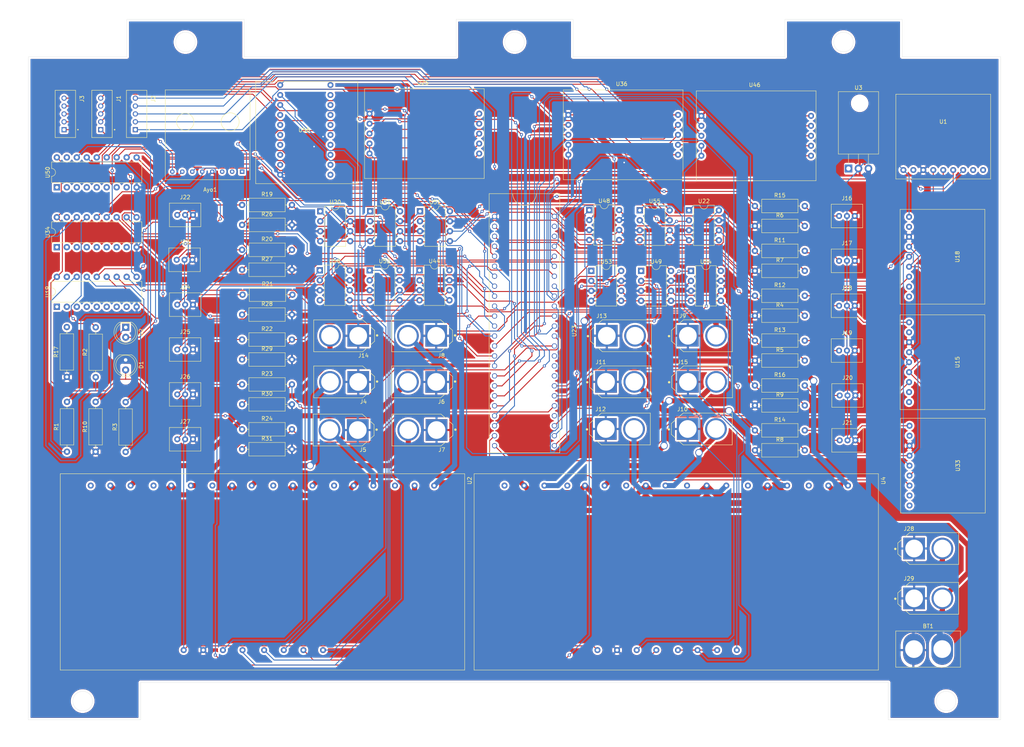
<source format=kicad_pcb>
(kicad_pcb (version 20211014) (generator pcbnew)
  (layers (0 "F.Cu" signal) (31 "B.Cu" signal) (35 "F.Paste" user) (37 "F.SilkS" user "F.Silkscreen") (38 "B.Mask" user) (39 "F.Mask" user) (44 "Edge.Cuts" user))
  (net 0 "")
  (net 1 "GND1")
  (net 2 "52")
  (net 3 "27")
  (net 4 "26")
  (net 5 "25")
  (net 6 "Net-(BT1-Pad1)")
  (net 7 "Net-(D1-Pad1)")
  (net 8 "+5V")
  (net 9 "Net-(D2-Pad1)")
  (net 10 "Net-(J1-Pad5)")
  (net 11 "Net-(J1-Pad4)")
  (net 12 "Net-(J1-Pad3)")
  (net 13 "Net-(J1-Pad2)")
  (net 14 "Net-(J1-Pad1)")
  (net 15 "Net-(J2-Pad1)")
  (net 16 "Net-(J2-Pad2)")
  (net 17 "Net-(J2-Pad3)")
  (net 18 "Net-(J2-Pad4)")
  (net 19 "Net-(J2-Pad5)")
  (net 20 "Net-(J3-Pad1)")
  (net 21 "Net-(J3-Pad2)")
  (net 22 "Net-(J3-Pad3)")
  (net 23 "Net-(J3-Pad4)")
  (net 24 "Net-(J3-Pad5)")
  (net 25 "62")
  (net 26 "64")
  (net 27 "61")
  (net 28 "63")
  (net 29 "65")
  (net 30 "68")
  (net 31 "70")
  (net 32 "69")
  (net 33 "71")
  (net 34 "60")
  (net 35 "67")
  (net 36 "Net-(J16-Pad1)")
  (net 37 "Net-(J17-Pad1)")
  (net 38 "Net-(J18-Pad1)")
  (net 39 "Net-(J19-Pad1)")
  (net 40 "Net-(J20-Pad1)")
  (net 41 "Net-(J21-Pad1)")
  (net 42 "Net-(J22-Pad1)")
  (net 43 "Net-(J23-Pad1)")
  (net 44 "Net-(J24-Pad1)")
  (net 45 "Net-(J25-Pad1)")
  (net 46 "Net-(J26-Pad1)")
  (net 47 "Net-(J27-Pad1)")
  (net 48 "+12V")
  (net 49 "+24V")
  (net 50 "Net-(R1-Pad1)")
  (net 51 "Net-(R1-Pad2)")
  (net 52 "Net-(R2-Pad2)")
  (net 53 "Net-(R2-Pad1)")
  (net 54 "Net-(R3-Pad2)")
  (net 55 "Net-(R3-Pad1)")
  (net 56 "Net-(R12-Pad1)")
  (net 57 "Net-(R13-Pad1)")
  (net 58 "Net-(R15-Pad1)")
  (net 59 "Net-(R11-Pad1)")
  (net 60 "Net-(R14-Pad1)")
  (net 61 "Net-(R16-Pad1)")
  (net 62 "Net-(R19-Pad2)")
  (net 63 "Net-(R20-Pad2)")
  (net 64 "Net-(R21-Pad2)")
  (net 65 "Net-(R22-Pad2)")
  (net 66 "Net-(R23-Pad2)")
  (net 67 "Net-(R24-Pad2)")
  (net 68 "51")
  (net 69 "13")
  (net 70 "14")
  (net 71 "1")
  (net 72 "50")
  (net 73 "15")
  (net 74 "39")
  (net 75 "38")
  (net 76 "37")
  (net 77 "36")
  (net 78 "28")
  (net 79 "3")
  (net 80 "31")
  (net 81 "6")
  (net 82 "11")
  (net 83 "2")
  (net 84 "21")
  (net 85 "20")
  (net 86 "19")
  (net 87 "18")
  (net 88 "17")
  (net 89 "16")
  (net 90 "57")
  (net 91 "3.3")
  (net 92 "12")
  (net 93 "10")
  (net 94 "9")
  (net 95 "5")
  (net 96 "4")
  (net 97 "58")
  (net 98 "7")
  (net 99 "8")
  (net 100 "35")
  (net 101 "34")
  (net 102 "33")
  (net 103 "32")
  (net 104 "29")
  (net 105 "30")
  (net 106 "66")
  (net 107 "40")
  (net 108 "43")
  (net 109 "48")
  (net 110 "41")
  (net 111 "44")
  (net 112 "42")
  (net 113 "45")
  (net 114 "46")
  (net 115 "54")
  (net 116 "47")
  (net 117 "81")
  (net 118 "80")
  (footprint "Launchbox:AMASS_XT60-M" (layer "F.Cu") (at 279.4 217.96)
    (fp_text reference "J28")
    (fp_text value "CaelusPCB-rescue_XT60-M-CaelusPCB")
  )
  (footprint "Launchbox:AMASS_XT60-M" (layer "F.Cu") (at 279.4 230.66)
    (fp_text reference "J29")
    (fp_text value "CaelusPCB-rescue_XT60-M-CaelusPCB")
  )
  (footprint "Launchbox:MAX31856" (layer "F.Cu") (at 283.21 113.03)
    (fp_text reference "U1")
    (fp_text value "MAX31856")
  )
  (footprint "Launchbox:RJ45EthernetBreakout" (layer "F.Cu") (at 96.4692 112.5728)
    (fp_text reference "Ayo1")
    (fp_text value "RJ45EthernetBreakout")
  )
  (footprint "LED_THT:LED_D5.0mm" (layer "F.Cu") (at 74.954999 161.61 -90)
    (fp_text reference "D2")
    (fp_text value "LED")
  )
  (footprint "Launchbox:TE_1735446-5" (layer "F.Cu") (at 68.58 107.247 -90)
    (fp_text reference "J1")
    (fp_text value "440055-5")
  )
  (footprint "Launchbox:TE_1735446-5" (layer "F.Cu") (at 77.4065 107.2515 -90)
    (fp_text reference "J2")
    (fp_text value "440055-5")
  )
  (footprint "Launchbox:TE_1735446-5" (layer "F.Cu") (at 59.2455 107.2515 -90)
    (fp_text reference "J3")
    (fp_text value "440055-5")
  )
  (footprint "Launchbox:AMASS_XT60-M" (layer "F.Cu") (at 130.588 175.5245 180)
    (fp_text reference "J4")
    (fp_text value "XT60-M")
  )
  (footprint "Launchbox:AMASS_XT60-M" (layer "F.Cu") (at 130.461 187.78 180)
    (fp_text reference "J5")
    (fp_text value "XT60-M")
  )
  (footprint "Launchbox:AMASS_XT60-M" (layer "F.Cu") (at 150.448 175.5245 180)
    (fp_text reference "J6")
    (fp_text value "XT60-M")
  )
  (footprint "Launchbox:AMASS_XT60-M" (layer "F.Cu") (at 150.531 187.78 180)
    (fp_text reference "J7")
    (fp_text value "XT60-M")
  )
  (footprint "Launchbox:AMASS_XT60-M" (layer "F.Cu") (at 150.448 163.777 180)
    (fp_text reference "J8")
    (fp_text value "XT60-M")
  )
  (footprint "Launchbox:AMASS_XT60-M" (layer "F.Cu") (at 221.754 163.761)
    (fp_text reference "J9")
    (fp_text value "XT60-M")
  )
  (footprint "Launchbox:AMASS_XT60-M" (layer "F.Cu") (at 221.71 187.51)
    (fp_text reference "J10")
    (fp_text value "XT60-M")
  )
  (footprint "Launchbox:AMASS_XT60-M" (layer "F.Cu") (at 200.9135 175.5085)
    (fp_text reference "J11")
    (fp_text value "XT60-M")
  )
  (footprint "Launchbox:AMASS_XT60-M" (layer "F.Cu") (at 200.85 187.51)
    (fp_text reference "J12")
    (fp_text value "XT60-M")
  )
  (footprint "Launchbox:AMASS_XT60-M" (layer "F.Cu") (at 201.104 163.761)
    (fp_text reference "J13")
    (fp_text value "XT60-M")
  )
  (footprint "Launchbox:AMASS_XT60-M" (layer "F.Cu") (at 130.588 163.777 180)
    (fp_text reference "J14")
    (fp_text value "XT60-M")
  )
  (footprint "Launchbox:AMASS_XT60-M" (layer "F.Cu") (at 221.7735 175.5085)
    (fp_text reference "J15")
    (fp_text value "XT60-M")
  )
  (footprint "Launchbox:Crimp_Header" (layer "F.Cu") (at 256.677 133.25)
    (fp_text reference "J16")
    (fp_text value "440055-3")
  )
  (footprint "Launchbox:Crimp_Header" (layer "F.Cu") (at 256.677 144.68)
    (fp_text reference "J17")
    (fp_text value "440055-3")
  )
  (footprint "Launchbox:Crimp_Header" (layer "F.Cu") (at 256.677 156.11)
    (fp_text reference "J18")
    (fp_text value "440055-3")
  )
  (footprint "Launchbox:Crimp_Header" (layer "F.Cu") (at 256.677 167.54)
    (fp_text reference "J19")
    (fp_text value "440055-3")
  )
  (footprint "Launchbox:Crimp_Header" (layer "F.Cu") (at 256.827 178.97)
    (fp_text reference "J20")
    (fp_text value "440055-3")
  )
  (footprint "Launchbox:Crimp_Header" (layer "F.Cu") (at 256.827 190.4)
    (fp_text reference "J21")
    (fp_text value "440055-3")
  )
  (footprint "Launchbox:Crimp_Header" (layer "F.Cu") (at 88.09 132.98)
    (fp_text reference "J22")
    (fp_text value "440055-3")
  )
  (footprint "Launchbox:Crimp_Header" (layer "F.Cu") (at 87.94 144.41)
    (fp_text reference "J23")
    (fp_text value "440055-3")
  )
  (footprint "Launchbox:Crimp_Header" (layer "F.Cu") (at 88.09 155.84)
    (fp_text reference "J24")
    (fp_text value "440055-3")
  )
  (footprint "Launchbox:Crimp_Header" (layer "F.Cu") (at 88.09 167.27)
    (fp_text reference "J25")
    (fp_text value "440055-3")
  )
  (footprint "Launchbox:Crimp_Header" (layer "F.Cu") (at 88.09 178.7)
    (fp_text reference "J26")
    (fp_text value "440055-3")
  )
  (footprint "Launchbox:Crimp_Header" (layer "F.Cu") (at 88.09 190.13)
    (fp_text reference "J27")
    (fp_text value "440055-3")
  )
  (footprint "Resistor_THT:R_Axial_DIN0309_L9.0mm_D3.2mm_P12.70mm_Horizontal" (layer "F.Cu") (at 59.995001 193.304999 90)
    (fp_text reference "R1")
    (fp_text value "R_US")
  )
  (footprint "Resistor_THT:R_Axial_DIN0309_L9.0mm_D3.2mm_P12.70mm_Horizontal" (layer "F.Cu") (at 67.31 174.31 90)
    (fp_text reference "R2")
    (fp_text value "R_US")
  )
  (footprint "Resistor_THT:R_Axial_DIN0309_L9.0mm_D3.2mm_P12.70mm_Horizontal" (layer "F.Cu") (at 74.93 193.36 90)
    (fp_text reference "R3")
    (fp_text value "R_US")
  )
  (footprint "Resistor_THT:R_Axial_DIN0309_L9.0mm_D3.2mm_P12.70mm_Horizontal" (layer "F.Cu") (at 235.237 158.65)
    (fp_text reference "R4")
    (fp_text value "R_US")
  )
  (footprint "Resistor_THT:R_Axial_DIN0309_L9.0mm_D3.2mm_P12.70mm_Horizontal" (layer "F.Cu") (at 235.237 170.08)
    (fp_text reference "R5")
    (fp_text value "R_US")
  )
  (footprint "Resistor_THT:R_Axial_DIN0309_L9.0mm_D3.2mm_P12.70mm_Horizontal" (layer "F.Cu") (at 235.237 135.79)
    (fp_text reference "R6")
    (fp_text value "R_US")
  )
  (footprint "Resistor_THT:R_Axial_DIN0309_L9.0mm_D3.2mm_P12.70mm_Horizontal" (layer "F.Cu") (at 235.237 147.22)
    (fp_text reference "R7")
    (fp_text value "R_US")
  )
  (footprint "Resistor_THT:R_Axial_DIN0309_L9.0mm_D3.2mm_P12.70mm_Horizontal" (layer "F.Cu") (at 235.237 192.94)
    (fp_text reference "R8")
    (fp_text value "R_US")
  )
  (footprint "Resistor_THT:R_Axial_DIN0309_L9.0mm_D3.2mm_P12.70mm_Horizontal" (layer "F.Cu") (at 235.237 181.51)
    (fp_text reference "R9")
    (fp_text value "R_US")
  )
  (footprint "Resistor_THT:R_Axial_DIN0309_L9.0mm_D3.2mm_P12.70mm_Horizontal" (layer "F.Cu") (at 67.285001 193.304999 90)
    (fp_text reference "R10")
    (fp_text value "R")
  )
  (footprint "Resistor_THT:R_Axial_DIN0309_L9.0mm_D3.2mm_P12.70mm_Horizontal" (layer "F.Cu") (at 235.237 142.14)
    (fp_text reference "R11")
    (fp_text value "R_US")
  )
  (footprint "Resistor_THT:R_Axial_DIN0309_L9.0mm_D3.2mm_P12.70mm_Horizontal" (layer "F.Cu") (at 235.237 153.57)
    (fp_text reference "R12")
    (fp_text value "R_US")
  )
  (footprint "Resistor_THT:R_Axial_DIN0309_L9.0mm_D3.2mm_P12.70mm_Horizontal" (layer "F.Cu") (at 235.237 165)
    (fp_text reference "R13")
    (fp_text value "R_US")
  )
  (footprint "Resistor_THT:R_Axial_DIN0309_L9.0mm_D3.2mm_P12.70mm_Horizontal" (layer "F.Cu") (at 235.237 187.86)
    (fp_text reference "R14")
    (fp_text value "R_US")
  )
  (footprint "Resistor_THT:R_Axial_DIN0309_L9.0mm_D3.2mm_P12.70mm_Horizontal" (layer "F.Cu") (at 235.237 130.71)
    (fp_text reference "R15")
    (fp_text value "R_US")
  )
  (footprint "Resistor_THT:R_Axial_DIN0309_L9.0mm_D3.2mm_P12.70mm_Horizontal" (layer "F.Cu") (at 235.237 176.43)
    (fp_text reference "R16")
    (fp_text value "R_US")
  )
  (footprint "Resistor_THT:R_Axial_DIN0309_L9.0mm_D3.2mm_P12.70mm_Horizontal" (layer "F.Cu") (at 104.6 130.44)
    (fp_text reference "R19")
    (fp_text value "R_US")
  )
  (footprint "Resistor_THT:R_Axial_DIN0309_L9.0mm_D3.2mm_P12.70mm_Horizontal" (layer "F.Cu") (at 104.6 141.87)
    (fp_text reference "R20")
    (fp_text value "R_US")
  )
  (footprint "Resistor_THT:R_Axial_DIN0309_L9.0mm_D3.2mm_P12.70mm_Horizontal" (layer "F.Cu") (at 104.715001 153.3)
    (fp_text reference "R21")
    (fp_text value "R_US")
  )
  (footprint "Resistor_THT:R_Axial_DIN0309_L9.0mm_D3.2mm_P12.70mm_Horizontal" (layer "F.Cu") (at 104.6 164.73)
    (fp_text reference "R22")
    (fp_text value "R_US")
  )
  (footprint "Resistor_THT:R_Axial_DIN0309_L9.0mm_D3.2mm_P12.70mm_Horizontal" (layer "F.Cu") (at 104.6 176.16)
    (fp_text reference "R23")
    (fp_text value "R_US")
  )
  (footprint "Resistor_THT:R_Axial_DIN0309_L9.0mm_D3.2mm_P12.70mm_Horizontal" (layer "F.Cu") (at 104.6 187.59)
    (fp_text reference "R24")
    (fp_text value "R_US")
  )
  (footprint "Resistor_THT:R_Axial_DIN0309_L9.0mm_D3.2mm_P12.70mm_Horizontal" (layer "F.Cu") (at 104.6 135.52)
    (fp_text reference "R26")
    (fp_text value "R_US")
  )
  (footprint "Resistor_THT:R_Axial_DIN0309_L9.0mm_D3.2mm_P12.70mm_Horizontal" (layer "F.Cu") (at 104.6 146.95)
    (fp_text reference "R27")
    (fp_text value "R_US")
  )
  (footprint "Resistor_THT:R_Axial_DIN0309_L9.0mm_D3.2mm_P12.70mm_Horizontal" (layer "F.Cu") (at 104.6 158.38)
    (fp_text reference "R28")
    (fp_text value "R_US")
  )
  (footprint "Resistor_THT:R_Axial_DIN0309_L9.0mm_D3.2mm_P12.70mm_Horizontal" (layer "F.Cu") (at 104.6 169.81)
    (fp_text reference "R29")
    (fp_text value "R_US")
  )
  (footprint "Resistor_THT:R_Axial_DIN0309_L9.0mm_D3.2mm_P12.70mm_Horizontal" (layer "F.Cu") (at 104.6 181.24)
    (fp_text reference "R30")
    (fp_text value "R_US")
  )
  (footprint "Resistor_THT:R_Axial_DIN0309_L9.0mm_D3.2mm_P12.70mm_Horizontal" (layer "F.Cu") (at 104.6 192.67)
    (fp_text reference "R31")
    (fp_text value "R_US")
  )
  (footprint "Launchbox:MAX31856" (layer "F.Cu") (at 283.0195 170.4975 -90)
    (fp_text reference "U15")
    (fp_text value "MAX31856")
  )
  (footprint "Launchbox:MAX31856" (layer "F.Cu") (at 283.0195 143.637 -90)
    (fp_text reference "U18")
    (fp_text value "MAX31856")
  )
  (footprint "Package_DIP:DIP-18_W7.62mm" (layer "F.Cu") (at 57.409001 156.375999 90)
    (fp_text reference "U19")
    (fp_text value "Launchbox_HT12D")
  )
  (footprint "Package_DIP:DIP-8_W7.62mm" (layer "F.Cu") (at 124.5235 132.047001)
    (fp_text reference "U20")
    (fp_text value "SPDT_IC")
  )
  (footprint "Package_DIP:DIP-8_W7.62mm" (layer "F.Cu") (at 137.2235 132.047001)
    (fp_text reference "U21")
    (fp_text value "SPDT_IC")
  )
  (footprint "Package_DIP:DIP-8_W7.62mm" (layer "F.Cu") (at 218.44 131.808501)
    (fp_text reference "U22")
    (fp_text value "SPDT_IC")
  )
  (footprint "Launchbox:LoadCellAmp" (layer "F.Cu") (at 151.0284 112.268 180)
    (fp_text reference "U25")
    (fp_text value "LoadCellAmp")
  )
  (footprint "Launchbox:MAX31856" (layer "F.Cu") (at 283.13 196.85 -90)
    (fp_text reference "U33")
    (fp_text value "MAX31856")
  )
  (footprint "Package_DIP:DIP-18_W7.62mm" (layer "F.Cu") (at 57.404 141.191 90)
    (fp_text reference "U34")
    (fp_text value "Launchbox_HT12D")
  )
  (footprint "Launchbox:LoadCellAmp" (layer "F.Cu") (at 201.676 112.5728 180)
    (fp_text reference "U36")
    (fp_text value "LoadCellAmp")
  )
  (footprint "Package_DIP:DIP-8_W7.62mm" (layer "F.Cu") (at 149.7965 147.096501)
    (fp_text reference "U44")
    (fp_text value "SPDT_IC")
  )
  (footprint "Launchbox:LoadCellAmp" (layer "F.Cu") (at 235.5596 112.8268 180)
    (fp_text reference "U46")
    (fp_text value "LoadCellAmp")
  )
  (footprint "Package_DIP:DIP-8_W7.62mm" (layer "F.Cu") (at 193.04 131.7435)
    (fp_text reference "U48")
    (fp_text value "SPDT_IC")
  )
  (footprint "Package_DIP:DIP-8_W7.62mm" (layer "F.Cu") (at 206.248 147.2375)
    (fp_text reference "U49")
    (fp_text value "SPDT_IC")
  )
  (footprint "Package_DIP:DIP-18_W7.62mm" (layer "F.Cu") (at 57.404 125.951 90)
    (fp_text reference "U50")
    (fp_text value "Launchbox_HT12D")
  )
  (footprint "Package_DIP:DIP-8_W7.62mm" (layer "F.Cu") (at 149.9235 132.047001)
    (fp_text reference "U51")
    (fp_text value "SPDT_IC")
  )
  (footprint "Package_DIP:DIP-8_W7.62mm" (layer "F.Cu") (at 137.0965 147.096501)
    (fp_text reference "U52")
    (fp_text value "SPDT_IC")
  )
  (footprint "Package_DIP:DIP-8_W7.62mm" (layer "F.Cu") (at 193.548 147.2375)
    (fp_text reference "U53")
    (fp_text value "SPDT_IC")
  )
  (footprint "Package_DIP:DIP-8_W7.62mm" (layer "F.Cu") (at 218.948 147.2375)
    (fp_text reference "U54")
    (fp_text value "SPDT_IC")
  )
  (footprint "Package_DIP:DIP-8_W7.62mm" (layer "F.Cu") (at 205.905001 131.808501)
    (fp_text reference "U55")
    (fp_text value "SPDT_IC")
  )
  (footprint "Launchbox:Xbee_Breakout" (layer "F.Cu") (at 121.0564 112.014 180)
    (fp_text reference "U56")
    (fp_text value "XBee_Breakout")
  )
  (footprint "Package_DIP:DIP-8_W7.62mm" (layer "F.Cu") (at 124.3965 147.096501)
    (fp_text reference "U58")
    (fp_text value "SPDT_IC")
  )
  (footprint "Launchbox:6x_relay_module" (layer "F.Cu") (at 161.29 248.92 90)
    (fp_text reference "U2")
    (fp_text value "6-Channel-5V-Relays")
  )
  (footprint "Launchbox:6x_relay_module" (layer "F.Cu") (at 266.7 248.92 90)
    (fp_text reference "U4")
    (fp_text value "6-Channel-5V-Relays")
  )
  (footprint "Launchbox:Teensy 3.6" (layer "F.Cu") (at 176.53 162.56 90)
    (fp_text reference "U23")
    (fp_text value "Teensy3.6")
  )
  (footprint "Launchbox:XT60H-M12" (layer "F.Cu") (at 279.356 243.586 180)
    (fp_text reference "BT1")
    (fp_text value "Battery_Cell")
  )
  (footprint "LED_THT:LED_D5.0mm" (layer "F.Cu") (at 74.93 169.926 -90)
    (fp_text reference "D1")
    (fp_text value "LED")
  )
  (footprint "Resistor_THT:R_Axial_DIN0309_L9.0mm_D3.2mm_P12.70mm_Horizontal" (layer "F.Cu") (at 59.944 174.244 90)
    (fp_text reference "R17")
    (fp_text value "R")
  )
  (footprint "Package_TO_SOT_THT:TO-220-3_Horizontal_TabDown" (layer "F.Cu") (at 259.08 121.158)
    (fp_text reference "U3")
    (fp_text value "LD1085V50")
  )
  (gr_line (start 297.815 261.62) (end 297.815 250.19) (layer "Edge.Cuts") (width 0.05))
  (gr_line (start 75.25 92.71) (end 50.165 92.71) (layer "Edge.Cuts") (width 0.05))
  (gr_line (start 105.156 83.18) (end 105.156 92.71) (layer "Edge.Cuts") (width 0.05))
  (gr_line (start 272.73 83.18) (end 272.73 92.71) (layer "Edge.Cuts") (width 0.05))
  (gr_line (start 242.89 83.18) (end 272.73 83.18) (layer "Edge.Cuts") (width 0.05))
  (gr_line (start 242.89 92.71) (end 242.89 83.18) (layer "Edge.Cuts") (width 0.05))
  (gr_line (start 242.89 92.71) (end 188.91 92.71) (layer "Edge.Cuts") (width 0.05))
  (gr_line (start 159.136 83.18) (end 159.136 92.71) (layer "Edge.Cuts") (width 0.05))
  (gr_line (start 159.136 83.18) (end 188.91 83.18) (layer "Edge.Cuts") (width 0.05))
  (gr_circle (center 174.023 88.945) (end 176.523 88.945) (layer "Edge.Cuts") (width 0.05) (fill none))
  (gr_circle (center 257.81 88.945) (end 260.31 88.945) (layer "Edge.Cuts") (width 0.05) (fill none))
  (gr_line (start 105.156 83.18) (end 75.25 83.18) (layer "Edge.Cuts") (width 0.05))
  (gr_circle (center 283.9542 256.839) (end 286.4542 256.839) (layer "Edge.Cuts") (width 0.05) (fill none))
  (gr_line (start 50.165 259.715) (end 50.165 250.19) (layer "Edge.Cuts") (width 0.05))
  (gr_line (start 297.815 92.71) (end 297.815 250.19) (layer "Edge.Cuts") (width 0.05))
  (gr_line (start 50.165 250.19) (end 50.165 92.71) (layer "Edge.Cuts") (width 0.05))
  (gr_line (start 50.165 261.62) (end 78.735 261.62) (layer "Edge.Cuts") (width 0.05))
  (gr_circle (center 90.17 88.945) (end 92.67 88.945) (layer "Edge.Cuts") (width 0.05) (fill none))
  (gr_line (start 269.24 252.095) (end 269.24 261.62) (layer "Edge.Cuts") (width 0.05))
  (gr_line (start 269.24 261.62) (end 297.815 261.62) (layer "Edge.Cuts") (width 0.05))
  (gr_line (start 78.735 252.095) (end 269.24 252.095) (layer "Edge.Cuts") (width 0.05))
  (gr_circle (center 63.9902 256.839) (end 66.4902 256.839) (layer "Edge.Cuts") (width 0.05) (fill none))
  (gr_line (start 75.25 92.71) (end 75.25 83.18) (layer "Edge.Cuts") (width 0.05))
  (gr_line (start 78.735 261.62) (end 78.735 252.095) (layer "Edge.Cuts") (width 0.05))
  (gr_line (start 50.165 259.715) (end 50.165 261.62) (layer "Edge.Cuts") (width 0.05))
  (gr_line (start 297.815 92.71) (end 272.73 92.71) (layer "Edge.Cuts") (width 0.05))
  (gr_line (start 188.91 92.71) (end 188.91 83.18) (layer "Edge.Cuts") (width 0.05))
  (gr_line (start 159.136 92.71) (end 105.156 92.71) (layer "Edge.Cuts") (width 0.05))
  (segment (start 187.706 107.4928) (end 189.7888 107.4928) (width 0.25) (layer "F.Cu") (net 1))
  (segment (start 189.7888 107.4928) (end 201.93 119.634) (width 0.25) (layer "F.Cu") (net 1))
  (segment (start 132.1435 134.587001) (end 129.6035 137.127001) (width 0.25) (layer "F.Cu") (net 1))
  (segment (start 122.936 115.57) (end 125.222 113.284) (width 0.25) (layer "F.Cu") (net 1))
  (segment (start 129.6035 137.127001) (end 124.5235 137.127001) (width 0.25) (layer "F.Cu") (net 1))
  (segment (start 134.6835 137.127001) (end 132.1435 134.587001) (width 0.25) (layer "F.Cu") (net 1))
  (segment (start 125.222 113.284) (end 125.222 113.03) (width 0.25) (layer "F.Cu") (net 1))
  (segment (start 193.04 137.16) (end 193.04 136.8235) (width 0.25) (layer "F.Cu") (net 1))
  (segment (start 137.2235 137.127001) (end 134.6835 137.127001) (width 0.25) (layer "F.Cu") (net 1))
  (segment (start 124.492999 137.127001) (end 124.5235 137.127001) (width 0.25) (layer "F.Cu") (net 1))
  (via (at 122.936 115.57) (size 0.8) (drill 0.4) (layers "F.Cu" "B.Cu") (net 1))
  (via (at 125.222 113.03) (size 0.8) (drill 0.4) (layers "F.Cu" "B.Cu") (net 1))
  (via (at 201.93 119.634) (size 0.8) (drill 0.4) (layers "F.Cu" "B.Cu") (net 1))
  (segment (start 92.05 144.26) (end 91.9 144.41) (width 0.25) (layer "B.Cu") (net 1))
  (segment (start 114.30842 122.74482) (end 115.76118 122.74482) (width 0.25) (layer "B.Cu") (net 1))
  (segment (start 126.246181 106.417819) (end 136.288219 106.417819) (width 0.25) (layer "B.Cu") (net 1))
  (segment (start 125.222 107.442) (end 126.246181 106.417819) (width 0.25) (layer "B.Cu") (net 1))
  (segment (start 201.93 119.634) (end 201.93 133.0135) (width 0.25) (layer "B.Cu") (net 1))
  (segment (start 125.222 113.03) (end 125.222 107.442) (width 0.25) (layer "B.Cu") (net 1))
  (segment (start 78.849001 127.076001) (end 78.849001 140.065999) (width 0.25) (layer "B.Cu") (net 1))
  (segment (start 96.5628 121.9628) (end 96.9892 121.9628) (width 0.25) (layer "B.Cu") (net 1))
  (segment (start 77.724 125.951) (end 78.849001 127.076001) (width 0.25) (layer "B.Cu") (net 1))
  (segment (start 201.93 133.0135) (end 200.66 134.2835) (width 0.25) (layer "B.Cu") (net 1))
  (segment (start 136.288219 106.417819) (end 137.0584 107.188) (width 0.25) (layer "B.Cu") (net 1))
  (segment (start 260.637 178.82) (end 260.787 178.97) (width 0.25) (layer "B.Cu") (net 1))
  (segment (start 78.849001 140.065999) (end 77.724 141.191) (width 0.25) (layer "B.Cu") (net 1))
  (segment (start 115.76118 122.74482) (end 122.936 115.57) (width 0.25) (layer "B.Cu") (net 1))
  (segment (start 200.66 243.84) (end 200.125 243.84) (width 0.25) (layer "B.Cu") (net 1))
  (segment (start 91.9 155.69) (end 92.05 155.84) (width 0.25) (layer "B.Cu") (net 1))
  (segment (start 109.591301 121.066299) (end 95.345701 121.066299) (width 0.25) (layer "F.Cu") (net 2))
  (segment (start 165.735 132.08) (end 165.735 132.08) (width 0.25) (layer "F.Cu") (net 2))
  (segment (start 132.1435 137.127001) (end 133.268501 138.252002) (width 0.25) (layer "F.Cu") (net 2))
  (segment (start 200.66 136.8235) (end 201.850002 138.013502) (width 0.25) (layer "F.Cu") (net 2))
  (segment (start 225.442999 153.442501) (end 226.568 152.3175) (width 0.25) (layer "F.Cu") (net 2))
  (segment (start 166.37 131.445) (end 165.735 132.08) (width 0.25) (layer "F.Cu") (net 2))
  (segment (start 212.4 138.013502) (end 213.525001 136.888501) (width 0.25) (layer "F.Cu") (net 2))
  (segment (start 213.525001 136.888501) (end 214.650002 138.013502) (width 0.25) (layer "F.Cu") (net 2))
  (segment (start 190.206895 137.948501) (end 183.703394 131.445) (width 0.25) (layer "F.Cu") (net 2))
  (segment (start 144.7165 152.176501) (end 145.841501 153.301502) (width 0.25) (layer "F.Cu") (net 2))
  (segment (start 201.168 152.3175) (end 202.293001 153.442501) (width 0.25) (layer "F.Cu") (net 2))
  (segment (start 82.55 160.02) (end 78.42 164.15) (width 0.25) (layer "F.Cu") (net 2))
  (segment (start 200.66 136.8235) (end 199.534999 137.948501) (width 0.25) (layer "F.Cu") (net 2))
  (segment (start 133.268501 138.252002) (end 143.718499 138.252002) (width 0.25) (layer "F.Cu") (net 2))
  (segment (start 144.8435 137.127001) (end 145.968501 138.252002) (width 0.25) (layer "F.Cu") (net 2))
  (segment (start 214.650002 138.013502) (end 224.934999 138.013502) (width 0.25) (layer "F.Cu") (net 2))
  (segment (start 143.591499 153.301502) (end 144.7165 152.176501) (width 0.25) (layer "F.Cu") (net 2))
  (segment (start 109.591301 121.066299) (end 109.591301 121.066299) (width 0.25) (layer "F.Cu") (net 2))
  (segment (start 213.868 152.3175) (end 214.993001 153.442501) (width 0.25) (layer "F.Cu") (net 2))
  (segment (start 145.968501 138.252002) (end 156.418499 138.252002) (width 0.25) (layer "F.Cu") (net 2))
  (segment (start 132.0165 152.176501) (end 133.141501 153.301502) (width 0.25) (layer "F.Cu") (net 2))
  (segment (start 143.718499 138.252002) (end 144.8435 137.127001) (width 0.25) (layer "F.Cu") (net 2))
  (segment (start 145.841501 153.301502) (end 156.291499 153.301502) (width 0.25) (layer "F.Cu") (net 2))
  (segment (start 133.141501 153.301502) (end 143.591499 153.301502) (width 0.25) (layer "F.Cu") (net 2))
  (segment (start 224.934999 138.013502) (end 226.06 136.888501) (width 0.25) (layer "F.Cu") (net 2))
  (segment (start 156.418499 138.252002) (end 157.5435 137.127001) (width 0.25) (layer "F.Cu") (net 2))
  (segment (start 95.345701 121.066299) (end 94.4492 121.9628) (width 0.25) (layer "F.Cu") (net 2))
  (segment (start 183.703394 131.445) (end 166.37 131.445) (width 0.25) (layer "F.Cu") (net 2))
  (segment (start 132.112999 137.127001) (end 132.1435 137.127001) (width 0.25) (layer "F.Cu") (net 2))
  (segment (start 78.42 164.15) (end 74.954999 164.15) (width 0.25) (layer "F.Cu") (net 2))
  (segment (start 212.742999 153.442501) (end 213.868 152.3175) (width 0.25) (layer "F.Cu") (net 2))
  (segment (start 202.293001 153.442501) (end 212.742999 153.442501) (width 0.25) (layer "F.Cu") (net 2))
  (segment (start 201.850002 138.013502) (end 212.4 138.013502) (width 0.25) (layer "F.Cu") (net 2))
  (segment (start 190.206895 137.948501) (end 199.534999 137.948501) (width 0.25) (layer "F.Cu") (net 2))
  (segment (start 156.291499 153.301502) (end 157.4165 152.176501) (width 0.25) (layer "F.Cu") (net 2))
  (segment (start 214.993001 153.442501) (end 225.442999 153.442501) (width 0.25) (layer "F.Cu") (net 2))
  (via (at 109.591301 121.066299) (size 0.8) (drill 0.4) (layers "F.Cu" "B.Cu") (net 2))
  (via (at 82.55 160.02) (size 0.8) (drill 0.4) (layers "F.Cu" "B.Cu") (net 2))
  (via (at 165.735 132.08) (size 0.8) (drill 0.4) (layers "F.Cu" "B.Cu") (net 2))
  (segment (start 82.55 160.02) (end 82.55 128.27) (width 0.25) (layer "B.Cu") (net 2))
  (segment (start 227.693001 138.521502) (end 227.693001 151.192499) (width 0.25) (layer "B.Cu") (net 2))
  (segment (start 125.938499 130.922) (end 132.1435 137.127001) (width 0.25) (layer "B.Cu") (net 2))
  (segment (start 157.5435 137.127001) (end 160.687999 137.127001) (width 0.25) (layer "B.Cu") (net 2))
  (segment (start 132.0165 152.176501) (end 127.544999 147.705) (width 0.25) (layer "B.Cu") (net 2))
  (segment (start 227.693001 151.192499) (end 226.568 152.3175) (width 0.25) (layer "B.Cu") (net 2))
  (segment (start 82.55 160.02) (end 82.55 160.02) (width 0.25) (layer "B.Cu") (net 2))
  (segment (start 127.544999 147.705) (end 127.544999 141.725502) (width 0.25) (layer "B.Cu") (net 2))
  (segment (start 127.544999 141.725502) (end 132.1435 137.127001) (width 0.25) (layer "B.Cu") (net 2))
  (segment (start 82.55 128.27) (end 85.09 125.73) (width 0.25) (layer "B.Cu") (net 2))
  (segment (start 85.09 125.73) (end 91.44 125.73) (width 0.25) (layer "B.Cu") (net 2))
  (segment (start 91.44 125.73) (end 94.4492 122.7208) (width 0.25) (layer "B.Cu") (net 2))
  (segment (start 119.447002 130.922) (end 125.938499 130.922) (width 0.25) (layer "B.Cu") (net 2))
  (segment (start 94.4492 122.7208) (end 94.4492 121.9628) (width 0.25) (layer "B.Cu") (net 2))
  (segment (start 109.591301 121.066299) (end 119.447002 130.922) (width 0.25) (layer "B.Cu") (net 2))
  (segment (start 160.687999 137.127001) (end 165.735 132.08) (width 0.25) (layer "B.Cu") (net 2))
  (segment (start 226.06 136.888501) (end 227.693001 138.521502) (width 0.25) (layer "B.Cu") (net 2))
  (segment (start 79.375 146.05) (end 79.375 146.05) (width 0.25) (layer "F.Cu") (net 3))
  (segment (start 99.06 133.985) (end 99.06 133.985) (width 0.25) (layer "F.Cu") (net 3))
  (segment (start 87.202479 134.829001) (end 98.215999 134.829001) (width 0.25) (layer "F.Cu") (net 3))
  (segment (start 98.215999 134.829001) (end 99.06 133.985) (width 0.25) (layer "F.Cu") (net 3))
  (segment (start 81.832999 134.829001) (end 87.202479 134.829001) (width 0.25) (layer "F.Cu") (net 3))
  (segment (start 78.74 146.685) (end 79.375 146.05) (width 0.25) (layer "F.Cu") (net 3))
  (segment (start 79.756 136.906) (end 81.832999 134.829001) (width 0.25) (layer "F.Cu") (net 3))
  (segment (start 67.569001 148.755999) (end 69.64 146.685) (width 0.25) (layer "F.Cu") (net 3))
  (segment (start 69.64 146.685) (end 78.74 146.685) (width 0.25) (layer "F.Cu") (net 3))
  (via (at 79.375 146.05) (size 0.8) (drill 0.4) (layers "F.Cu" "B.Cu") (net 3))
  (via (at 99.06 133.985) (size 0.8) (drill 0.4) (layers "F.Cu" "B.Cu") (net 3))
  (via (at 79.756 136.906) (size 0.8) (drill 0.4) (layers "F.Cu" "B.Cu") (net 3))
  (segment (start 97.885701 121.532479) (end 97.419521 121.066299) (width 0.25) (layer "B.Cu") (net 3))
  (segment (start 80.01 143.51) (end 79.375 142.875) (width 0.25) (layer "B.Cu") (net 3))
  (segment (start 79.375 139.7) (end 79.375 137.287) (width 0.25) (layer "B.Cu") (net 3))
  (segment (start 99.06 133.985) (end 99.06 130.175) (width 0.25) (layer "B.Cu") (net 3))
  (segment (start 80.01 144.145) (end 80.01 143.51) (width 0.25) (layer "B.Cu") (net 3))
  (segment (start 80.01 145.415) (end 80.01 144.145) (width 0.25) (layer "B.Cu") (net 3))
  (segment (start 79.375 137.287) (end 79.756 136.906) (width 0.25) (layer "B.Cu") (net 3))
  (segment (start 92.805701 121.066299) (end 91.9092 121.9628) (width 0.25) (layer "B.Cu") (net 3))
  (segment (start 97.419521 121.066299) (end 92.805701 121.066299) (width 0.25) (layer "B.Cu") (net 3))
  (segment (start 97.885701 129.000701) (end 97.885701 121.532479) (width 0.25) (layer "B.Cu") (net 3))
  (segment (start 79.375 142.875) (end 79.375 139.7) (width 0.25) (layer "B.Cu") (net 3))
  (segment (start 99.06 130.175) (end 97.885701 129.000701) (width 0.25) (layer "B.Cu") (net 3))
  (segment (start 79.375 146.05) (end 80.01 145.415) (width 0.25) (layer "B.Cu") (net 3))
  (segment (start 82.55 126.365) (end 81.838999 127.076001) (width 0.25) (layer "F.Cu") (net 4))
  (segment (start 81.838999 127.076001) (end 74.058999 127.076001) (width 0.25) (layer "F.Cu") (net 4))
  (segment (start 74.058999 127.076001) (end 67.564 133.571) (width 0.25) (layer "F.Cu") (net 4))
  (via (at 82.55 126.365) (size 0.8) (drill 0.4) (layers "F.Cu" "B.Cu") (net 4))
  (segment (start 82.55 126.365) (end 82.55 126.365) (width 0.25) (layer "B.Cu") (net 4))
  (segment (start 89.3692 121.9628) (end 88.472699 122.859301) (width 0.25) (layer "B.Cu") (net 4))
  (segment (start 88.472699 122.859301) (end 86.055699 122.859301) (width 0.25) (layer "B.Cu") (net 4))
  (segment (start 86.055699 122.859301) (end 82.55 126.365) (width 0.25) (layer "B.Cu") (net 4))
  (segment (start 83.82 114.3) (end 83.82 114.3) (width 0.25) (layer "F.Cu") (net 5))
  (segment (start 72.23 113.665) (end 83.185 113.665) (width 0.25) (layer "F.Cu") (net 5))
  (segment (start 67.564 118.331) (end 72.23 113.665) (width 0.25) (layer "F.Cu") (net 5))
  (segment (start 67.564 118.491) (end 67.564 118.331) (width 0.25) (layer "F.Cu") (net 5))
  (segment (start 83.185 113.665) (end 83.82 114.3) (width 0.25) (layer "F.Cu") (net 5))
  (via (at 83.82 114.3) (size 0.8) (drill 0.4) (layers "F.Cu" "B.Cu") (net 5))
  (segment (start 83.82 114.3) (end 86.8292 117.3092) (width 0.25) (layer "B.Cu") (net 5))
  (segment (start 86.8292 117.3092) (end 86.8292 121.9628) (width 0.25) (layer "B.Cu") (net 5))
  (segment (start 271.272 236.728) (end 279.4 236.728) (width 1.3) (layer "B.Cu") (net 6))
  (segment (start 264.16 121.158) (end 264.16 229.616) (width 1.3) (layer "B.Cu") (net 6))
  (segment (start 264.16 229.616) (end 271.272 236.728) (width 1.3) (layer "B.Cu") (net 6))
  (segment (start 282.956 240.284) (end 282.956 243.586) (width 1.3) (layer "B.Cu") (net 6))
  (segment (start 279.4 236.728) (end 282.956 240.284) (width 1.3) (layer "B.Cu") (net 6))
  (segment (start 64.262 169.926) (end 74.93 169.926) (width 0.25) (layer "F.Cu") (net 7))
  (segment (start 59.944 174.244) (end 64.262 169.926) (width 0.25) (layer "F.Cu") (net 7))
  (segment (start 200.66 139.3635) (end 205.84 139.3635) (width 0.25) (layer "F.Cu") (net 8))
  (segment (start 58.818999 134.985999) (end 58.818999 147.346001) (width 0.25) (layer "F.Cu") (net 8))
  (segment (start 195.2435 139.3635) (end 195.58 139.7) (width 0.25) (layer "F.Cu") (net 8))
  (segment (start 149.7965 154.716501) (end 144.7165 154.716501) (width 0.25) (layer "F.Cu") (net 8))
  (segment (start 233.0005 161.29) (end 226.568 154.8575) (width 0.25) (layer "F.Cu") (net 8))
  (segment (start 78.324999 174.844999) (end 85.09 181.61) (width 0.25) (layer "F.Cu") (net 8))
  (segment (start 255.905 161.29) (end 258.677 164.062) (width 0.25) (layer "F.Cu") (net 8))
  (segment (start 213.868 154.8575) (end 206.248 154.8575) (width 0.25) (layer "F.Cu") (net 8))
  (segment (start 124.5235 139.667001) (end 121.926498 137.069999) (width 0.25) (layer "F.Cu") (net 8))
  (segment (start 213.525001 139.428501) (end 218.44 139.428501) (width 0.25) (layer "F.Cu") (net 8))
  (segment (start 274.621 186.69) (end 264.497 186.69) (width 0.25) (layer "F.Cu") (net 8))
  (segment (start 58.529001 132.445999) (end 57.404 133.571) (width 0.25) (layer "F.Cu") (net 8))
  (segment (start 205.905001 139.428501) (end 213.525001 139.428501) (width 0.25) (layer "F.Cu") (net 8))
  (segment (start 74.93 174.82) (end 74.954999 174.844999) (width 0.25) (layer "F.Cu") (net 8))
  (segment (start 272.7198 121.2088) (end 273.05 121.539) (width 0.25) (layer "F.Cu") (net 8))
  (segment (start 255.27 161.29) (end 255.905 161.29) (width 0.25) (layer "F.Cu") (net 8))
  (segment (start 55.88 175.26) (end 55.88 150.285) (width 0.25) (layer "F.Cu") (net 8))
  (segment (start 58.818999 147.346001) (end 57.409001 148.755999) (width 0.25) (layer "F.Cu") (net 8))
  (segment (start 155.292997 139.667001) (end 155.099999 139.859999) (width 0.25) (layer "F.Cu") (net 8))
  (segment (start 124.5235 139.667001) (end 125.062001 139.667001) (width 0.25) (layer "F.Cu") (net 8))
  (segment (start 193.58925 139.91275) (end 193.04 139.3635) (width 0.25) (layer "F.Cu") (net 8))
  (segment (start 255.27 161.29) (end 233.0005 161.29) (width 0.25) (layer "F.Cu") (net 8))
  (segment (start 55.88 150.285) (end 57.409001 148.755999) (width 0.25) (layer "F.Cu") (net 8))
  (segment (start 200.3235 139.7) (end 200.66 139.3635) (width 0.25) (layer "F.Cu") (net 8))
  (segment (start 132.0165 154.716501) (end 124.3965 154.716501) (width 0.25) (layer "F.Cu") (net 8))
  (segment (start 193.04 139.3635) (end 195.2435 139.3635) (width 0.25) (layer "F.Cu") (net 8))
  (segment (start 132.1435 139.667001) (end 125.062001 139.667001) (width 0.25) (layer "F.Cu") (net 8))
  (segment (start 74.954999 174.844999) (end 72.805001 174.844999) (width 0.25) (layer "F.Cu") (net 8))
  (segment (start 195.58 139.7) (end 200.3235 139.7) (width 0.25) (layer "F.Cu") (net 8))
  (segment (start 103.218001 137.069999) (end 98.041001 131.892999) (width 0.25) (layer "F.Cu") (net 8))
  (segment (start 218.948 154.8575) (end 226.568 154.8575) (width 0.25) (layer "F.Cu") (net 8))
  (segment (start 200.11075 139.91275) (end 200.66 139.3635) (width 0.25) (layer "F.Cu") (net 8))
  (segment (start 89.698762 178.7) (end 90.09 178.7) (width 0.25) (layer "F.Cu") (net 8))
  (segment (start 183.115001 132.315001) (end 184.15 133.35) (width 0.25) (layer "F.Cu") (net 8))
  (segment (start 137.0965 154.716501) (end 132.0165 154.716501) (width 0.25) (layer "F.Cu") (net 8))
  (segment (start 157.4165 154.716501) (end 149.7965 154.716501) (width 0.25) (layer "F.Cu") (net 8))
  (segment (start 69.85 177.8) (end 58.42 177.8) (width 0.25) (layer "F.Cu") (net 8))
  (segment (start 85.09 181.61) (end 86.788762 181.61) (width 0.25) (layer "F.Cu") (net 8))
  (segment (start 255.457 161.29) (end 255.27 161.29) (width 0.25) (layer "F.Cu") (net 8))
  (segment (start 258.677 164.062) (end 258.677 167.54) (width 0.25) (layer "F.Cu") (net 8))
  (segment (start 72.805001 174.844999) (end 69.85 177.8) (width 0.25) (layer "F.Cu") (net 8))
  (segment (start 205.84 139.3635) (end 205.905001 139.428501) (width 0.25) (layer "F.Cu") (net 8))
  (segment (start 90.802001 242.752999) (end 194.037999 242.752999) (width 0.25) (layer "F.Cu") (net 8))
  (segment (start 155.099999 139.859999) (end 150.116498 139.859999) (width 0.25) (layer "F.Cu") (net 8))
  (segment (start 144.7165 154.716501) (end 137.0965 154.716501) (width 0.25) (layer "F.Cu") (net 8))
  (segment (start 58.529001 119.456001) (end 58.529001 132.445999) (width 0.25) (layer "F.Cu") (net 8))
  (segment (start 193.04 139.3635) (end 190.1635 139.3635) (width 0.25) (layer "F.Cu") (net 8))
  (segment (start 274.5105 160.3375) (end 262.9045 160.3375) (width 0.25) (layer "F.Cu") (net 8))
  (segment (start 167.404999 132.315001) (end 183.115001 132.315001) (width 0.25) (layer "F.Cu") (net 8))
  (segment (start 58.42 177.8) (end 55.88 175.26) (width 0.25) (layer "F.Cu") (net 8))
  (segment (start 150.116498 139.859999) (end 149.9235 139.667001) (width 0.25) (layer "F.Cu") (net 8))
  (segment (start 190.1635 139.3635) (end 184.15 133.35) (width 0.25) (layer "F.Cu") (net 8))
  (segment (start 167.005 132.715) (end 167.404999 132.315001) (width 0.25) (layer "F.Cu") (net 8))
  (segment (start 137.2235 139.667001) (end 132.1435 139.667001) (width 0.25) (layer "F.Cu") (net 8))
  (segment (start 206.248 154.8575) (end 201.168 154.8575) (width 0.25) (layer "F.Cu") (net 8))
  (segment (start 201.168 154.8575) (end 193.548 154.8575) (width 0.25) (layer "F.Cu") (net 8))
  (segment (start 89.715 243.84) (end 90.802001 242.752999) (width 0.25) (layer "F.Cu") (net 8))
  (segment (start 262.537 186.69) (end 264.497 186.69) (width 0.25) (layer "F.Cu") (net 8))
  (segment (start 86.788762 181.61) (end 89.698762 178.7) (width 0.25) (layer "F.Cu") (net 8))
  (segment (start 74.954999 174.844999) (end 78.324999 174.844999) (width 0.25) (layer "F.Cu") (net 8))
  (segment (start 57.404 118.331) (end 58.529001 119.456001) (width 0.25) (layer "F.Cu") (net 8))
  (segment (start 194.037999 242.752999) (end 195.125 243.84) (width 0.25) (layer "F.Cu") (net 8))
  (segment (start 157.5435 139.667001) (end 155.292997 139.667001) (width 0.25) (layer "F.Cu") (net 8))
  (segment (start 74.93 172.466) (end 74.93 174.82) (width 0.25) (layer "F.Cu") (net 8))
  (segment (start 262.9045 160.3375) (end 258.677 156.11) (width 0.25) (layer "F.Cu") (net 8))
  (segment (start 149.9235 139.667001) (end 144.8435 139.667001) (width 0.25) (layer "F.Cu") (net 8))
  (segment (start 121.926498 137.069999) (end 103.218001 137.069999) (width 0.25) (layer "F.Cu") (net 8))
  (segment (start 57.404 133.571) (end 58.818999 134.985999) (width 0.25) (layer "F.Cu") (net 8))
  (segment (start 258.827 190.4) (end 262.537 186.69) (width 0.25) (layer "F.Cu") (net 8))
  (segment (start 91.177001 131.892999) (end 90.09 132.98) (width 0.25) (layer "F.Cu") (net 8))
  (segment (start 144.8435 139.667001) (end 137.2235 139.667001) (width 0.25) (layer "F.Cu") (net 8))
  (segment (start 218.44 139.428501) (end 226.06 139.428501) (width 0.25) (layer "F.Cu") (net 8))
  (segment (start 218.948 154.8575) (end 213.868 154.8575) (width 0.25) (layer "F.Cu") (net 8))
  (segment (start 98.041001 131.892999) (end 91.177001 131.892999) (width 0.25) (layer "F.Cu") (net 8))
  (via (at 167.005 132.715) (size 0.8) (drill 0.4) (layers "F.Cu" "B.Cu") (net 8))
  (via (at 195.58 139.7) (size 0.8) (drill 0.4) (layers "F.Cu" "B.Cu") (net 8))
  (via (at 155.099999 139.859999) (size 0.8) (drill 0.4) (layers "F.Cu" "B.Cu") (net 8))
  (segment (start 155.099999 139.859999) (end 155.099999 139.859999) (width 0.25) (layer "B.Cu") (net 8))
  (segment (start 195.58 139.7) (end 195.58 139.7) (width 0.25) (layer "B.Cu") (net 8))
  (segment (start 167.005 132.715) (end 167.005 132.715) (width 0.25) (layer "B.Cu") (net 8))
  (segment (start 90.09 155.84) (end 90.09 167.27) (width 0.25) (layer "B.Cu") (net 8))
  (segment (start 195.79275 152.61275) (end 195.79275 139.91275) (width 0.25) (layer "B.Cu") (net 8))
  (segment (start 90.895001 143.454999) (end 89.94 144.41) (width 0.25) (layer "B.Cu") (net 8))
  (segment (start 221.5896 117.9068) (end 217.314999 122.181401) (width 0.25) (layer "B.Cu") (net 8))
  (segment (start 258.677 144.68) (end 258.677 133.25) (width 0.25) (layer "B.Cu") (net 8))
  (segment (start 274.5105 122.9995) (end 273.05 121.539) (width 0.25) (layer "B.Cu") (net 8))
  (segment (start 89.715 243.84) (end 89.715 190.505) (width 0.25) (layer "B.Cu") (net 8))
  (segment (start 157.5435 139.667001) (end 158.979997 139.667001) (width 0.25) (layer "B.Cu") (net 8))
  (segment (start 90.09 178.7) (end 90.09 190.13) (width 0.25) (layer "B.Cu") (net 8))
  (segment (start 187.706 117.6528) (end 187.706 129.794) (width 0.25) (layer "B.Cu") (net 8))
  (segment (start 261.62 121.158) (end 261.62 121.666) (width 0.25) (layer "B.Cu") (net 8))
  (segment (start 195.79275 139.91275) (end 195.58 139.7) (width 0.25) (layer "B.Cu") (net 8))
  (segment (start 165.296998 133.35) (end 166.37 133.35) (width 0.25) (layer "B.Cu") (net 8))
  (segment (start 258.677 145.647) (end 258.677 144.68) (width 0.25) (layer "B.Cu") (net 8))
  (segment (start 187.706 115.1128) (end 187.706 117.6528) (width 0.25) (layer "B.Cu") (net 8))
  (segment (start 258.827 178.97) (end 258.827 167.69) (width 0.25) (layer "B.Cu") (net 8))
  (segment (start 132.0165 154.8765) (end 132.0165 154.716501) (width 0.25) (layer "B.Cu") (net 8))
  (segment (start 271.34399 119.83299) (end 273.05 121.539) (width 0.25) (layer "B.Cu") (net 8))
  (segment (start 137.0584 117.348) (end 138.348501 118.638101) (width 0.25) (layer "B.Cu") (net 8))
  (segment (start 258.827 178.97) (end 258.827 190.4) (width 0.25) (layer "B.Cu") (net 8))
  (segment (start 90.17 243.84) (end 89.715 243.84) (width 0.25) (layer "B.Cu") (net 8))
  (segment (start 195.79275 152.61275) (end 193.548 154.8575) (width 0.25) (layer "B.Cu") (net 8))
  (segment (start 195.58 243.84) (end 195.125 243.84) (width 0.25) (layer "B.Cu") (net 8))
  (segment (start 258.827 167.69) (end 258.677 167.54) (width 0.25) (layer "B.Cu") (net 8))
  (segment (start 89.94 155.69) (end 90.09 155.84) (width 0.25) (layer "B.Cu") (net 8))
  (segment (start 138.348501 138.542) (end 137.2235 139.667001) (width 0.25) (layer "B.Cu") (net 8))
  (segment (start 90.895001 133.785001) (end 90.895001 143.454999) (width 0.25) (layer "B.Cu") (net 8))
  (segment (start 157.4165 154.716501) (end 155.099999 152.4) (width 0.25) (layer "B.Cu") (net 8))
  (segment (start 221.5896 115.3668) (end 221.5896 117.9068) (width 0.25) (layer "B.Cu") (net 8))
  (segment (start 89.94 144.41) (end 89.94 155.69) (width 0.25) (layer "B.Cu") (net 8))
  (segment (start 137.0584 114.808) (end 137.0584 117.348) (width 0.25) (layer "B.Cu") (net 8))
  (segment (start 158.979997 139.667001) (end 165.296998 133.35) (width 0.25) (layer "B.Cu") (net 8))
  (segment (start 258.677 167.54) (end 258.677 156.11) (width 0.25) (layer "B.Cu") (net 8))
  (segment (start 261.62 121.158) (end 262.94501 119.83299) (width 0.25) (layer "B.Cu") (net 8))
  (segment (start 90.09 132.98) (end 90.895001 133.785001) (width 0.25) (layer "B.Cu") (net 8))
  (segment (start 166.37 133.35) (end 167.005 132.715) (width 0.25) (layer "B.Cu") (net 8))
  (segment (start 187.706 129.794) (end 184.15 133.35) (width 0.25) (layer "B.Cu") (net 8))
  (segment (start 89.715 190.505) (end 90.09 190.13) (width 0.25) (layer "B.Cu") (net 8))
  (segment (start 261.62 121.666) (end 258.677 124.609) (width 0.25) (layer "B.Cu") (net 8))
  (segment (start 138.348501 118.638101) (end 138.348501 138.542) (width 0.25) (layer "B.Cu") (net 8))
  (segment (start 274.5105 133.477) (end 274.5105 122.9995) (width 0.25) (layer "B.Cu") (net 8))
  (segment (start 217.314999 138.3035) (end 218.44 139.428501) (width 0.25) (layer "B.Cu") (net 8))
  (segment (start 217.314999 122.181401) (end 217.314999 138.3035) (width 0.25) (layer "B.Cu") (net 8))
  (segment (start 262.94501 119.83299) (end 271.34399 119.83299) (width 0.25) (layer "B.Cu") (net 8))
  (segment (start 258.677 156.11) (end 258.677 145.647) (width 0.25) (layer "B.Cu") (net 8))
  (segment (start 155.099999 152.4) (end 155.099999 139.859999) (width 0.25) (layer "B.Cu") (net 8))
  (segment (start 258.677 133.25) (end 258.677 124.609) (width 0.25) (layer "B.Cu") (net 8))
  (segment (start 90.09 167.27) (end 90.09 178.7) (width 0.25) (layer "B.Cu") (net 8))
  (segment (start 71.12 165.444999) (end 74.954999 161.61) (width 0.25) (layer "B.Cu") (net 9))
  (segment (start 71.12 176.77) (end 71.12 165.444999) (width 0.25) (layer "B.Cu") (net 9))
  (segment (start 67.285001 180.604999) (end 71.12 176.77) (width 0.25) (layer "B.Cu") (net 9))
  (segment (start 140.97 106.045) (end 140.97 106.045) (width 0.25) (layer "F.Cu") (net 10))
  (segment (start 68.58 103.234) (end 71.484 100.33) (width 0.25) (layer "F.Cu") (net 10))
  (segment (start 145.96 106.426) (end 147.483999 107.949999) (width 0.25) (layer "F.Cu") (net 10))
  (segment (start 113.144838 100.33) (end 113.786659 100.971821) (width 0.25) (layer "F.Cu") (net 10))
  (segment (start 135.255 106.045) (end 140.97 106.045) (width 0.25) (layer "F.Cu") (net 10))
  (segment (start 71.484 100.33) (end 113.144838 100.33) (width 0.25) (layer "F.Cu") (net 10))
  (segment (start 130.181821 100.971821) (end 135.255 106.045) (width 0.25) (layer "F.Cu") (net 10))
  (segment (start 164.246401 107.949999) (end 165.0084 107.188) (width 0.25) (layer "F.Cu") (net 10))
  (segment (start 147.483999 107.949999) (end 164.246401 107.949999) (width 0.25) (layer "F.Cu") (net 10))
  (segment (start 113.786659 100.971821) (end 130.181821 100.971821) (width 0.25) (layer "F.Cu") (net 10))
  (via (at 145.96 106.426) (size 0.8) (drill 0.4) (layers "F.Cu" "B.Cu") (net 10))
  (via (at 140.97 106.045) (size 0.8) (drill 0.4) (layers "F.Cu" "B.Cu") (net 10))
  (segment (start 145.579 106.045) (end 145.96 106.426) (width 0.25) (layer "B.Cu") (net 10))
  (segment (start 143.51 106.045) (end 145.579 106.045) (width 0.25) (layer "B.Cu") (net 10))
  (segment (start 140.97 106.045) (end 143.51 106.045) (width 0.25) (layer "B.Cu") (net 10))
  (segment (start 134.62 108.585) (end 134.62 108.585) (width 0.25) (layer "F.Cu") (net 11))
  (segment (start 129.912819 103.877819) (end 134.62 108.585) (width 0.25) (layer "F.Cu") (net 11))
  (segment (start 112.656179 103.877819) (end 129.912819 103.877819) (width 0.25) (layer "F.Cu") (net 11))
  (segment (start 109.74336 100.965) (end 112.656179 103.877819) (width 0.25) (layer "F.Cu") (net 11))
  (segment (start 144.78 109.22) (end 164.4904 109.22) (width 0.25) (layer "F.Cu") (net 11))
  (segment (start 164.4904 109.22) (end 164.9984 109.728) (width 0.25) (layer "F.Cu") (net 11))
  (segment (start 72.855 100.965) (end 109.74336 100.965) (width 0.25) (layer "F.Cu") (net 11))
  (segment (start 68.58 105.24) (end 72.855 100.965) (width 0.25) (layer "F.Cu") (net 11))
  (via (at 144.78 109.22) (size 0.8) (drill 0.4) (layers "F.Cu" "B.Cu") (net 11))
  (via (at 134.62 108.585) (size 0.8) (drill 0.4) (layers "F.Cu" "B.Cu") (net 11))
  (segment (start 144.78 109.22) (end 144.78 109.22) (width 0.25) (layer "B.Cu") (net 11))
  (segment (start 144.145 108.585) (end 144.78 109.22) (width 0.25) (layer "B.Cu") (net 11))
  (segment (start 134.62 108.585) (end 144.145 108.585) (width 0.25) (layer "B.Cu") (net 11))
  (segment (start 109.334838 101.6) (end 114.152657 106.417819) (width 0.25) (layer "F.Cu") (net 12))
  (segment (start 129.599457 106.417819) (end 136.536639 113.355001) (width 0.25) (layer "F.Cu") (net 12))
  (segment (start 136.536639 113.355001) (end 163.911399 113.355001) (width 0.25) (layer "F.Cu") (net 12))
  (segment (start 68.58 107.247) (end 74.227 101.6) (width 0.25) (layer "F.Cu") (net 12))
  (segment (start 74.227 101.6) (end 109.334838 101.6) (width 0.25) (layer "F.Cu") (net 12))
  (segment (start 114.152657 106.417819) (end 129.599457 106.417819) (width 0.25) (layer "F.Cu") (net 12))
  (segment (start 163.911399 113.355001) (end 164.9984 112.268) (width 0.25) (layer "F.Cu") (net 12))
  (segment (start 136.536639 115.895001) (end 163.911399 115.895001) (width 0.25) (layer "F.Cu") (net 13))
  (segment (start 68.58 109.254) (end 75.599 102.235) (width 0.25) (layer "F.Cu") (net 13))
  (segment (start 163.911399 115.895001) (end 164.9984 114.808) (width 0.25) (layer "F.Cu") (net 13))
  (segment (start 107.315 102.235) (end 114.037819 108.957819) (width 0.25) (layer "F.Cu") (net 13))
  (segment (start 75.599 102.235) (end 107.315 102.235) (width 0.25) (layer "F.Cu") (net 13))
  (segment (start 129.599457 108.957819) (end 136.536639 115.895001) (width 0.25) (layer "F.Cu") (net 13))
  (segment (start 114.037819 108.957819) (end 129.599457 108.957819) (width 0.25) (layer "F.Cu") (net 13))
  (segment (start 163.911399 118.435001) (end 164.9984 117.348) (width 0.25) (layer "F.Cu") (net 14))
  (segment (start 70.53499 113.21499) (end 112.069488 113.21499) (width 0.25) (layer "F.Cu") (net 14))
  (segment (start 136.536639 118.435001) (end 163.911399 118.435001) (width 0.25) (layer "F.Cu") (net 14))
  (segment (start 68.58 111.26) (end 70.53499 113.21499) (width 0.25) (layer "F.Cu") (net 14))
  (segment (start 112.069488 113.21499) (end 113.786659 111.497819) (width 0.25) (layer "F.Cu") (net 14))
  (segment (start 129.599457 111.497819) (end 136.536639 118.435001) (width 0.25) (layer "F.Cu") (net 14))
  (segment (start 113.786659 111.497819) (end 129.599457 111.497819) (width 0.25) (layer "F.Cu") (net 14))
  (segment (start 202.3872 117.6528) (end 215.646 117.6528) (width 0.25) (layer "F.Cu") (net 15))
  (segment (start 144.138179 100.971821) (end 185.706221 100.971821) (width 0.25) (layer "F.Cu") (net 15))
  (segment (start 185.706221 100.971821) (end 202.3872 117.6528) (width 0.25) (layer "F.Cu") (net 15))
  (via (at 144.138179 100.971821) (size 0.8) (drill 0.4) (layers "F.Cu" "B.Cu") (net 15))
  (segment (start 144.138179 100.971821) (end 144.138179 100.971821) (width 0.25) (layer "B.Cu") (net 15))
  (segment (start 104.6355 111.2645) (end 111.125 104.775) (width 0.25) (layer "B.Cu") (net 15))
  (segment (start 112.388179 102.736299) (end 114.152657 100.971821) (width 0.25) (layer "B.Cu") (net 15))
  (segment (start 114.152657 100.971821) (end 144.138179 100.971821) (width 0.25) (layer "B.Cu") (net 15))
  (segment (start 77.4065 111.2645) (end 104.6355 111.2645) (width 0.25) (layer "B.Cu") (net 15))
  (segment (start 112.388179 103.511821) (end 112.388179 102.736299) (width 0.25) (layer "B.Cu") (net 15))
  (segment (start 111.125 104.775) (end 112.388179 103.511821) (width 0.25) (layer "B.Cu") (net 15))
  (segment (start 218.44 118.745) (end 218.44 115.57) (width 0.25) (layer "F.Cu") (net 16))
  (segment (start 218.44 115.57) (end 217.9828 115.1128) (width 0.25) (layer "F.Cu") (net 16))
  (segment (start 168.91 120.65) (end 168.91 121.285) (width 0.25) (layer "F.Cu") (net 16))
  (segment (start 169.545 121.92) (end 215.265 121.92) (width 0.25) (layer "F.Cu") (net 16))
  (segment (start 217.9828 115.1128) (end 215.646 115.1128) (width 0.25) (layer "F.Cu") (net 16))
  (segment (start 168.91 121.285) (end 169.545 121.92) (width 0.25) (layer "F.Cu") (net 16))
  (segment (start 215.265 121.92) (end 218.44 118.745) (width 0.25) (layer "F.Cu") (net 16))
  (via (at 168.91 120.65) (size 0.8) (drill 0.4) (layers "F.Cu" "B.Cu") (net 16))
  (segment (start 168.91 120.65) (end 168.91 120.65) (width 0.25) (layer "B.Cu") (net 16))
  (segment (start 148.59 100.33) (end 162.56 100.33) (width 0.25) (layer "B.Cu") (net 16))
  (segment (start 168.91 106.68) (end 168.91 120.65) (width 0.25) (layer "B.Cu") (net 16))
  (segment (start 113.03 97.79) (end 146.05 97.79) (width 0.25) (layer "B.Cu") (net 16))
  (segment (start 146.05 97.79) (end 148.59 100.33) (width 0.25) (layer "B.Cu") (net 16))
  (segment (start 162.56 100.33) (end 168.91 106.68) (width 0.25) (layer "B.Cu") (net 16))
  (segment (start 101.5615 109.2585) (end 113.03 97.79) (width 0.25) (layer "B.Cu") (net 16))
  (segment (start 77.4065 109.2585) (end 101.5615 109.2585) (width 0.25) (layer "B.Cu") (net 16))
  (segment (start 189.865 100.965) (end 205.099801 116.199801) (width 0.25) (layer "F.Cu") (net 17))
  (segment (start 205.099801 116.199801) (end 212.018999 116.199801) (width 0.25) (layer "F.Cu") (net 17))
  (segment (start 212.018999 116.199801) (end 215.646 112.5728) (width 0.25) (layer "F.Cu") (net 17))
  (via (at 189.865 100.965) (size 0.8) (drill 0.4) (layers "F.Cu" "B.Cu") (net 17))
  (segment (start 149.86 99.695) (end 188.595 99.695) (width 0.25) (layer "B.Cu") (net 17))
  (segment (start 188.595 99.695) (end 189.23 100.33) (width 0.25) (layer "B.Cu") (net 17))
  (segment (start 147.32 97.155) (end 149.86 99.695) (width 0.25) (layer "B.Cu") (net 17))
  (segment (start 112.395 97.155) (end 147.32 97.155) (width 0.25) (layer "B.Cu") (net 17))
  (segment (start 189.23 100.33) (end 189.865 100.965) (width 0.25) (layer "B.Cu") (net 17))
  (segment (start 77.4065 107.2515) (end 100.2665 107.2515) (width 0.25) (layer "B.Cu") (net 17))
  (segment (start 107.188 100.33) (end 109.22 100.33) (width 0.25) (layer "B.Cu") (net 17))
  (segment (start 109.22 100.33) (end 112.395 97.155) (width 0.25) (layer "B.Cu") (net 17))
  (segment (start 100.2665 107.2515) (end 107.188 100.33) (width 0.25) (layer "B.Cu") (net 17))
  (segment (start 193.675 100.965) (end 206.375 113.665) (width 0.25) (layer "F.Cu") (net 18))
  (segment (start 193.04 100.965) (end 193.675 100.965) (width 0.25) (layer "F.Cu") (net 18))
  (segment (start 206.375 113.665) (end 212.0138 113.665) (width 0.25) (layer "F.Cu") (net 18))
  (segment (start 212.0138 113.665) (end 215.646 110.0328) (width 0.25) (layer "F.Cu") (net 18))
  (via (at 193.04 100.965) (size 0.8) (drill 0.4) (layers "F.Cu" "B.Cu") (net 18))
  (segment (start 105.41 99.695) (end 109.21859 99.695) (width 0.25) (layer "B.Cu") (net 18))
  (segment (start 190.5 99.06) (end 191.77 100.33) (width 0.25) (layer "B.Cu") (net 18))
  (segment (start 191.77 100.33) (end 192.405 100.33) (width 0.25) (layer "B.Cu") (net 18))
  (segment (start 149.225 96.52) (end 151.765 99.06) (width 0.25) (layer "B.Cu") (net 18))
  (segment (start 99.8605 105.2445) (end 105.41 99.695) (width 0.25) (layer "B.Cu") (net 18))
  (segment (start 192.405 100.33) (end 193.04 100.965) (width 0.25) (layer "B.Cu") (net 18))
  (segment (start 151.765 99.06) (end 190.5 99.06) (width 0.25) (layer "B.Cu") (net 18))
  (segment (start 112.39359 96.52) (end 149.225 96.52) (width 0.25) (layer "B.Cu") (net 18))
  (segment (start 77.4065 105.2445) (end 99.8605 105.2445) (width 0.25) (layer "B.Cu") (net 18))
  (segment (start 109.21859 99.695) (end 112.39359 96.52) (width 0.25) (layer "B.Cu") (net 18))
  (segment (start 204.0128 107.4928) (end 215.656 107.4928) (width 0.25) (layer "F.Cu") (net 19))
  (segment (start 197.485 100.965) (end 204.0128 107.4928) (width 0.25) (layer "F.Cu") (net 19))
  (via (at 197.485 100.965) (size 0.8) (drill 0.4) (layers "F.Cu" "B.Cu") (net 19))
  (segment (start 109.22 98.425) (end 111.57501 96.06999) (width 0.25) (layer "B.Cu") (net 19))
  (segment (start 194.945 98.425) (end 197.485 100.965) (width 0.25) (layer "B.Cu") (net 19))
  (segment (start 104.775 98.425) (end 109.22 98.425) (width 0.25) (layer "B.Cu") (net 19))
  (segment (start 99.9615 103.2385) (end 104.775 98.425) (width 0.25) (layer "B.Cu") (net 19))
  (segment (start 152.4 98.425) (end 194.945 98.425) (width 0.25) (layer "B.Cu") (net 19))
  (segment (start 150.04499 96.06999) (end 152.4 98.425) (width 0.25) (layer "B.Cu") (net 19))
  (segment (start 111.57501 96.06999) (end 150.04499 96.06999) (width 0.25) (layer "B.Cu") (net 19))
  (segment (start 77.4065 103.2385) (end 99.9615 103.2385) (width 0.25) (layer "B.Cu") (net 19))
  (segment (start 237.9218 117.9068) (end 249.5296 117.9068) (width 0.25) (layer "F.Cu") (net 20))
  (segment (start 59.2455 111.2645) (end 63.9955 111.2645) (width 0.25) (layer "F.Cu") (net 20))
  (segment (start 147.057819 98.797819) (end 147.955 99.695) (width 0.25) (layer "F.Cu") (net 20))
  (segment (start 66.04 109.22) (end 66.04 103.505) (width 0.25) (layer "F.Cu") (net 20))
  (segment (start 112.889478 99.695) (end 113.786659 98.797819) (width 0.25) (layer "F.Cu") (net 20))
  (segment (start 219.71 99.695) (end 237.9218 117.9068) (width 0.25) (layer "F.Cu") (net 20))
  (segment (start 113.786659 98.797819) (end 147.057819 98.797819) (width 0.25) (layer "F.Cu") (net 20))
  (segment (start 66.04 103.505) (end 69.85 99.695) (width 0.25) (layer "F.Cu") (net 20))
  (segment (start 63.9955 111.2645) (end 66.04 109.22) (width 0.25) (layer "F.Cu") (net 20))
  (segment (start 69.85 99.695) (end 112.889478 99.695) (width 0.25) (layer "F.Cu") (net 20))
  (segment (start 147.955 99.695) (end 219.71 99.695) (width 0.25) (layer "F.Cu") (net 20))
  (segment (start 221.615 99.06) (end 237.9218 115.3668) (width 0.25) (layer "F.Cu") (net 21))
  (segment (start 68.58 99.06) (end 112.395 99.06) (width 0.25) (layer "F.Cu") (net 21))
  (segment (start 149.225 99.06) (end 221.615 99.06) (width 0.25) (layer "F.Cu") (net 21))
  (segment (start 63.4615 109.2585) (end 64.77 107.95) (width 0.25) (layer "F.Cu") (net 21))
  (segment (start 237.9218 115.3668) (end 249.5296 115.3668) (width 0.25) (layer "F.Cu") (net 21))
  (segment (start 112.395 99.06) (end 113.665 97.79) (width 0.25) (layer "F.Cu") (net 21))
  (segment (start 147.955 97.79) (end 149.225 99.06) (width 0.25) (layer "F.Cu") (net 21))
  (segment (start 113.665 97.79) (end 147.955 97.79) (width 0.25) (layer "F.Cu") (net 21))
  (segment (start 59.2455 109.2585) (end 63.4615 109.2585) (width 0.25) (layer "F.Cu") (net 21))
  (segment (start 64.77 102.87) (end 68.58 99.06) (width 0.25) (layer "F.Cu") (net 21))
  (segment (start 64.77 107.95) (end 64.77 102.87) (width 0.25) (layer "F.Cu") (net 21))
  (segment (start 223.52 98.425) (end 237.9218 112.8268) (width 0.25) (layer "F.Cu") (net 22))
  (segment (start 111.76 98.425) (end 113.03 97.155) (width 0.25) (layer "F.Cu") (net 22))
  (segment (start 148.59 97.155) (end 149.86 98.425) (width 0.25) (layer "F.Cu") (net 22))
  (segment (start 63.5 106.553) (end 63.5 102.87) (width 0.25) (layer "F.Cu") (net 22))
  (segment (start 149.86 98.425) (end 223.52 98.425) (width 0.25) (layer "F.Cu") (net 22))
  (segment (start 237.9218 112.8268) (end 249.5296 112.8268) (width 0.25) (layer "F.Cu") (net 22))
  (segment (start 113.03 97.155) (end 148.59 97.155) (width 0.25) (layer "F.Cu") (net 22))
  (segment (start 62.8015 107.2515) (end 63.5 106.553) (width 0.25) (layer "F.Cu") (net 22))
  (segment (start 59.2455 107.2515) (end 62.8015 107.2515) (width 0.25) (layer "F.Cu") (net 22))
  (segment (start 63.5 102.87) (end 67.945 98.425) (width 0.25) (layer "F.Cu") (net 22))
  (segment (start 67.945 98.425) (end 111.76 98.425) (width 0.25) (layer "F.Cu") (net 22))
  (segment (start 149.225 96.52) (end 150.495 97.79) (width 0.25) (layer "F.Cu") (net 23))
  (segment (start 67.31 97.79) (end 111.125 97.79) (width 0.25) (layer "F.Cu") (net 23))
  (segment (start 226.06 97.79) (end 238.5568 110.2868) (width 0.25) (layer "F.Cu") (net 23))
  (segment (start 62.23 102.87) (end 67.31 97.79) (width 0.25) (layer "F.Cu") (net 23))
  (segment (start 59.2455 105.2445) (end 61.4295 105.2445) (width 0.25) (layer "F.Cu") (net 23))
  (segment (start 111.125 97.79) (end 112.395 96.52) (width 0.25) (layer "F.Cu") (net 23))
  (segment (start 61.4295 105.2445) (end 62.23 104.444) (width 0.25) (layer "F.Cu") (net 23))
  (segment (start 238.5568 110.2868) (end 249.5296 110.2868) (width 0.25) (layer "F.Cu") (net 23))
  (segment (start 62.23 104.444) (end 62.23 102.87) (width 0.25) (layer "F.Cu") (net 23))
  (segment (start 112.395 96.52) (end 149.225 96.52) (width 0.25) (layer "F.Cu") (net 23))
  (segment (start 150.495 97.79) (end 226.06 97.79) (width 0.25) (layer "F.Cu") (net 23))
  (segment (start 111.76 95.885) (end 149.86 95.885) (width 0.25) (layer "F.Cu") (net 24))
  (segment (start 239.8268 107.7468) (end 249.5396 107.7468) (width 0.25) (layer "F.Cu") (net 24))
  (segment (start 149.86 95.885) (end 151.13 97.155) (width 0.25) (layer "F.Cu") (net 24))
  (segment (start 229.235 97.155) (end 239.8268 107.7468) (width 0.25) (layer "F.Cu") (net 24))
  (segment (start 59.2455 103.2385) (end 60.6935 103.2385) (width 0.25) (layer "F.Cu") (net 24))
  (segment (start 66.675 97.155) (end 110.49 97.155) (width 0.25) (layer "F.Cu") (net 24))
  (segment (start 62.332 101.6) (end 62.332 101.498) (width 0.25) (layer "F.Cu") (net 24))
  (segment (start 151.13 97.155) (end 229.235 97.155) (width 0.25) (layer "F.Cu") (net 24))
  (segment (start 60.6935 103.2385) (end 62.332 101.6) (width 0.25) (layer "F.Cu") (net 24))
  (segment (start 110.49 97.155) (end 111.76 95.885) (width 0.25) (layer "F.Cu") (net 24))
  (segment (start 62.332 101.498) (end 66.675 97.155) (width 0.25) (layer "F.Cu") (net 24))
  (segment (start 121.92 196.85) (end 121.92 196.85) (width 1.3) (layer "F.Cu") (net 25))
  (segment (start 112.12 196.85) (end 107.04 201.93) (width 1.3) (layer "F.Cu") (net 25))
  (segment (start 121.92 196.85) (end 112.12 196.85) (width 1.3) (layer "F.Cu") (net 25))
  (via (at 121.92 196.85) (size 1.85) (drill 1.45) (layers "F.Cu" "B.Cu") (net 25))
  (segment (start 123.19 179.3225) (end 126.988 175.5245) (width 1.3) (layer "B.Cu") (net 25))
  (segment (start 123.19 195.58) (end 123.19 179.3225) (width 1.3) (layer "B.Cu") (net 25))
  (segment (start 121.92 196.85) (end 123.19 195.58) (width 1.3) (layer "B.Cu") (net 25))
  (segment (start 126.861 187.78) (end 138.04 198.959) (width 1.3) (layer "B.Cu") (net 26))
  (segment (start 138.04 198.959) (end 138.04 201.93) (width 1.3) (layer "B.Cu") (net 26))
  (segment (start 161.29 143.51) (end 161.29 143.51) (width 0.25) (layer "F.Cu") (net 27))
  (segment (start 134.62 140.97) (end 135.89 142.24) (width 0.25) (layer "F.Cu") (net 27))
  (segment (start 144.78 143.51) (end 161.29 143.51) (width 0.25) (layer "F.Cu") (net 27))
  (segment (start 135.89 142.24) (end 143.51 142.24) (width 0.25) (layer "F.Cu") (net 27))
  (segment (start 143.51 142.24) (end 144.78 143.51) (width 0.25) (layer "F.Cu") (net 27))
  (via (at 161.29 143.51) (size 0.8) (drill 0.4) (layers "F.Cu" "B.Cu") (net 27))
  (via (at 134.62 140.97) (size 0.8) (drill 0.4) (layers "F.Cu" "B.Cu") (net 27))
  (segment (start 134.62 140.97) (end 134.62 140.97) (width 0.25) (layer "B.Cu") (net 27))
  (segment (start 134.62 128.647638) (end 134.62 128.778) (width 0.25) (layer "B.Cu") (net 27))
  (segment (start 134.62 128.778) (end 134.62 140.97) (width 0.25) (layer "B.Cu") (net 27))
  (segment (start 165.91999 150.241988) (end 168.91 153.231998) (width 0.25) (layer "B.Cu") (net 27))
  (segment (start 126.737819 116.577819) (end 130.547819 116.577819) (width 0.25) (layer "B.Cu") (net 27))
  (segment (start 114.30842 102.42482) (end 118.11 106.2264) (width 0.25) (layer "B.Cu") (net 27))
  (segment (start 134.62 120.65) (end 134.62 128.778) (width 0.25) (layer "B.Cu") (net 27))
  (segment (start 161.29 143.51) (end 165.1 147.32) (width 0.25) (layer "B.Cu") (net 27))
  (segment (start 165.1 148.59) (end 165.91999 149.40999) (width 0.25) (layer "B.Cu") (net 27))
  (segment (start 118.11 106.2264) (end 118.11 107.95) (width 0.25) (layer "B.Cu") (net 27))
  (segment (start 118.11 107.95) (end 126.737819 116.577819) (width 0.25) (layer "B.Cu") (net 27))
  (segment (start 165.1 147.32) (end 165.1 148.59) (width 0.25) (layer "B.Cu") (net 27))
  (segment (start 165.91999 150.241988) (end 165.91999 149.40999) (width 0.25) (layer "B.Cu") (net 27))
  (segment (start 168.91 153.231998) (end 168.91 153.67) (width 0.25) (layer "B.Cu") (net 27))
  (segment (start 130.547819 116.577819) (end 134.62 120.65) (width 0.25) (layer "B.Cu") (net 27))
  (segment (start 146.931 192.159) (end 142.24 196.85) (width 1.3) (layer "F.Cu") (net 28))
  (segment (start 127.62 196.85) (end 122.54 201.93) (width 1.3) (layer "F.Cu") (net 28))
  (segment (start 146.931 187.78) (end 146.931 192.159) (width 1.3) (layer "F.Cu") (net 28))
  (segment (start 142.24 196.85) (end 127.62 196.85) (width 1.3) (layer "F.Cu") (net 28))
  (segment (start 153.251 170.18) (end 155.749502 170.18) (width 1.3) (layer "B.Cu") (net 29))
  (segment (start 146.848 163.777) (end 153.251 170.18) (width 1.3) (layer "B.Cu") (net 29))
  (segment (start 158.75 173.180498) (end 158.75 196.72) (width 1.3) (layer "B.Cu") (net 29))
  (segment (start 155.749502 170.18) (end 158.75 173.180498) (width 1.3) (layer "B.Cu") (net 29))
  (segment (start 158.75 196.72) (end 153.54 201.93) (width 1.3) (layer "B.Cu") (net 29))
  (segment (start 225.31 189.218) (end 220.98 193.548) (width 1.3) (layer "F.Cu") (net 30))
  (segment (start 225.31 187.51) (end 225.31 189.218) (width 1.3) (layer "F.Cu") (net 30))
  (via (at 220.98 193.548) (size 1.85) (drill 1.45) (layers "F.Cu" "B.Cu") (net 30))
  (segment (start 220.98 193.548) (end 220.98 195.58) (width 1.3) (layer "B.Cu") (net 30))
  (segment (start 214.63 201.93) (end 212.45 201.93) (width 1.3) (layer "B.Cu") (net 30))
  (segment (start 220.98 195.58) (end 214.63 201.93) (width 1.3) (layer "B.Cu") (net 30))
  (segment (start 220.98 193.548) (end 220.98 193.548) (width 1.3) (layer "B.Cu") (net 30))
  (segment (start 211.885 182.88) (end 204.5135 175.5085) (width 1.3) (layer "F.Cu") (net 31))
  (segment (start 228.6 182.88) (end 211.885 182.88) (width 1.3) (layer "F.Cu") (net 31))
  (via (at 228.6 182.88) (size 1.85) (drill 1.45) (layers "F.Cu" "B.Cu") (net 31))
  (segment (start 228.6 182.88) (end 228.6 182.88) (width 1.3) (layer "B.Cu") (net 31))
  (segment (start 233.45 187.73) (end 228.6 182.88) (width 1.3) (layer "B.Cu") (net 31))
  (segment (start 233.45 193.595002) (end 241.784998 201.93) (width 1.3) (layer "B.Cu") (net 31))
  (segment (start 233.45 187.73) (end 233.45 193.595002) (width 1.3) (layer "B.Cu") (net 31))
  (segment (start 241.784998 201.93) (end 243.45 201.93) (width 1.3) (layer "B.Cu") (net 31))
  (segment (start 204.45 201.315762) (end 206.676239 203.542001) (width 1.3) (layer "B.Cu") (net 32))
  (segment (start 226.337999 203.542001) (end 227.95 201.93) (width 1.3) (layer "B.Cu") (net 32))
  (segment (start 204.45 187.51) (end 204.45 201.315762) (width 1.3) (layer "B.Cu") (net 32))
  (segment (start 206.676239 203.542001) (end 226.337999 203.542001) (width 1.3) (layer "B.Cu") (net 32))
  (segment (start 250.19 175.26) (end 247.65 172.72) (width 1.3) (layer "F.Cu") (net 33))
  (segment (start 228.6 170.18) (end 211.123 170.18) (width 1.3) (layer "F.Cu") (net 33))
  (segment (start 247.65 172.72) (end 231.14 172.72) (width 1.3) (layer "F.Cu") (net 33))
  (segment (start 231.14 172.72) (end 228.6 170.18) (width 1.3) (layer "F.Cu") (net 33))
  (segment (start 250.19 175.26) (end 250.19 175.26) (width 1.3) (layer "F.Cu") (net 33))
  (segment (start 211.123 170.18) (end 204.704 163.761) (width 1.3) (layer "F.Cu") (net 33))
  (via (at 250.19 175.26) (size 1.85) (drill 1.45) (layers "F.Cu" "B.Cu") (net 33))
  (segment (start 250.19 193.17) (end 258.95 201.93) (width 1.3) (layer "B.Cu") (net 33))
  (segment (start 259.08 201.93) (end 258.95 201.93) (width 1.3) (layer "B.Cu") (net 33))
  (segment (start 250.19 175.26) (end 250.19 193.17) (width 1.3) (layer "B.Cu") (net 33))
  (segment (start 162.56 158.75) (end 162.56 158.75) (width 0.25) (layer "F.Cu") (net 34))
  (segment (start 134.62 158.75) (end 162.56 158.75) (width 0.25) (layer "F.Cu") (net 34))
  (via (at 134.62 158.75) (size 0.8) (drill 0.4) (layers "F.Cu" "B.Cu") (net 34))
  (via (at 162.56 158.75) (size 0.8) (drill 0.4) (layers "F.Cu" "B.Cu") (net 34))
  (segment (start 134.62 158.75) (end 134.62 158.75) (width 0.25) (layer "B.Cu") (net 34))
  (segment (start 133.35 120.904) (end 133.35 157.48) (width 0.25) (layer "B.Cu") (net 34))
  (segment (start 166.37 162.56) (end 170.18 162.56) (width 0.25) (layer "B.Cu") (net 34))
  (segment (start 114.30842 104.96482) (end 126.021419 116.677819) (width 0.25) (layer "B.Cu") (net 34))
  (segment (start 171.45 158.75) (end 168.91 156.21) (width 0.25) (layer "B.Cu") (net 34))
  (segment (start 126.952657 119.117819) (end 131.563819 119.117819) (width 0.25) (layer "B.Cu") (net 34))
  (segment (start 126.021419 118.186581) (end 126.952657 119.117819) (width 0.25) (layer "B.Cu") (net 34))
  (segment (start 126.021419 116.677819) (end 126.021419 118.186581) (width 0.25) (layer "B.Cu") (net 34))
  (segment (start 170.18 162.56) (end 171.45 161.29) (width 0.25) (layer "B.Cu") (net 34))
  (segment (start 162.56 158.75) (end 166.37 162.56) (width 0.25) (layer "B.Cu") (net 34))
  (segment (start 133.35 157.48) (end 134.62 158.75) (width 0.25) (layer "B.Cu") (net 34))
  (segment (start 171.45 161.29) (end 171.45 158.75) (width 0.25) (layer "B.Cu") (net 34))
  (segment (start 131.563819 119.117819) (end 133.35 120.904) (width 0.25) (layer "B.Cu") (net 34))
  (segment (start 212.09 191.77) (end 212.09 191.77) (width 1.3) (layer "F.Cu") (net 35))
  (segment (start 212.09 191.77) (end 207.01 196.85) (width 1.3) (layer "F.Cu") (net 35))
  (segment (start 207.01 196.85) (end 202.03 196.85) (width 1.3) (layer "F.Cu") (net 35))
  (segment (start 213.36 180.34) (end 220.542 180.34) (width 1.3) (layer "F.Cu") (net 35))
  (segment (start 220.542 180.34) (end 225.3735 175.5085) (width 1.3) (layer "F.Cu") (net 35))
  (segment (start 202.03 196.85) (end 196.95 201.93) (width 1.3) (layer "F.Cu") (net 35))
  (via (at 213.36 180.34) (size 1.85) (drill 1.45) (layers "F.Cu" "B.Cu") (net 35))
  (via (at 212.09 191.77) (size 1.85) (drill 1.45) (layers "F.Cu" "B.Cu") (net 35))
  (segment (start 213.36 180.34) (end 213.36 180.34) (width 1.3) (layer "B.Cu") (net 35))
  (segment (start 212.09 191.77) (end 212.09 181.61) (width 1.3) (layer "B.Cu") (net 35))
  (segment (start 212.09 181.61) (end 213.36 180.34) (width 1.3) (layer "B.Cu") (net 35))
  (segment (start 256.677 133.25) (end 250.477 133.25) (width 0.25) (layer "F.Cu") (net 36))
  (segment (start 250.477 133.25) (end 247.937 130.71) (width 0.25) (layer "F.Cu") (net 36))
  (segment (start 254.635 142.638) (end 248.435 142.638) (width 0.25) (layer "F.Cu") (net 37))
  (segment (start 256.677 144.68) (end 254.635 142.638) (width 0.25) (layer "F.Cu") (net 37))
  (segment (start 248.435 142.638) (end 247.937 142.14) (width 0.25) (layer "F.Cu") (net 37))
  (segment (start 247.937 153.57) (end 251.36 153.57) (width 0.25) (layer "F.Cu") (net 38))
  (segment (start 253.9 156.11) (end 256.677 156.11) (width 0.25) (layer "F.Cu") (net 38))
  (segment (start 251.36 153.57) (end 253.9 156.11) (width 0.25) (layer "F.Cu") (net 38))
  (segment (start 247.937 165) (end 251.36 165) (width 0.25) (layer "F.Cu") (net 39))
  (segment (start 251.36 165) (end 253.9 167.54) (width 0.25) (layer "F.Cu") (net 39))
  (segment (start 253.9 167.54) (end 256.677 167.54) (width 0.25) (layer "F.Cu") (net 39))
  (segment (start 250.477 178.97) (end 250.3835 178.8765) (width 0.25) (layer "F.Cu") (net 40))
  (segment (start 247.937 176.43) (end 248.037 176.53) (width 0.25) (layer "F.Cu") (net 40))
  (segment (start 247.937 176.43) (end 250.3835 178.8765) (width 0.25) (layer "F.Cu") (net 40))
  (segment (start 256.827 178.97) (end 250.477 178.97) (width 0.25) (layer "F.Cu") (net 40))
  (segment (start 251.36 187.86) (end 253.9 190.4) (width 0.25) (layer "F.Cu") (net 41))
  (segment (start 253.9 190.4) (end 256.827 190.4) (width 0.25) (layer "F.Cu") (net 41))
  (segment (start 247.937 187.86) (end 251.36 187.86) (width 0.25) (layer "F.Cu") (net 41))
  (segment (start 104.6 130.44) (end 90.63 130.44) (width 0.25) (layer "F.Cu") (net 42))
  (segment (start 90.63 130.44) (end 88.09 132.98) (width 0.25) (layer "F.Cu") (net 42))
  (segment (start 104.6 141.87) (end 90.48 141.87) (width 0.25) (layer "F.Cu") (net 43))
  (segment (start 90.48 141.87) (end 87.94 144.41) (width 0.25) (layer "F.Cu") (net 43))
  (segment (start 90.63 153.3) (end 88.09 155.84) (width 0.25) (layer "F.Cu") (net 44))
  (segment (start 104.715001 153.3) (end 90.63 153.3) (width 0.25) (layer "F.Cu") (net 44))
  (segment (start 90.63 164.73) (end 88.09 167.27) (width 0.25) (layer "F.Cu") (net 45))
  (segment (start 104.6 164.73) (end 90.63 164.73) (width 0.25) (layer "F.Cu") (net 45))
  (segment (start 104.6 176.16) (end 90.63 176.16) (width 0.25) (layer "F.Cu") (net 46))
  (segment (start 90.63 176.16) (end 88.09 178.7) (width 0.25) (layer "F.Cu") (net 46))
  (segment (start 100.33 184.15) (end 100.33 184.15) (width 0.25) (layer "F.Cu") (net 47))
  (segment (start 94.07 184.15) (end 100.33 184.15) (width 0.25) (layer "F.Cu") (net 47))
  (segment (start 94.07 184.15) (end 88.09 190.13) (width 0.25) (layer "F.Cu") (net 47))
  (via (at 100.33 184.15) (size 0.8) (drill 0.4) (layers "F.Cu" "B.Cu") (net 47))
  (segment (start 101.16 184.15) (end 104.6 187.59) (width 0.25) (layer "B.Cu") (net 47))
  (segment (start 100.33 184.15) (end 101.16 184.15) (width 0.25) (layer "B.Cu") (net 47))
  (segment (start 99.68 204.29) (end 102.04 201.93) (width 1.3) (layer "F.Cu") (net 48))
  (segment (start 238.45 201.93) (end 235.91 204.47) (width 1.3) (layer "F.Cu") (net 48))
  (segment (start 283 221.19) (end 283 217.96) (width 1.3) (layer "F.Cu") (net 48))
  (segment (start 115 204.47) (end 117.54 201.93) (width 1.3) (layer "F.Cu") (net 48))
  (segment (start 173.91 199.39) (end 176.45 201.93) (width 1.3) (layer "F.Cu") (net 48))
  (segment (start 194.31 204.29) (end 205.09 204.29) (width 1.3) (layer "F.Cu") (net 48))
  (segment (start 235.91 204.47) (end 225.49 204.47) (width 1.3) (layer "F.Cu") (net 48))
  (segment (start 225.49 204.47) (end 222.95 201.93) (width 1.3) (layer "F.Cu") (net 48))
  (segment (start 104.58 204.47) (end 115 204.47) (width 1.3) (layer "F.Cu") (net 48))
  (segment (start 86.54 201.93) (end 88.9 204.29) (width 1.3) (layer "F.Cu") (net 48))
  (segment (start 260.04 223.52) (end 280.67 223.52) (width 1.3) (layer "F.Cu") (net 48))
  (segment (start 280.67 223.52) (end 283 221.19) (width 1.3) (layer "F.Cu") (net 48))
  (segment (start 73.58 204.47) (end 84 204.47) (width 1.3) (layer "F.Cu") (net 48))
  (segment (start 178.99 204.47) (end 189.41 204.47) (width 1.3) (layer "F.Cu") (net 48))
  (segment (start 220.41 204.47) (end 209.99 204.47) (width 1.3) (layer "F.Cu") (net 48))
  (segment (start 84 204.47) (end 86.54 201.93) (width 1.3) (layer "F.Cu") (net 48))
  (segment (start 283 217.96) (end 283 218.23) (width 0.25) (layer "F.Cu") (net 48))
  (segment (start 176.45 201.93) (end 178.99 204.47) (width 1.3) (layer "F.Cu") (net 48))
  (segment (start 222.95 201.93) (end 220.41 204.47) (width 1.3) (layer "F.Cu") (net 48))
  (segment (start 191.95 201.93) (end 194.31 204.29) (width 1.3) (layer "F.Cu") (net 48))
  (segment (start 88.9 204.29) (end 99.68 204.29) (width 1.3) (layer "F.Cu") (net 48))
  (segment (start 71.04 201.93) (end 73.58 204.47) (width 1.3) (layer "F.Cu") (net 48))
  (segment (start 238.45 201.93) (end 260.04 223.52) (width 1.3) (layer "F.Cu") (net 48))
  (segment (start 120.08 204.47) (end 130.5 204.47) (width 1.3) (layer "F.Cu") (net 48))
  (segment (start 209.99 204.47) (end 207.45 201.93) (width 1.3) (layer "F.Cu") (net 48))
  (segment (start 130.5 204.47) (end 133.04 201.93) (width 1.3) (layer "F.Cu") (net 48))
  (segment (start 102.04 201.93) (end 104.58 204.47) (width 1.3) (layer "F.Cu") (net 48))
  (segment (start 205.09 204.29) (end 207.45 201.93) (width 1.3) (layer "F.Cu") (net 48))
  (segment (start 117.54 201.93) (end 120.08 204.47) (width 1.3) (layer "F.Cu") (net 48))
  (segment (start 133.04 201.93) (end 135.58 199.39) (width 1.3) (layer "F.Cu") (net 48))
  (segment (start 135.58 199.39) (end 173.91 199.39) (width 1.3) (layer "F.Cu") (net 48))
  (segment (start 189.41 204.47) (end 191.95 201.93) (width 1.3) (layer "F.Cu") (net 48))
  (segment (start 240.03 208.28) (end 267.97 236.22) (width 1.3) (layer "F.Cu") (net 49))
  (segment (start 284.48 212.09) (end 289.56 217.17) (width 1.3) (layer "F.Cu") (net 49))
  (segment (start 267.97 236.22) (end 280.67 236.22) (width 1.3) (layer "F.Cu") (net 49))
  (segment (start 264.16 212.09) (end 284.48 212.09) (width 1.3) (layer "F.Cu") (net 49))
  (segment (start 289.56 217.17) (end 289.56 224.1) (width 1.3) (layer "F.Cu") (net 49))
  (segment (start 148.54 205.69) (end 151.13 208.28) (width 1.3) (layer "F.Cu") (net 49))
  (segment (start 148.54 201.93) (end 148.54 205.69) (width 1.3) (layer "F.Cu") (net 49))
  (segment (start 280.67 236.22) (end 283 233.89) (width 1.3) (layer "F.Cu") (net 49))
  (segment (start 283 233.89) (end 283 230.66) (width 1.3) (layer "F.Cu") (net 49))
  (segment (start 260.642001 208.622001) (end 253.95 201.93) (width 1.3) (layer "F.Cu") (net 49))
  (segment (start 289.56 224.1) (end 283 230.66) (width 1.3) (layer "F.Cu") (net 49))
  (segment (start 260.642001 208.622001) (end 260.692001 208.622001) (width 1.3) (layer "F.Cu") (net 49))
  (segment (start 151.13 208.28) (end 240.03 208.28) (width 1.3) (layer "F.Cu") (net 49))
  (segment (start 260.692001 208.622001) (end 264.16 212.09) (width 1.3) (layer "F.Cu") (net 49))
  (segment (start 55.88 154.94) (end 62.064001 148.755999) (width 0.25) (layer "B.Cu") (net 50))
  (segment (start 59.995001 194.004999) (end 59.995001 193.304999) (width 0.25) (layer "B.Cu") (net 50))
  (segment (start 62.064001 148.755999) (end 62.489001 148.755999) (width 0.25) (layer "B.Cu") (net 50))
  (segment (start 58.684999 193.304999) (end 55.88 190.5) (width 0.25) (layer "B.Cu") (net 50))
  (segment (start 55.88 154.94) (end 55.88 190.5) (width 0.25) (layer "B.Cu") (net 50))
  (segment (start 59.995001 193.304999) (end 58.684999 193.304999) (width 0.25) (layer "B.Cu") (net 50))
  (segment (start 63.5 160.02) (end 64.77 158.75) (width 0.25) (layer "B.Cu") (net 51))
  (segment (start 78.74 158.75) (end 79.55999 157.93001) (width 0.25) (layer "B.Cu") (net 51))
  (segment (start 79.55999 154.48999) (end 76.2 151.13) (width 0.25) (layer "B.Cu") (net 51))
  (segment (start 76.2 151.13) (end 67.403002 151.13) (width 0.25) (layer "B.Cu") (net 51))
  (segment (start 64.77 158.75) (end 78.74 158.75) (width 0.25) (layer "B.Cu") (net 51))
  (segment (start 67.403002 151.13) (end 65.029001 148.755999) (width 0.25) (layer "B.Cu") (net 51))
  (segment (start 63.5 177.1) (end 63.5 160.02) (width 0.25) (layer "B.Cu") (net 51))
  (segment (start 59.995001 180.604999) (end 63.5 177.1) (width 0.25) (layer "B.Cu") (net 51))
  (segment (start 79.55999 157.93001) (end 79.55999 154.48999) (width 0.25) (layer "B.Cu") (net 51))
  (segment (start 62.865 160.655) (end 66.355 160.655) (width 0.25) (layer "F.Cu") (net 52))
  (segment (start 66.355 160.655) (end 67.31 161.61) (width 0.25) (layer "F.Cu") (net 52))
  (segment (start 61.595 159.385) (end 62.865 160.655) (width 0.25) (layer "F.Cu") (net 52))
  (via (at 61.595 159.385) (size 0.8) (drill 0.4) (layers "F.Cu" "B.Cu") (net 52))
  (segment (start 61.595 159.385) (end 61.595 159.385) (width 0.25) (layer "B.Cu") (net 52))
  (segment (start 61.074002 156.125996) (end 61.074002 158.864002) (width 0.25) (layer "B.Cu") (net 52))
  (segment (start 61.074002 158.864002) (end 61.595 159.385) (width 0.25) (layer "B.Cu") (net 52))
  (segment (start 63.614002 153.585996) (end 61.074002 156.125996) (width 0.25) (layer "B.Cu") (net 52))
  (segment (start 63.614002 134.980998) (end 63.614002 153.585996) (width 0.25) (layer "B.Cu") (net 52))
  (segment (start 65.024 133.571) (end 63.614002 134.980998) (width 0.25) (layer "B.Cu") (net 52))
  (segment (start 66.04 177.8) (end 63.5 180.34) (width 0.25) (layer "B.Cu") (net 53))
  (segment (start 57.625 138.43) (end 62.484 133.571) (width 0.25) (layer "B.Cu") (net 53))
  (segment (start 54.61 191.77) (end 54.61 139.7) (width 0.25) (layer "B.Cu") (net 53))
  (segment (start 54.61 139.7) (end 55.88 138.43) (width 0.25) (layer "B.Cu") (net 53))
  (segment (start 58.42 195.58) (end 54.61 191.77) (width 0.25) (layer "B.Cu") (net 53))
  (segment (start 55.88 138.43) (end 57.625 138.43) (width 0.25) (layer "B.Cu") (net 53))
  (segment (start 63.5 180.34) (end 63.5 194.31) (width 0.25) (layer "B.Cu") (net 53))
  (segment (start 67.31 177.8) (end 66.04 177.8) (width 0.25) (layer "B.Cu") (net 53))
  (segment (start 62.23 195.58) (end 58.42 195.58) (width 0.25) (layer "B.Cu") (net 53))
  (segment (start 63.5 194.31) (end 62.23 195.58) (width 0.25) (layer "B.Cu") (net 53))
  (segment (start 67.31 174.31) (end 67.31 177.8) (width 0.25) (layer "B.Cu") (net 53))
  (segment (start 80.645 160.655) (end 78.74 162.56) (width 0.25) (layer "B.Cu") (net 54))
  (segment (start 80.645 125.095) (end 80.645 160.655) (width 0.25) (layer "B.Cu") (net 54))
  (segment (start 66.149001 119.456001) (end 75.006001 119.456001) (width 0.25) (layer "B.Cu") (net 54))
  (segment (start 78.74 176.85) (end 74.93 180.66) (width 0.25) (layer "B.Cu") (net 54))
  (segment (start 65.024 118.331) (end 66.149001 119.456001) (width 0.25) (layer "B.Cu") (net 54))
  (segment (start 75.006001 119.456001) (end 80.645 125.095) (width 0.25) (layer "B.Cu") (net 54))
  (segment (start 78.74 162.56) (end 78.74 176.85) (width 0.25) (layer "B.Cu") (net 54))
  (segment (start 80.01 116.84) (end 78.74 115.57) (width 0.25) (layer "B.Cu") (net 55))
  (segment (start 80.01 188.28) (end 80.01 163.83) (width 0.25) (layer "B.Cu") (net 55))
  (segment (start 80.01 163.83) (end 81.28 162.56) (width 0.25) (layer "B.Cu") (net 55))
  (segment (start 81.28 118.11) (end 80.01 116.84) (width 0.25) (layer "B.Cu") (net 55))
  (segment (start 81.28 120.221998) (end 81.28 118.11) (width 0.25) (layer "B.Cu") (net 55))
  (segment (start 81.28 162.56) (end 81.28 120.221998) (width 0.25) (layer "B.Cu") (net 55))
  (segment (start 65.245 115.57) (end 62.484 118.331) (width 0.25) (layer "B.Cu") (net 55))
  (segment (start 74.93 193.36) (end 80.01 188.28) (width 0.25) (layer "B.Cu") (net 55))
  (segment (start 78.74 115.57) (end 65.245 115.57) (width 0.25) (layer "B.Cu") (net 55))
  (segment (start 232.41 153.67) (end 235.137 153.67) (width 0.25) (layer "F.Cu") (net 56))
  (segment (start 231.14 152.4) (end 232.41 153.67) (width 0.25) (layer "F.Cu") (net 56))
  (segment (start 237.49 155.823) (end 245.11 155.823) (width 0.25) (layer "F.Cu") (net 56))
  (segment (start 245.11 155.823) (end 247.937 158.65) (width 0.25) (layer "F.Cu") (net 56))
  (segment (start 235.137 153.67) (end 235.237 153.57) (width 0.25) (layer "F.Cu") (net 56))
  (segment (start 235.237 153.57) (end 237.49 155.823) (width 0.25) (layer "F.Cu") (net 56))
  (via (at 231.14 152.4) (size 0.8) (drill 0.4) (layers "F.Cu" "B.Cu") (net 56))
  (segment (start 231.14 152.4) (end 231.14 152.4) (width 0.25) (layer "B.Cu") (net 56))
  (segment (start 184.15 151.13) (end 185.135401 152.115401) (width 0.25) (layer "B.Cu") (net 56))
  (segment (start 183.677007 154.655401) (end 182.264581 153.242975) (width 0.25) (layer "B.Cu") (net 56))
  (segment (start 221.857361 114.025799) (end 229.87 122.038438) (width 0.25) (layer "B.Cu") (net 56))
  (segment (start 185.135401 154.142993) (end 184.622993 154.655401) (width 0.25) (layer "B.Cu") (net 56))
  (segment (start 182.264581 127.614009) (end 184.059999 125.818591) (width 0.25) (layer "B.Cu") (net 56))
  (segment (start 184.622993 154.655401) (end 183.677007 154.655401) (width 0.25) (layer "B.Cu") (net 56))
  (segment (start 229.87 122.038438) (end 229.87 151.13) (width 0.25) (layer "B.Cu") (net 56))
  (segment (start 182.264581 153.242975) (end 182.264581 127.614009) (width 0.25) (layer "B.Cu") (net 56))
  (segment (start 184.059999 125.818591) (end 184.059999 117.150039) (width 0.25) (layer "B.Cu") (net 56))
  (segment (start 184.059999 117.150039) (end 187.184239 114.025799) (width 0.25) (layer "B.Cu") (net 56))
  (segment (start 187.184239 114.025799) (end 221.857361 114.025799) (width 0.25) (layer "B.Cu") (net 56))
  (segment (start 229.87 151.13) (end 231.14 152.4) (width 0.25) (layer "B.Cu") (net 56))
  (segment (start 185.135401 152.115401) (end 185.135401 154.142993) (width 0.25) (layer "B.Cu") (net 56))
  (segment (start 187.96 158.115) (end 188.359999 157.715001) (width 0.25) (layer "F.Cu") (net 57))
  (segment (start 235.237 165) (end 237.49 167.253) (width 0.25) (layer "F.Cu") (net 57))
  (segment (start 227.952001 157.715001) (end 235.237 165) (width 0.25) (layer "F.Cu") (net 57))
  (segment (start 245.11 167.253) (end 247.937 170.08) (width 0.25) (layer "F.Cu") (net 57))
  (segment (start 188.359999 157.715001) (end 227.952001 157.715001) (width 0.25) (layer "F.Cu") (net 57))
  (segment (start 237.49 167.253) (end 245.11 167.253) (width 0.25) (layer "F.Cu") (net 57))
  (via (at 187.96 158.115) (size 0.8) (drill 0.4) (layers "F.Cu" "B.Cu") (net 57))
  (segment (start 187.96 158.115) (end 187.96 158.115) (width 0.25) (layer "B.Cu") (net 57))
  (segment (start 187.325 158.75) (end 187.96 158.115) (width 0.25) (layer "B.Cu") (net 57))
  (segment (start 183.961606 187.96) (end 183.164599 188.757007) (width 0.25) (layer "B.Cu") (net 57))
  (segment (start 184.053795 193.324599) (end 187.325 190.053394) (width 0.25) (layer "B.Cu") (net 57))
  (segment (start 187.325 190.053394) (end 187.325 158.75) (width 0.25) (layer "B.Cu") (net 57))
  (segment (start 185.135401 157.195401) (end 185.135401 187.162993) (width 0.25) (layer "B.Cu") (net 57))
  (segment (start 183.164599 188.757007) (end 183.164599 193.324599) (width 0.25) (layer "B.Cu") (net 57))
  (segment (start 185.135401 187.162993) (end 184.338394 187.96) (width 0.25) (layer "B.Cu") (net 57))
  (segment (start 184.338394 187.96) (end 183.961606 187.96) (width 0.25) (layer "B.Cu") (net 57))
  (segment (start 184.15 156.21) (end 185.135401 157.195401) (width 0.25) (layer "B.Cu") (net 57))
  (segment (start 183.164599 193.324599) (end 184.053795 193.324599) (width 0.25) (layer "B.Cu") (net 57))
  (segment (start 237.49 132.963) (end 245.11 132.963) (width 0.25) (layer "F.Cu") (net 58))
  (segment (start 235.237 130.71) (end 231.527 127) (width 0.25) (layer "F.Cu") (net 58))
  (segment (start 231.527 127) (end 212.09 127) (width 0.25) (layer "F.Cu") (net 58))
  (segment (start 245.11 132.963) (end 247.937 135.79) (width 0.25) (layer "F.Cu") (net 58))
  (segment (start 235.237 130.71) (end 237.49 132.963) (width 0.25) (layer "F.Cu") (net 58))
  (via (at 212.09 127) (size 0.8) (drill 0.4) (layers "F.Cu" "B.Cu") (net 58))
  (segment (start 212.09 127) (end 212.09 127) (width 0.25) (layer "B.Cu") (net 58))
  (segment (start 184.15 140.97) (end 185.135401 139.984599) (width 0.25) (layer "B.Cu") (net 58))
  (segment (start 189.774999 124.111999) (end 195.866999 118.019999) (width 0.25) (layer "B.Cu") (net 58))
  (segment (start 189.774999 128.361411) (end 189.774999 124.111999) (width 0.25) (layer "B.Cu") (net 58))
  (segment (start 195.866999 118.019999) (end 202.474999 118.019999) (width 0.25) (layer "B.Cu") (net 58))
  (segment (start 185.135401 133.001009) (end 189.774999 128.361411) (width 0.25) (layer "B.Cu") (net 58))
  (segment (start 185.135401 139.984599) (end 185.135401 133.001009) (width 0.25) (layer "B.Cu") (net 58))
  (segment (start 211.455 127) (end 212.09 127) (width 0.25) (layer "B.Cu") (net 58))
  (segment (start 202.474999 118.019999) (end 211.455 127) (width 0.25) (layer "B.Cu") (net 58))
  (segment (start 227.45187 133.2235) (end 235.237 141.00863) (width 0.25) (layer "F.Cu") (net 59))
  (segment (start 237.49 144.393) (end 245.11 144.393) (width 0.25) (layer "F.Cu") (net 59))
  (segment (start 245.11 144.393) (end 247.937 147.22) (width 0.25) (layer "F.Cu") (net 59))
  (segment (start 213.274998 133.2235) (end 227.45187 133.2235) (width 0.25) (layer "F.Cu") (net 59))
  (segment (start 184.785 128.27) (end 208.321498 128.27) (width 0.25) (layer "F.Cu") (net 59))
  (segment (start 235.237 141.00863) (end 235.237 142.14) (width 0.25) (layer "F.Cu") (net 59))
  (segment (start 208.321498 128.27) (end 213.274998 133.2235) (width 0.25) (layer "F.Cu") (net 59))
  (segment (start 235.237 142.14) (end 237.49 144.393) (width 0.25) (layer "F.Cu") (net 59))
  (via (at 184.785 128.27) (size 0.8) (drill 0.4) (layers "F.Cu" "B.Cu") (net 59))
  (segment (start 184.785 128.27) (end 184.785 128.27) (width 0.25) (layer "B.Cu") (net 59))
  (segment (start 183.164599 129.255401) (end 184.15 128.27) (width 0.25) (layer "B.Cu") (net 59))
  (segment (start 184.15 128.27) (end 184.785 128.27) (width 0.25) (layer "B.Cu") (net 59))
  (segment (start 184.15 146.05) (end 183.164599 145.064599) (width 0.25) (layer "B.Cu") (net 59))
  (segment (start 183.164599 145.064599) (end 183.164599 129.255401) (width 0.25) (layer "B.Cu") (net 59))
  (segment (start 230.957842 176.53) (end 230.957842 176.53) (width 0.25) (layer "F.Cu") (net 60))
  (segment (start 226.853341 172.425499) (end 230.957842 176.53) (width 0.25) (layer "F.Cu") (net 60))
  (segment (start 237.49 190.113) (end 245.11 190.113) (width 0.25) (layer "F.Cu") (net 60))
  (segment (start 226.354501 172.425499) (end 226.853341 172.425499) (width 0.25) (layer "F.Cu") (net 60))
  (segment (start 184.15 179.07) (end 187.325 179.07) (width 0.25) (layer "F.Cu") (net 60))
  (segment (start 193.969501 172.425499) (end 226.354501 172.425499) (width 0.25) (layer "F.Cu") (net 60))
  (segment (start 245.11 190.113) (end 247.937 192.94) (width 0.25) (layer "F.Cu") (net 60))
  (segment (start 187.325 179.07) (end 193.969501 172.425499) (width 0.25) (layer "F.Cu") (net 60))
  (segment (start 235.237 187.86) (end 237.49 190.113) (width 0.25) (layer "F.Cu") (net 60))
  (via (at 230.957842 176.53) (size 0.8) (drill 0.4) (layers "F.Cu" "B.Cu") (net 60))
  (segment (start 230.957842 183.580842) (end 235.237 187.86) (width 0.25) (layer "B.Cu") (net 60))
  (segment (start 230.957842 176.53) (end 230.957842 183.580842) (width 0.25) (layer "B.Cu") (net 60))
  (segment (start 237.49 178.683) (end 245.11 178.683) (width 0.25) (layer "F.Cu") (net 61))
  (segment (start 235.237 176.43) (end 237.49 178.683) (width 0.25) (layer "F.Cu") (net 61))
  (segment (start 245.11 178.683) (end 247.937 181.51) (width 0.25) (layer "F.Cu") (net 61))
  (segment (start 179.991999 163.285001) (end 179.614999 162.908001) (width 0.25) (layer "B.Cu") (net 61))
  (segment (start 183.515705 102.234295) (end 218.440705 102.234295) (width 0.25) (layer "B.Cu") (net 61))
  (segment (start 234.111999 175.304999) (end 235.237 176.43) (width 0.25) (layer "B.Cu") (net 61))
  (segment (start 218.440705 102.234295) (end 234.111999 117.905589) (width 0.25) (layer "B.Cu") (net 61))
  (segment (start 179.705 161.29) (end 179.705 125.095) (width 0.25) (layer "B.Cu") (net 61))
  (segment (start 180.34 124.46) (end 180.34 104.77359) (width 0.25) (layer "B.Cu") (net 61))
  (segment (start 179.705 125.095) (end 180.34 124.46) (width 0.25) (layer "B.Cu") (net 61))
  (segment (start 179.614999 162.908001) (end 179.614999 161.380001) (width 0.25) (layer "B.Cu") (net 61))
  (segment (start 184.15 161.29) (end 182.154999 163.285001) (width 0.25) (layer "B.Cu") (net 61))
  (segment (start 183.515 102.235) (end 183.515705 102.234295) (width 0.25) (layer "B.Cu") (net 61))
  (segment (start 234.111999 117.905589) (end 234.111999 175.304999) (width 0.25) (layer "B.Cu") (net 61))
  (segment (start 179.614999 161.380001) (end 179.705 161.29) (width 0.25) (layer "B.Cu") (net 61))
  (segment (start 182.87859 102.235) (end 183.515 102.235) (width 0.25) (layer "B.Cu") (net 61))
  (segment (start 182.154999 163.285001) (end 179.991999 163.285001) (width 0.25) (layer "B.Cu") (net 61))
  (segment (start 180.34 104.77359) (end 182.87859 102.235) (width 0.25) (layer "B.Cu") (net 61))
  (segment (start 143.51 143.51) (end 143.51 143.51) (width 0.25) (layer "F.Cu") (net 62))
  (segment (start 129.175499 135.89) (end 131.715499 133.35) (width 0.25) (layer "F.Cu") (net 62))
  (segment (start 139.446 133.35) (end 139.7 133.604) (width 0.25) (layer "F.Cu") (net 62))
  (segment (start 104.6 135.52) (end 106.68 133.44) (width 0.25) (layer "F.Cu") (net 62))
  (segment (start 144.495401 144.495401) (end 143.51 143.51) (width 0.25) (layer "F.Cu") (net 62))
  (segment (start 184.15 143.51) (end 183.164599 144.495401) (width 0.25) (layer "F.Cu") (net 62))
  (segment (start 131.715499 133.35) (end 139.446 133.35) (width 0.25) (layer "F.Cu") (net 62))
  (segment (start 106.68 133.44) (end 114.3 133.44) (width 0.25) (layer "F.Cu") (net 62))
  (segment (start 114.3 133.44) (end 117.3 130.44) (width 0.25) (layer "F.Cu") (net 62))
  (segment (start 183.164599 144.495401) (end 144.495401 144.495401) (width 0.25) (layer "F.Cu") (net 62))
  (segment (start 122.75 135.89) (end 129.175499 135.89) (width 0.25) (layer "F.Cu") (net 62))
  (segment (start 122.75 135.89) (end 117.3 130.44) (width 0.25) (layer "F.Cu") (net 62))
  (via (at 139.7 133.604) (size 0.8) (drill 0.4) (layers "F.Cu" "B.Cu") (net 62))
  (via (at 143.51 143.51) (size 0.8) (drill 0.4) (layers "F.Cu" "B.Cu") (net 62))
  (segment (start 140.335 135.89) (end 140.335 135.89) (width 0.25) (layer "B.Cu") (net 62))
  (segment (start 142.24 137.795) (end 140.335 135.89) (width 0.25) (layer "B.Cu") (net 62))
  (segment (start 143.51 143.51) (end 142.24 142.24) (width 0.25) (layer "B.Cu") (net 62))
  (segment (start 139.7 133.604) (end 140.335 134.239) (width 0.25) (layer "B.Cu") (net 62))
  (segment (start 140.335 134.239) (end 140.335 135.89) (width 0.25) (layer "B.Cu") (net 62))
  (segment (start 142.24 142.24) (end 142.24 137.795) (width 0.25) (layer "B.Cu") (net 62))
  (segment (start 162.56 146.05) (end 162.56 146.05) (width 0.25) (layer "F.Cu") (net 63))
  (segment (start 84.455 153.035) (end 84.455 153.035) (width 0.25) (layer "F.Cu") (net 63))
  (segment (start 105.725001 141.329999) (end 105.725001 145.824999) (width 0.25) (layer "F.Cu") (net 63))
  (segment (start 161.29 158.115) (end 161.925 157.48) (width 0.25) (layer "F.Cu") (net 63))
  (segment (start 167.005 146.05) (end 162.56 146.05) (width 0.25) (layer "F.Cu") (net 63))
  (segment (start 107.390003 157.254999) (end 154.714999 157.254999) (width 0.25) (layer "F.Cu") (net 63))
  (segment (start 88.474001 157.689001) (end 90.290001 159.505001) (width 0.25) (layer "F.Cu") (net 63))
  (segment (start 90.17 140.335) (end 104.730002 140.335) (width 0.25) (layer "F.Cu") (net 63))
  (segment (start 104.730002 140.335) (end 105.725001 141.329999) (width 0.25) (layer "F.Cu") (net 63))
  (segment (start 106.68 144.87) (end 114.3 144.87) (width 0.25) (layer "F.Cu") (net 63))
  (segment (start 184.15 148.59) (end 182.595401 147.035401) (width 0.25) (layer "F.Cu") (net 63))
  (segment (start 105.725001 145.824999) (end 104.6 146.95) (width 0.25) (layer "F.Cu") (net 63))
  (segment (start 90.290001 159.505001) (end 105.140001 159.505001) (width 0.25) (layer "F.Cu") (net 63))
  (segment (start 104.6 146.95) (end 106.68 144.87) (width 0.25) (layer "F.Cu") (net 63))
  (segment (start 84.455 154.941522) (end 87.202479 157.689001) (width 0.25) (layer "F.Cu") (net 63))
  (segment (start 87.202479 157.689001) (end 88.474001 157.689001) (width 0.25) (layer "F.Cu") (net 63))
  (segment (start 167.990401 147.035401) (end 167.005 146.05) (width 0.25) (layer "F.Cu") (net 63))
  (segment (start 114.3 144.87) (end 117.3 141.87) (width 0.25) (layer "F.Cu") (net 63))
  (segment (start 155.575 158.115) (end 161.29 158.115) (width 0.25) (layer "F.Cu") (net 63))
  (segment (start 84.455 153.035) (end 84.455 154.941522) (width 0.25) (layer "F.Cu") (net 63))
  (segment (start 105.140001 159.505001) (end 107.390003 157.254999) (width 0.25) (layer "F.Cu") (net 63))
  (segment (start 154.714999 157.254999) (end 155.575 158.115) (width 0.25) (layer "F.Cu") (net 63))
  (segment (start 182.595401 147.035401) (end 167.990401 147.035401) (width 0.25) (layer "F.Cu") (net 63))
  (via (at 162.56 146.05) (size 0.8) (drill 0.4) (layers "F.Cu" "B.Cu") (net 63))
  (via (at 161.925 157.48) (size 0.8) (drill 0.4) (layers "F.Cu" "B.Cu") (net 63))
  (via (at 84.455 153.035) (size 0.8) (drill 0.4) (layers "F.Cu" "B.Cu") (net 63))
  (via (at 90.17 140.335) (size 0.8) (drill 0.4) (layers "F.Cu" "B.Cu") (net 63))
  (segment (start 161.925 157.48) (end 161.925 157.48) (width 0.25) (layer "B.Cu") (net 63))
  (segment (start 90.17 140.335) (end 90.17 140.335) (width 0.25) (layer "B.Cu") (net 63))
  (segment (start 161.925 146.685) (end 161.925 156.845) (width 0.25) (layer "B.Cu") (net 63))
  (segment (start 89.278478 140.335) (end 90.17 140.335) (width 0.25) (layer "B.Cu") (net 63))
  (segment (start 161.925 156.845) (end 161.925 157.48) (width 0.25) (layer "B.Cu") (net 63))
  (segment (start 84.455 145.158478) (end 89.278478 140.335) (width 0.25) (layer "B.Cu") (net 63))
  (segment (start 84.455 153.035) (end 84.455 145.158478) (width 0.25) (layer "B.Cu") (net 63))
  (segment (start 162.56 146.05) (end 161.925 146.685) (width 0.25) (layer "B.Cu") (net 63))
  (segment (start 103.505 114.935) (end 103.505 114.935) (width 0.25) (layer "F.Cu") (net 64))
  (segment (start 104.488001 113.951999) (end 103.505 114.935) (width 0.25) (layer "F.Cu") (net 64))
  (segment (start 183.515 125.095) (end 126.365 125.095) (width 0.25) (layer "F.Cu") (net 64))
  (segment (start 115.305 153.3) (end 117.415001 153.3) (width 0.25) (layer "F.Cu") (net 64))
  (segment (start 104.775 155.575) (end 113.03 155.575) (width 0.25) (layer "F.Cu") (net 64))
  (segment (start 184.785 123.825) (end 183.515 125.095) (width 0.25) (layer "F.Cu") (net 64))
  (segment (start 104.6 158.38) (end 106.68 156.3) (width 0.25) (layer "F.Cu") (net 64))
  (segment (start 106.68 156.3) (end 114.415001 156.3) (width 0.25) (layer "F.Cu") (net 64))
  (segment (start 115.221999 113.951999) (end 104.488001 113.951999) (width 0.25) (layer "F.Cu") (net 64))
  (segment (start 126.365 125.095) (end 115.221999 113.951999) (width 0.25) (layer "F.Cu") (net 64))
  (segment (start 96.52 158.75) (end 101.6 158.75) (width 0.25) (layer "F.Cu") (net 64))
  (segment (start 113.03 155.575) (end 115.305 153.3) (width 0.25) (layer "F.Cu") (net 64))
  (segment (start 114.415001 156.3) (end 117.415001 153.3) (width 0.25) (layer "F.Cu") (net 64))
  (segment (start 101.6 158.75) (end 104.775 155.575) (width 0.25) (layer "F.Cu") (net 64))
  (via (at 96.52 158.75) (size 0.8) (drill 0.4) (layers "F.Cu" "B.Cu") (net 64))
  (via (at 103.505 114.935) (size 0.8) (drill 0.4) (layers "F.Cu" "B.Cu") (net 64))
  (via (at 184.785 123.825) (size 0.8) (drill 0.4) (layers "F.Cu" "B.Cu") (net 64))
  (segment (start 184.785 123.825) (end 184.785 123.825) (width 0.25) (layer "B.Cu") (net 64))
  (segment (start 96.52 158.75) (end 96.52 158.75) (width 0.25) (layer "B.Cu") (net 64))
  (segment (start 105.725001 142.410001) (end 94.160998 153.974004) (width 0.25) (layer "B.Cu") (net 64))
  (segment (start 185.42 125.095) (end 185.42 124.46) (width 0.25) (layer "B.Cu") (net 64))
  (segment (start 103.505 114.935) (end 105.725001 117.155001) (width 0.25) (layer "B.Cu") (net 64))
  (segment (start 185.42 124.46) (end 184.785 123.825) (width 0.25) (layer "B.Cu") (net 64))
  (segment (start 94.160998 156.727521) (end 96.183477 158.75) (width 0.25) (layer "B.Cu") (net 64))
  (segment (start 184.15 153.67) (end 182.71459 152.23459) (width 0.25) (layer "B.Cu") (net 64))
  (segment (start 182.71459 152.23459) (end 182.71459 127.80041) (width 0.25) (layer "B.Cu") (net 64))
  (segment (start 96.183477 158.75) (end 96.52 158.75) (width 0.25) (layer "B.Cu") (net 64))
  (segment (start 182.71459 127.80041) (end 185.42 125.095) (width 0.25) (layer "B.Cu") (net 64))
  (segment (start 94.160998 153.974004) (end 94.160998 156.727521) (width 0.25) (layer "B.Cu") (net 64))
  (segment (start 105.725001 117.155001) (end 105.725001 142.410001) (width 0.25) (layer "B.Cu") (net 64))
  (segment (start 106.68 167.73) (end 114.3 167.73) (width 0.25) (layer "F.Cu") (net 65))
  (segment (start 104.6 169.81) (end 106.68 167.73) (width 0.25) (layer "F.Cu") (net 65))
  (segment (start 114.3 167.73) (end 117.3 164.73) (width 0.25) (layer "F.Cu") (net 65))
  (segment (start 184.15 158.75) (end 180.536998 158.75) (width 0.25) (layer "F.Cu") (net 65))
  (segment (start 169.106998 170.18) (end 147.955 170.18) (width 0.25) (layer "F.Cu") (net 65))
  (segment (start 180.536998 158.75) (end 169.106998 170.18) (width 0.25) (layer "F.Cu") (net 65))
  (segment (start 120.385 164.73) (end 117.3 164.73) (width 0.25) (layer "F.Cu") (net 65))
  (segment (start 124.421001 160.693999) (end 120.385 164.73) (width 0.25) (layer "F.Cu") (net 65))
  (segment (start 138.43 160.655) (end 128.27 160.655) (width 0.25) (layer "F.Cu") (net 65))
  (segment (start 128.27 160.655) (end 128.231001 160.693999) (width 0.25) (layer "F.Cu") (net 65))
  (segment (start 147.955 170.18) (end 138.43 160.655) (width 0.25) (layer "F.Cu") (net 65))
  (segment (start 128.231001 160.693999) (end 124.421001 160.693999) (width 0.25) (layer "F.Cu") (net 65))
  (segment (start 119.38 181.61) (end 119.38 181.61) (width 0.25) (layer "F.Cu") (net 66))
  (segment (start 185.135401 166.842993) (end 184.622993 167.355401) (width 0.25) (layer "F.Cu") (net 66))
  (segment (start 184.622993 167.355401) (end 179.354599 167.355401) (width 0.25) (layer "F.Cu") (net 66))
  (segment (start 120.015 182.245) (end 119.38 181.61) (width 0.25) (layer "F.Cu") (net 66))
  (segment (start 104.6 181.24) (end 107.95 177.89) (width 0.25) (layer "F.Cu") (net 66))
  (segment (start 143.372003 172.441499) (end 133.568502 182.245) (width 0.25) (layer "F.Cu") (net 66))
  (segment (start 133.568502 182.245) (end 120.65 182.245) (width 0.25) (layer "F.Cu") (net 66))
  (segment (start 184.15 163.83) (end 185.135401 164.815401) (width 0.25) (layer "F.Cu") (net 66))
  (segment (start 177.058003 166.914999) (end 171.531503 172.441499) (width 0.25) (layer "F.Cu") (net 66))
  (segment (start 178.914197 166.914999) (end 177.058003 166.914999) (width 0.25) (layer "F.Cu") (net 66))
  (segment (start 185.135401 164.815401) (end 185.135401 166.842993) (width 0.25) (layer "F.Cu") (net 66))
  (segment (start 115.57 177.89) (end 117.3 176.16) (width 0.25) (layer "F.Cu") (net 66))
  (segment (start 179.354599 167.355401) (end 178.914197 166.914999) (width 0.25) (layer "F.Cu") (net 66))
  (segment (start 107.95 177.89) (end 115.57 177.89) (width 0.25) (layer "F.Cu") (net 66))
  (segment (start 171.531503 172.441499) (end 143.372003 172.441499) (width 0.25) (layer "F.Cu") (net 66))
  (segment (start 120.65 182.245) (end 120.015 182.245) (width 0.25) (layer "F.Cu") (net 66))
  (via (at 119.38 181.61) (size 0.8) (drill 0.4) (layers "F.Cu" "B.Cu") (net 66))
  (segment (start 117.3 176.16) (end 117.3 179.53) (width 0.25) (layer "B.Cu") (net 66))
  (segment (start 117.3 179.53) (end 119.38 181.61) (width 0.25) (layer "B.Cu") (net 66))
  (segment (start 114.3 190.59) (end 117.3 187.59) (width 0.25) (layer "F.Cu") (net 67))
  (segment (start 120.573001 190.863001) (end 117.3 187.59) (width 0.25) (layer "F.Cu") (net 67))
  (segment (start 106.68 190.59) (end 114.3 190.59) (width 0.25) (layer "F.Cu") (net 67))
  (segment (start 184.15 181.61) (end 182.595401 183.164599) (width 0.25) (layer "F.Cu") (net 67))
  (segment (start 144.777403 183.164599) (end 137.079001 190.863001) (width 0.25) (layer "F.Cu") (net 67))
  (segment (start 104.6 192.67) (end 106.68 190.59) (width 0.25) (layer "F.Cu") (net 67))
  (segment (start 182.595401 183.164599) (end 144.777403 183.164599) (width 0.25) (layer "F.Cu") (net 67))
  (segment (start 137.079001 190.863001) (end 120.573001 190.863001) (width 0.25) (layer "F.Cu") (net 67))
  (segment (start 190.5 124.46) (end 190.5 124.46) (width 0.25) (layer "F.Cu") (net 68))
  (segment (start 274.955 123.825) (end 191.135 123.825) (width 0.25) (layer "F.Cu") (net 68))
  (segment (start 277.495 126.365) (end 274.955 123.825) (width 0.25) (layer "F.Cu") (net 68))
  (segment (start 191.135 123.825) (end 190.5 124.46) (width 0.25) (layer "F.Cu") (net 68))
  (via (at 190.5 124.46) (size 0.8) (drill 0.4) (layers "F.Cu" "B.Cu") (net 68))
  (via (at 277.495 126.365) (size 0.8) (drill 0.4) (layers "F.Cu" "B.Cu") (net 68))
  (segment (start 277.495 126.365) (end 277.495 126.365) (width 0.25) (layer "B.Cu") (net 68))
  (segment (start 288.29 121.539) (end 283.464 126.365) (width 0.25) (layer "B.Cu") (net 68))
  (segment (start 186.055 133.985) (end 186.055 187.325) (width 0.25) (layer "B.Cu") (net 68))
  (segment (start 190.5 124.46) (end 190.5 129.54) (width 0.25) (layer "B.Cu") (net 68))
  (segment (start 186.055 187.325) (end 184.15 189.23) (width 0.25) (layer "B.Cu") (net 68))
  (segment (start 190.5 129.54) (end 186.055 133.985) (width 0.25) (layer "B.Cu") (net 68))
  (segment (start 283.464 126.365) (end 277.495 126.365) (width 0.25) (layer "B.Cu") (net 68))
  (segment (start 269.875 146.05) (end 269.875 146.05) (width 0.25) (layer "F.Cu") (net 69))
  (segment (start 285.75 134.9375) (end 285.75 121.539) (width 0.25) (layer "F.Cu") (net 69))
  (segment (start 187.956596 142.236596) (end 210.188404 142.236596) (width 0.25) (layer "F.Cu") (net 69))
  (segment (start 266.065 149.86) (end 269.875 146.05) (width 0.25) (layer "F.Cu") (net 69))
  (segment (start 274.5105 173.0375) (end 278.003 176.53) (width 0.25) (layer "F.Cu") (net 69))
  (segment (start 278.003 176.53) (end 278.003 196.008) (width 0.25) (layer "F.Cu") (net 69))
  (segment (start 274.5105 146.177) (end 285.75 134.9375) (width 0.25) (layer "F.Cu") (net 69))
  (segment (start 274.5105 146.177) (end 276.987 146.177) (width 0.25) (layer "F.Cu") (net 69))
  (segment (start 278.003 196.008) (end 274.621 199.39) (width 0.25) (layer "F.Cu") (net 69))
  (segment (start 226.693007 142.236597) (end 234.31641 149.86) (width 0.25) (layer "F.Cu") (net 69))
  (segment (start 168.91 135.89) (end 171.45 138.43) (width 0.25) (layer "F.Cu") (net 69))
  (segment (start 185.135401 139.415401) (end 187.956596 142.236596) (width 0.25) (layer "F.Cu") (net 69))
  (segment (start 276.987 146.177) (end 278.13 147.32) (width 0.25) (layer "F.Cu") (net 69))
  (segment (start 278.13 169.418) (end 274.5105 173.0375) (width 0.25) (layer "F.Cu") (net 69))
  (segment (start 210.188404 142.236596) (end 226.693007 142.236597) (width 0.25) (layer "F.Cu") (net 69))
  (segment (start 171.45 138.43) (end 172.435401 139.415401) (width 0.25) (layer "F.Cu") (net 69))
  (segment (start 278.13 147.32) (end 278.13 169.418) (width 0.25) (layer "F.Cu") (net 69))
  (segment (start 234.31641 149.86) (end 266.065 149.86) (width 0.25) (layer "F.Cu") (net 69))
  (segment (start 172.435401 139.415401) (end 185.135401 139.415401) (width 0.25) (layer "F.Cu") (net 69))
  (via (at 269.875 146.05) (size 0.8) (drill 0.4) (layers "F.Cu" "B.Cu") (net 69))
  (segment (start 275.597501 143.115239) (end 275.597501 145.089999) (width 0.25) (layer "B.Cu") (net 69))
  (segment (start 269.875 146.05) (end 273.375001 142.549999) (width 0.25) (layer "B.Cu") (net 69))
  (segment (start 273.375001 142.549999) (end 275.032261 142.549999) (width 0.25) (layer "B.Cu") (net 69))
  (segment (start 275.597501 145.089999) (end 274.5105 146.177) (width 0.25) (layer "B.Cu") (net 69))
  (segment (start 275.032261 142.549999) (end 275.597501 143.115239) (width 0.25) (layer "B.Cu") (net 69))
  (segment (start 168.91 138.43) (end 170.464599 139.984599) (width 0.25) (layer "F.Cu") (net 70))
  (segment (start 187.325 142.686606) (end 226.506606 142.686606) (width 0.25) (layer "F.Cu") (net 70))
  (segment (start 226.506606 142.686606) (end 234.95 151.13) (width 0.25) (layer "F.Cu") (net 70))
  (segment (start 267.335 150.8125) (end 274.5105 143.637) (width 0.25) (layer "F.Cu") (net 70))
  (segment (start 267.0175 151.13) (end 267.335 150.8125) (width 0.25) (layer "F.Cu") (net 70))
  (segment (start 283.21 134.9375) (end 283.21 121.539) (width 0.25) (layer "F.Cu") (net 70))
  (segment (start 184.622993 139.984599) (end 187.325 142.686606) (width 0.25) (layer "F.Cu") (net 70))
  (segment (start 234.95 151.13) (end 267.0175 151.13) (width 0.25) (layer "F.Cu") (net 70))
  (segment (start 274.5105 143.637) (end 283.21 134.9375) (width 0.25) (layer "F.Cu") (net 70))
  (segment (start 170.464599 139.984599) (end 184.622993 139.984599) (width 0.25) (layer "F.Cu") (net 70))
  (segment (start 274.5105 170.4975) (end 273.05 171.958) (width 0.25) (layer "B.Cu") (net 70))
  (segment (start 273.05 171.958) (end 273.05 195.279) (width 0.25) (layer "B.Cu") (net 70))
  (segment (start 273.05 145.0975) (end 273.05 169.037) (width 0.25) (layer "B.Cu") (net 70))
  (segment (start 273.05 169.037) (end 274.5105 170.4975) (width 0.25) (layer "B.Cu") (net 70))
  (segment (start 273.05 195.279) (end 274.621 196.85) (width 0.25) (layer "B.Cu") (net 70))
  (segment (start 274.5105 143.637) (end 273.05 145.0975) (width 0.25) (layer "B.Cu") (net 70))
  (segment (start 211.455 190.5) (end 211.455 188.063998) (width 0.25) (layer "F.Cu") (net 71))
  (segment (start 168.91 191.77) (end 172.72 195.58) (width 0.25) (layer "F.Cu") (net 71))
  (segment (start 172.72 195.58) (end 206.375 195.58) (width 0.25) (layer "F.Cu") (net 71))
  (segment (start 234.111999 193.480001) (end 234.941998 194.31) (width 0.25) (layer "F.Cu") (net 71))
  (segment (start 206.375 195.58) (end 211.455 190.5) (width 0.25) (layer "F.Cu") (net 71))
  (segment (start 234.941998 194.31) (end 274.621 194.31) (width 0.25) (layer "F.Cu") (net 71))
  (segment (start 211.455 188.063998) (end 215.091999 184.426999) (width 0.25) (layer "F.Cu") (net 71))
  (segment (start 234.111999 191.749157) (end 234.111999 193.480001) (width 0.25) (layer "F.Cu") (net 71))
  (segment (start 280.67 134.9375) (end 280.67 121.539) (width 0.25) (layer "F.Cu") (net 71))
  (segment (start 215.091999 184.426999) (end 226.789841 184.426999) (width 0.25) (layer "F.Cu") (net 71))
  (segment (start 226.789841 184.426999) (end 234.111999 191.749157) (width 0.25) (layer "F.Cu") (net 71))
  (segment (start 274.5105 141.097) (end 280.67 134.9375) (width 0.25) (layer "F.Cu") (net 71))
  (segment (start 276.86 143.51) (end 276.86 165.608) (width 0.25) (layer "B.Cu") (net 71))
  (segment (start 275.597501 142.247501) (end 276.86 143.51) (width 0.25) (layer "B.Cu") (net 71))
  (segment (start 275.597501 142.184001) (end 275.597501 142.247501) (width 0.25) (layer "B.Cu") (net 71))
  (segment (start 274.5105 141.097) (end 275.597501 142.184001) (width 0.25) (layer "B.Cu") (net 71))
  (segment (start 276.733 192.198) (end 274.621 194.31) (width 0.25) (layer "B.Cu") (net 71))
  (segment (start 276.733 170.18) (end 276.733 192.198) (width 0.25) (layer "B.Cu") (net 71))
  (segment (start 274.5105 167.9575) (end 276.733 170.18) (width 0.25) (layer "B.Cu") (net 71))
  (segment (start 276.86 165.608) (end 274.5105 167.9575) (width 0.25) (layer "B.Cu") (net 71))
  (segment (start 227.846988 183.97699) (end 227.999999 184.130001) (width 0.25) (layer "F.Cu") (net 72))
  (segment (start 265.957999 184.130001) (end 274.5105 175.5775) (width 0.25) (layer "F.Cu") (net 72))
  (segment (start 191.94301 183.97699) (end 227.846988 183.97699) (width 0.25) (layer "F.Cu") (net 72))
  (segment (start 227.999999 184.130001) (end 265.957999 184.130001) (width 0.25) (layer "F.Cu") (net 72))
  (segment (start 184.15 191.77) (end 191.94301 183.97699) (width 0.25) (layer "F.Cu") (net 72))
  (segment (start 271.4625 151.765) (end 274.5105 148.717) (width 0.25) (layer "F.Cu") (net 73))
  (segment (start 234.315 151.765) (end 271.4625 151.765) (width 0.25) (layer "F.Cu") (net 73))
  (segment (start 168.91 140.97) (end 169.895401 141.955401) (width 0.25) (layer "F.Cu") (net 73))
  (segment (start 184.500401 141.955401) (end 186.69 144.145) (width 0.25) (layer "F.Cu") (net 73))
  (segment (start 226.695 144.145) (end 234.315 151.765) (width 0.25) (layer "F.Cu") (net 73))
  (segment (start 169.895401 141.955401) (end 184.500401 141.955401) (width 0.25) (layer "F.Cu") (net 73))
  (segment (start 186.69 144.145) (end 226.695 144.145) (width 0.25) (layer "F.Cu") (net 73))
  (segment (start 71.218499 122.456501) (end 71.316998 122.555) (width 0.25) (layer "F.Cu") (net 74))
  (segment (start 207.63149 125.91499) (end 124.167352 125.91499) (width 0.25) (layer "F.Cu") (net 74))
  (segment (start 114.830181 116.577819) (end 84.194229 116.577819) (width 0.25) (layer "F.Cu") (net 74))
  (segment (start 82.1014 114.48499) (end 72.285008 114.48499) (width 0.25) (layer "F.Cu") (net 74))
  (segment (start 68.978999 117.790999) (end 68.978999 120.217001) (width 0.25) (layer "F.Cu") (net 74))
  (segment (start 124.167352 125.91499) (end 114.830181 116.577819) (width 0.25) (layer "F.Cu") (net 74))
  (segment (start 84.194229 116.577819) (end 82.1014 114.48499) (width 0.25) (layer "F.Cu") (net 74))
  (segment (start 213.525001 131.808501) (end 207.63149 125.91499) (width 0.25) (layer "F.Cu") (net 74))
  (segment (start 72.285008 114.48499) (end 68.978999 117.790999) (width 0.25) (layer "F.Cu") (net 74))
  (segment (start 68.978999 120.217001) (end 71.218499 122.456501) (width 0.25) (layer "F.Cu") (net 74))
  (segment (start 75.466501 122.456501) (end 76.2 123.19) (width 0.25) (layer "F.Cu") (net 74))
  (segment (start 71.218499 122.456501) (end 75.466501 122.456501) (width 0.25) (layer "F.Cu") (net 74))
  (via (at 76.2 123.19) (size 0.8) (drill 0.4) (layers "F.Cu" "B.Cu") (net 74))
  (segment (start 76.2 123.19) (end 76.2 123.19) (width 0.25) (layer "B.Cu") (net 74))
  (segment (start 76.435001 147.461999) (end 76.435001 123.425001) (width 0.25) (layer "B.Cu") (net 74))
  (segment (start 76.435001 147.461999) (end 77.729001 148.755999) (width 0.25) (layer "B.Cu") (net 74))
  (segment (start 76.435001 123.425001) (end 76.2 123.19) (width 0.25) (layer "B.Cu") (net 74))
  (segment (start 79.600001 152.174999) (end 79.600001 152.174999) (width 0.25) (layer "F.Cu") (net 75))
  (segment (start 117.955002 152.174999) (end 121.990003 156.21) (width 0.25) (layer "F.Cu") (net 75))
  (segment (start 165.73359 156.21) (end 167.169001 157.645411) (width 0.25) (layer "F.Cu") (net 75))
  (segment (start 121.990003 156.21) (end 165.73359 156.21) (width 0.25) (layer "F.Cu") (net 75))
  (segment (start 79.600001 152.174999) (end 117.955002 152.174999) (width 0.25) (layer "F.Cu") (net 75))
  (segment (start 167.169001 157.645411) (end 172.992591 157.645411) (width 0.25) (layer "F.Cu") (net 75))
  (segment (start 184.012309 155.224599) (end 190.584409 148.652499) (width 0.25) (layer "F.Cu") (net 75))
  (segment (start 199.753001 148.652499) (end 201.168 147.2375) (width 0.25) (layer "F.Cu") (net 75))
  (segment (start 190.584409 148.652499) (end 199.753001 148.652499) (width 0.25) (layer "F.Cu") (net 75))
  (segment (start 175.413403 155.224599) (end 184.012309 155.224599) (width 0.25) (layer "F.Cu") (net 75))
  (segment (start 172.992591 157.645411) (end 175.413403 155.224599) (width 0.25) (layer "F.Cu") (net 75))
  (via (at 79.600001 152.174999) (size 0.8) (drill 0.4) (layers "F.Cu" "B.Cu") (net 75))
  (segment (start 78.608001 152.174999) (end 75.189001 148.755999) (width 0.25) (layer "B.Cu") (net 75))
  (segment (start 79.600001 152.174999) (end 78.608001 152.174999) (width 0.25) (layer "B.Cu") (net 75))
  (segment (start 159.3065 145.9715) (end 129.726503 145.9715) (width 0.25) (layer "F.Cu") (net 76))
  (segment (start 124.936501 150.761502) (end 74.654504 150.761502) (width 0.25) (layer "F.Cu") (net 76))
  (segment (start 165.825001 152.490001) (end 159.3065 145.9715) (width 0.25) (layer "F.Cu") (net 76))
  (segment (start 74.654504 150.761502) (end 72.649001 148.755999) (width 0.25) (layer "F.Cu") (net 76))
  (segment (start 213.868 147.2375) (end 212.0455 145.415) (width 0.25) (layer "F.Cu") (net 76))
  (segment (start 193.185498 145.415) (end 186.110497 152.490001) (width 0.25) (layer "F.Cu") (net 76))
  (segment (start 129.726503 145.9715) (end 124.936501 150.761502) (width 0.25) (layer "F.Cu") (net 76))
  (segment (start 212.0455 145.415) (end 193.185498 145.415) (width 0.25) (layer "F.Cu") (net 76))
  (segment (start 186.110497 152.490001) (end 165.825001 152.490001) (width 0.25) (layer "F.Cu") (net 76))
  (segment (start 222.885 156.21) (end 222.885 156.21) (width 0.25) (layer "F.Cu") (net 77))
  (segment (start 158.932002 162.56) (end 169.545 162.56) (width 0.25) (layer "F.Cu") (net 77))
  (segment (start 169.545 162.56) (end 172.085 160.02) (width 0.25) (layer "F.Cu") (net 77))
  (segment (start 172.085 160.02) (end 172.085 159.385) (width 0.25) (layer "F.Cu") (net 77))
  (segment (start 172.085 159.385) (end 174.274599 157.195401) (width 0.25) (layer "F.Cu") (net 77))
  (segment (start 88.9 160.02) (end 156.392002 160.02) (width 0.25) (layer "F.Cu") (net 77))
  (segment (start 221.899599 157.195401) (end 222.885 156.21) (width 0.25) (layer "F.Cu") (net 77))
  (segment (start 88.174999 159.294999) (end 88.9 160.02) (width 0.25) (layer "F.Cu") (net 77))
  (segment (start 82.551591 159.294999) (end 88.174999 159.294999) (width 0.25) (layer "F.Cu") (net 77))
  (segment (start 74.340091 151.083499) (end 82.551591 159.294999) (width 0.25) (layer "F.Cu") (net 77))
  (segment (start 72.436501 151.083499) (end 74.340091 151.083499) (width 0.25) (layer "F.Cu") (net 77))
  (segment (start 174.274599 157.195401) (end 221.899599 157.195401) (width 0.25) (layer "F.Cu") (net 77))
  (segment (start 72.436501 151.083499) (end 72.564514 151.211512) (width 0.25) (layer "F.Cu") (net 77))
  (segment (start 70.109001 148.755999) (end 72.436501 151.083499) (width 0.25) (layer "F.Cu") (net 77))
  (segment (start 156.392002 160.02) (end 158.932002 162.56) (width 0.25) (layer "F.Cu") (net 77))
  (via (at 222.885 156.21) (size 0.8) (drill 0.4) (layers "F.Cu" "B.Cu") (net 77))
  (segment (start 222.885 134.983501) (end 226.06 131.808501) (width 0.25) (layer "B.Cu") (net 77))
  (segment (start 222.885 156.21) (end 222.885 134.983501) (width 0.25) (layer "B.Cu") (net 77))
  (segment (start 132.112999 132.047001) (end 132.1435 132.047001) (width 0.25) (layer "F.Cu") (net 78))
  (segment (start 81.915 114.935) (end 73.5 114.935) (width 0.25) (layer "F.Cu") (net 78))
  (segment (start 107.95 117.475) (end 84.455 117.475) (width 0.25) (layer "F.Cu") (net 78))
  (segment (start 84.455 117.475) (end 81.915 114.935) (width 0.25) (layer "F.Cu") (net 78))
  (segment (start 73.5 114.935) (end 70.104 118.331) (width 0.25) (layer "F.Cu") (net 78))
  (via (at 107.95 117.475) (size 0.8) (drill 0.4) (layers "F.Cu" "B.Cu") (net 78))
  (segment (start 107.95 117.475) (end 107.95 117.475) (width 0.25) (layer "B.Cu") (net 78))
  (segment (start 112.132819 121.657819) (end 107.95 117.475) (width 0.25) (layer "B.Cu") (net 78))
  (segment (start 130.568489 130.47199) (end 132.1435 132.047001) (width 0.25) (layer "B.Cu") (net 78))
  (segment (start 112.132819 122.177981) (end 120.426828 130.47199) (width 0.25) (layer "B.Cu") (net 78))
  (segment (start 112.132819 121.657819) (end 112.132819 122.177981) (width 0.25) (layer "B.Cu") (net 78))
  (segment (start 120.426828 130.47199) (end 130.568489 130.47199) (width 0.25) (layer "B.Cu") (net 78))
  (segment (start 143.256 129.54) (end 152.596998 129.54) (width 0.25) (layer "F.Cu") (net 79))
  (segment (start 167.924599 142.524599) (end 168.91 143.51) (width 0.25) (layer "F.Cu") (net 79))
  (segment (start 141.986 130.81) (end 143.256 129.54) (width 0.25) (layer "F.Cu") (net 79))
  (segment (start 157.988 130.048) (end 167.924599 139.984599) (width 0.25) (layer "F.Cu") (net 79))
  (segment (start 152.596998 129.54) (end 153.104998 130.048) (width 0.25) (layer "F.Cu") (net 79))
  (segment (start 153.104998 130.048) (end 157.988 130.048) (width 0.25) (layer "F.Cu") (net 79))
  (segment (start 167.924599 139.984599) (end 167.924599 142.524599) (width 0.25) (layer "F.Cu") (net 79))
  (segment (start 128.300501 130.81) (end 141.986 130.81) (width 0.25) (layer "F.Cu") (net 79))
  (segment (start 124.5235 134.587001) (end 128.300501 130.81) (width 0.25) (layer "F.Cu") (net 79))
  (segment (start 124.492999 134.587001) (end 124.5235 134.587001) (width 0.25) (layer "B.Cu") (net 79))
  (segment (start 140.97 129.54) (end 140.97 129.54) (width 0.25) (layer "F.Cu") (net 80))
  (segment (start 88.707999 129.314999) (end 140.744999 129.314999) (width 0.25) (layer "F.Cu") (net 80))
  (segment (start 77.724 118.331) (end 88.707999 129.314999) (width 0.25) (layer "F.Cu") (net 80))
  (segment (start 140.744999 129.314999) (end 140.97 129.54) (width 0.25) (layer "F.Cu") (net 80))
  (via (at 140.97 129.54) (size 0.8) (drill 0.4) (layers "F.Cu" "B.Cu") (net 80))
  (segment (start 142.336499 129.54) (end 144.8435 132.047001) (width 0.25) (layer "B.Cu") (net 80))
  (segment (start 140.97 129.54) (end 142.336499 129.54) (width 0.25) (layer "B.Cu") (net 80))
  (segment (start 166.37 142.24) (end 166.37 142.24) (width 0.25) (layer "F.Cu") (net 81))
  (segment (start 166.37 142.24) (end 166.37 139.7) (width 0.25) (layer "F.Cu") (net 81))
  (segment (start 166.37 139.7) (end 158.668501 131.998501) (width 0.25) (layer "F.Cu") (net 81))
  (segment (start 150.805503 133.35) (end 149.495499 133.35) (width 0.25) (layer "F.Cu") (net 81))
  (segment (start 144.348002 135.712002) (end 143.223001 134.587001) (width 0.25) (layer "F.Cu") (net 81))
  (segment (start 158.668501 131.507) (end 158.083501 130.922) (width 0.25) (layer "F.Cu") (net 81))
  (segment (start 147.133497 135.712002) (end 144.348002 135.712002) (width 0.25) (layer "F.Cu") (net 81))
  (segment (start 153.233503 130.922) (end 150.805503 133.35) (width 0.25) (layer "F.Cu") (net 81))
  (segment (start 158.668501 131.998501) (end 158.668501 131.507) (width 0.25) (layer "F.Cu") (net 81))
  (segment (start 158.083501 130.922) (end 153.233503 130.922) (width 0.25) (layer "F.Cu") (net 81))
  (segment (start 143.223001 134.587001) (end 137.2235 134.587001) (width 0.25) (layer "F.Cu") (net 81))
  (segment (start 149.495499 133.35) (end 147.133497 135.712002) (width 0.25) (layer "F.Cu") (net 81))
  (via (at 166.37 142.24) (size 0.8) (drill 0.4) (layers "F.Cu" "B.Cu") (net 81))
  (segment (start 166.37 142.24) (end 166.37 148.59) (width 0.25) (layer "B.Cu") (net 81))
  (segment (start 166.37 148.59) (end 168.91 151.13) (width 0.25) (layer "B.Cu") (net 81))
  (segment (start 137.192999 134.587001) (end 137.2235 134.587001) (width 0.25) (layer "B.Cu") (net 81))
  (segment (start 210.185 133.985) (end 210.185 133.985) (width 0.25) (layer "F.Cu") (net 82))
  (segment (start 165.1 130.81) (end 165.499999 130.410001) (width 0.25) (layer "F.Cu") (net 82))
  (segment (start 165.499999 130.410001) (end 206.610001 130.410001) (width 0.25) (layer "F.Cu") (net 82))
  (segment (start 215.265 134.62) (end 218.168501 134.62) (width 0.25) (layer "F.Cu") (net 82))
  (segment (start 218.168501 134.62) (end 218.44 134.348501) (width 0.25) (layer "F.Cu") (net 82))
  (segment (start 206.610001 130.410001) (end 210.185 133.985) (width 0.25) (layer "F.Cu") (net 82))
  (via (at 165.1 130.81) (size 0.8) (drill 0.4) (layers "F.Cu" "B.Cu") (net 82))
  (via (at 210.185 133.985) (size 0.8) (drill 0.4) (layers "F.Cu" "B.Cu") (net 82))
  (via (at 215.265 134.62) (size 0.8) (drill 0.4) (layers "F.Cu" "B.Cu") (net 82))
  (segment (start 165.1 130.81) (end 165.1 130.81) (width 0.25) (layer "B.Cu") (net 82))
  (segment (start 215.265 134.62) (end 215.265 134.62) (width 0.25) (layer "B.Cu") (net 82))
  (segment (start 214.411498 135.473502) (end 215.265 134.62) (width 0.25) (layer "B.Cu") (net 82))
  (segment (start 168.91 163.83) (end 166.566998 163.83) (width 0.25) (layer "B.Cu") (net 82))
  (segment (start 211.673502 135.473502) (end 214.411498 135.473502) (width 0.25) (layer "B.Cu") (net 82))
  (segment (start 156.418499 134.047) (end 157.293497 133.172002) (width 0.25) (layer "B.Cu") (net 82))
  (segment (start 166.566998 163.83) (end 160.564999 157.828001) (width 0.25) (layer "B.Cu") (net 82))
  (segment (start 157.003499 140.792002) (end 156.418499 140.207002) (width 0.25) (layer "B.Cu") (net 82))
  (segment (start 160.564999 157.828001) (end 160.564999 142.133003) (width 0.25) (layer "B.Cu") (net 82))
  (segment (start 160.564999 142.133003) (end 160.745001 141.953001) (width 0.25) (layer "B.Cu") (net 82))
  (segment (start 210.185 133.985) (end 211.673502 135.473502) (width 0.25) (layer "B.Cu") (net 82))
  (segment (start 157.293497 133.172002) (end 162.737998 133.172002) (width 0.25) (layer "B.Cu") (net 82))
  (segment (start 156.418499 140.207002) (end 156.418499 134.047) (width 0.25) (layer "B.Cu") (net 82))
  (segment (start 160.745001 141.256999) (end 160.280004 140.792002) (width 0.25) (layer "B.Cu") (net 82))
  (segment (start 160.745001 141.953001) (end 160.745001 141.256999) (width 0.25) (layer "B.Cu") (net 82))
  (segment (start 162.737998 133.172002) (end 165.1 130.81) (width 0.25) (layer "B.Cu") (net 82))
  (segment (start 160.280004 140.792002) (end 157.003499 140.792002) (width 0.25) (layer "B.Cu") (net 82))
  (segment (start 167.64 196.85) (end 169.20499 198.41499) (width 0.25) (layer "F.Cu") (net 83))
  (segment (start 168.91 189.23) (end 167.64 190.5) (width 0.25) (layer "F.Cu") (net 83))
  (segment (start 189.301128 203.2) (end 190.5 202.001128) (width 0.25) (layer "F.Cu") (net 83))
  (segment (start 194.31 200.66) (end 194.31 201.93) (width 0.25) (layer "F.Cu") (net 83))
  (segment (start 180.34 203.2) (end 189.301128 203.2) (width 0.25) (layer "F.Cu") (net 83))
  (segment (start 273.168001 200.477001) (end 273.533999 200.842999) (width 0.25) (layer "F.Cu") (net 83))
  (segment (start 204.47 201.93) (end 205.74 200.66) (width 0.25) (layer "F.Cu") (net 83))
  (segment (start 216.804002 200.66) (end 216.987001 200.477001) (width 0.25) (layer "F.Cu") (net 83))
  (segment (start 193.04 199.39) (end 194.31 200.66) (width 0.25) (layer "F.Cu") (net 83))
  (segment (start 204.47 203.2) (end 204.47 201.93) (width 0.25) (layer "F.Cu") (net 83))
  (segment (start 204.35501 203.31499) (end 204.47 203.2) (width 0.25) (layer "F.Cu") (net 83))
  (segment (start 190.5 202.001128) (end 190.5 200.66) (width 0.25) (layer "F.Cu") (net 83))
  (segment (start 174.96501 198.41499) (end 175.94002 199.39) (width 0.25) (layer "F.Cu") (net 83))
  (segment (start 175.94002 199.39) (end 176.53 199.39) (width 0.25) (layer "F.Cu") (net 83))
  (segment (start 168.275 189.23) (end 168.91 189.23) (width 0.25) (layer "F.Cu") (net 83))
  (segment (start 205.74 200.66) (end 216.804002 200.66) (width 0.25) (layer "F.Cu") (net 83))
  (segment (start 190.5 200.66) (end 191.77 199.39) (width 0.25) (layer "F.Cu") (net 83))
  (segment (start 273.533999 200.842999) (end 274.621 201.93) (width 0.25) (layer "F.Cu") (net 83))
  (segment (start 176.53 199.39) (end 180.34 203.2) (width 0.25) (layer "F.Cu") (net 83))
  (segment (start 169.20499 198.41499) (end 174.96501 198.41499) (width 0.25) (layer "F.Cu") (net 83))
  (segment (start 194.31 201.93) (end 195.69499 203.31499) (width 0.25) (layer "F.Cu") (net 83))
  (segment (start 167.64 190.5) (end 167.64 196.85) (width 0.25) (layer "F.Cu") (net 83))
  (segment (start 191.77 199.39) (end 193.04 199.39) (width 0.25) (layer "F.Cu") (net 83))
  (segment (start 216.987001 200.477001) (end 273.168001 200.477001) (width 0.25) (layer "F.Cu") (net 83))
  (segment (start 195.69499 203.31499) (end 204.35501 203.31499) (width 0.25) (layer "F.Cu") (net 83))
  (segment (start 173.99 168.91) (end 173.99 168.91) (width 0.25) (layer "F.Cu") (net 84))
  (segment (start 180.34 162.56) (end 179.07 163.83) (width 0.25) (layer "F.Cu") (net 84))
  (segment (start 173.99 167.201998) (end 173.99 168.91) (width 0.25) (layer "F.Cu") (net 84))
  (segment (start 177.361998 163.83) (end 173.99 167.201998) (width 0.25) (layer "F.Cu") (net 84))
  (segment (start 179.07 163.83) (end 177.361998 163.83) (width 0.25) (layer "F.Cu") (net 84))
  (via (at 173.99 168.91) (size 0.8) (drill 0.4) (layers "F.Cu" "B.Cu") (net 84))
  (via (at 180.34 162.56) (size 0.8) (drill 0.4) (layers "F.Cu" "B.Cu") (net 84))
  (segment (start 180.34 162.56) (end 180.34 162.56) (width 0.25) (layer "B.Cu") (net 84))
  (segment (start 220.5228 109.22) (end 219.7989 108.4961) (width 0.25) (layer "B.Cu") (net 84))
  (segment (start 180.34 158.75) (end 180.34 158.938394) (width 0.25) (layer "B.Cu") (net 84))
  (segment (start 180.34 158.75) (end 180.34 162.56) (width 0.25) (layer "B.Cu") (net 84))
  (segment (start 180.34 125.73) (end 181.61 124.46) (width 0.25) (layer "B.Cu") (net 84))
  (segment (start 181.61 124.46) (end 181.61 104.14) (width 0.25) (layer "B.Cu") (net 84))
  (segment (start 180.34 158.75) (end 180.34 125.73) (width 0.25) (layer "B.Cu") (net 84))
  (segment (start 173.99 181.61) (end 168.91 186.69) (width 0.25) (layer "B.Cu") (net 84))
  (segment (start 181.61 104.14) (end 182.88 102.87) (width 0.25) (layer "B.Cu") (net 84))
  (segment (start 182.88 102.87) (end 216.535 102.87) (width 0.25) (layer "B.Cu") (net 84))
  (segment (start 221.5896 110.2868) (end 220.5228 109.22) (width 0.25) (layer "B.Cu") (net 84))
  (segment (start 173.99 168.91) (end 173.99 181.61) (width 0.25) (layer "B.Cu") (net 84))
  (segment (start 216.535 102.87) (end 219.7989 106.1339) (width 0.25) (layer "B.Cu") (net 84))
  (segment (start 219.7989 106.1339) (end 219.7989 108.4961) (width 0.25) (layer "B.Cu") (net 84))
  (segment (start 172.72 167.64) (end 172.72 167.64) (width 0.25) (layer "F.Cu") (net 85))
  (segment (start 180.975 161.29) (end 179.07 161.29) (width 0.25) (layer "F.Cu") (net 85))
  (segment (start 181.61 160.655) (end 180.975 161.29) (width 0.25) (layer "F.Cu") (net 85))
  (segment (start 179.07 161.29) (end 172.72 167.64) (width 0.25) (layer "F.Cu") (net 85))
  (via (at 181.61 160.655) (size 0.8) (drill 0.4) (layers "F.Cu" "B.Cu") (net 85))
  (via (at 172.72 167.64) (size 0.8) (drill 0.4) (layers "F.Cu" "B.Cu") (net 85))
  (segment (start 181.61 160.655) (end 181.61 160.655) (width 0.25) (layer "B.Cu") (net 85))
  (segment (start 183.605001 103.414999) (end 182.88 104.14) (width 0.25) (layer "B.Cu") (net 85))
  (segment (start 181.61 132.08) (end 181.61 146.05) (width 0.25) (layer "B.Cu") (net 85))
  (segment (start 181.61 127) (end 181.61 132.08) (width 0.25) (layer "B.Cu") (net 85))
  (segment (start 215.174999 103.414999) (end 183.605001 103.414999) (width 0.25) (layer "B.Cu") (net 85))
  (segment (start 221.5896 112.8268) (end 218.44 109.6772) (width 0.25) (layer "B.Cu") (net 85))
  (segment (start 172.72 180.34) (end 168.91 184.15) (width 0.25) (layer "B.Cu") (net 85))
  (segment (start 182.88 104.14) (end 182.88 125.73) (width 0.25) (layer "B.Cu") (net 85))
  (segment (start 172.72 167.64) (end 172.72 180.34) (width 0.25) (layer "B.Cu") (net 85))
  (segment (start 215.9 104.14) (end 215.174999 103.414999) (width 0.25) (layer "B.Cu") (net 85))
  (segment (start 218.44 106.68) (end 215.9 104.14) (width 0.25) (layer "B.Cu") (net 85))
  (segment (start 218.44 109.6772) (end 218.44 106.68) (width 0.25) (layer "B.Cu") (net 85))
  (segment (start 182.88 125.73) (end 181.61 127) (width 0.25) (layer "B.Cu") (net 85))
  (segment (start 181.61 146.05) (end 181.61 160.02) (width 0.25) (layer "B.Cu") (net 85))
  (segment (start 181.61 160.02) (end 181.61 160.655) (width 0.25) (layer "B.Cu") (net 85))
  (segment (start 179.07 110.49) (end 179.07 110.49) (width 0.25) (layer "F.Cu") (net 86))
  (segment (start 187.706 110.0328) (end 179.5272 110.0328) (width 0.25) (layer "F.Cu") (net 86))
  (segment (start 171.45 181.61) (end 168.91 181.61) (width 0.25) (layer "F.Cu") (net 86))
  (segment (start 179.5272 110.0328) (end 179.07 110.49) (width 0.25) (layer "F.Cu") (net 86))
  (segment (start 181.61 171.45) (end 171.45 181.61) (width 0.25) (layer "F.Cu") (net 86))
  (via (at 181.61 171.45) (size 0.8) (drill 0.4) (layers "F.Cu" "B.Cu") (net 86))
  (via (at 179.07 110.49) (size 0.8) (drill 0.4) (layers "F.Cu" "B.Cu") (net 86))
  (segment (start 181.61 171.45) (end 181.61 171.45) (width 0.25) (layer "B.Cu") (net 86))
  (segment (start 182.88 167.64) (end 182.88 170.18) (width 0.25) (layer "B.Cu") (net 86))
  (segment (start 179.07 110.49) (end 179.07 163.83) (width 0.25) (layer "B.Cu") (net 86))
  (segment (start 179.07 163.83) (end 182.88 167.64) (width 0.25) (layer "B.Cu") (net 86))
  (segment (start 182.88 170.18) (end 181.61 171.45) (width 0.25) (layer "B.Cu") (net 86))
  (segment (start 177.8 113.03) (end 177.8 113.03) (width 0.25) (layer "F.Cu") (net 87))
  (segment (start 171.45 179.07) (end 168.91 179.07) (width 0.25) (layer "F.Cu") (net 87))
  (segment (start 180.34 170.18) (end 171.45 179.07) (width 0.25) (layer "F.Cu") (net 87))
  (segment (start 178.2572 112.5728) (end 177.8 113.03) (width 0.25) (layer "F.Cu") (net 87))
  (segment (start 187.706 112.5728) (end 178.2572 112.5728) (width 0.25) (layer "F.Cu") (net 87))
  (via (at 180.34 170.18) (size 0.8) (drill 0.4) (layers "F.Cu" "B.Cu") (net 87))
  (via (at 177.8 113.03) (size 0.8) (drill 0.4) (layers "F.Cu" "B.Cu") (net 87))
  (segment (start 180.34 170.18) (end 180.34 170.18) (width 0.25) (layer "B.Cu") (net 87))
  (segment (start 181.61 167.64) (end 181.61 168.91) (width 0.25) (layer "B.Cu") (net 87))
  (segment (start 177.8 163.83) (end 181.61 167.64) (width 0.25) (layer "B.Cu") (net 87))
  (segment (start 181.61 168.91) (end 180.34 170.18) (width 0.25) (layer "B.Cu") (net 87))
  (segment (start 177.8 113.03) (end 177.8 163.83) (width 0.25) (layer "B.Cu") (net 87))
  (segment (start 141.060001 108.494999) (end 139.827 109.728) (width 0.25) (layer "F.Cu") (net 88))
  (segment (start 178.435 168.91) (end 170.815 176.53) (width 0.25) (layer "F.Cu") (net 88))
  (segment (start 178.435 167.64) (end 178.435 168.91) (width 0.25) (layer "F.Cu") (net 88))
  (segment (start 147.137001 108.640999) (end 146.991001 108.494999) (width 0.25) (layer "F.Cu") (net 88))
  (segment (start 173.410999 108.640999) (end 147.137001 108.640999) (width 0.25) (layer "F.Cu") (net 88))
  (segment (start 174.244 109.474) (end 173.410999 108.640999) (width 0.25) (layer "F.Cu") (net 88))
  (segment (start 137.0584 109.728) (end 139.827 109.728) (width 0.25) (layer "F.Cu") (net 88))
  (segment (start 170.815 176.53) (end 168.91 176.53) (width 0.25) (layer "F.Cu") (net 88))
  (segment (start 146.991001 108.494999) (end 141.060001 108.494999) (width 0.25) (layer "F.Cu") (net 88))
  (via (at 174.244 109.474) (size 0.8) (drill 0.4) (layers "F.Cu" "B.Cu") (net 88))
  (via (at 178.435 167.64) (size 0.8) (drill 0.4) (layers "F.Cu" "B.Cu") (net 88))
  (segment (start 178.435 167.64) (end 178.435 167.64) (width 0.25) (layer "B.Cu") (net 88))
  (segment (start 174.715001 163.920001) (end 178.435 167.64) (width 0.25) (layer "B.Cu") (net 88))
  (segment (start 174.715001 109.945001) (end 174.244 109.474) (width 0.25) (layer "B.Cu") (net 88))
  (segment (start 174.715001 163.920001) (end 174.715001 109.945001) (width 0.25) (layer "B.Cu") (net 88))
  (segment (start 175.26 170.18) (end 171.45 173.99) (width 0.25) (layer "F.Cu") (net 89))
  (segment (start 137.0584 112.268) (end 138.145401 111.180999) (width 0.25) (layer "F.Cu") (net 89))
  (segment (start 171.45 173.99) (end 168.91 173.99) (width 0.25) (layer "F.Cu") (net 89))
  (segment (start 138.145401 111.180999) (end 174.426999 111.180999) (width 0.25) (layer "F.Cu") (net 89))
  (segment (start 174.426999 111.180999) (end 175.768 112.522) (width 0.25) (layer "F.Cu") (net 89))
  (via (at 175.768 112.522) (size 0.8) (drill 0.4) (layers "F.Cu" "B.Cu") (net 89))
  (via (at 175.26 170.18) (size 0.8) (drill 0.4) (layers "F.Cu" "B.Cu") (net 89))
  (segment (start 180.34 168.91) (end 180.34 168.91) (width 0.25) (layer "B.Cu") (net 89))
  (segment (start 175.26 170.18) (end 175.26 170.18) (width 0.25) (layer "B.Cu") (net 89))
  (segment (start 175.768 112.522) (end 175.768 163.068) (width 0.25) (layer "B.Cu") (net 89))
  (segment (start 180.34 167.64) (end 180.34 168.91) (width 0.25) (layer "B.Cu") (net 89))
  (segment (start 179.07 170.18) (end 175.26 170.18) (width 0.25) (layer "B.Cu") (net 89))
  (segment (start 180.34 168.91) (end 179.07 170.18) (width 0.25) (layer "B.Cu") (net 89))
  (segment (start 175.768 163.068) (end 180.34 167.64) (width 0.25) (layer "B.Cu") (net 89))
  (segment (start 189.590799 108.945799) (end 199.39 118.745) (width 0.25) (layer "F.Cu") (net 90))
  (segment (start 178.435 102.87) (end 184.510799 108.945799) (width 0.25) (layer "F.Cu") (net 90))
  (segment (start 197.485 150.495) (end 194.2655 150.495) (width 0.25) (layer "F.Cu") (net 90))
  (segment (start 188.955799 108.945799) (end 189.590799 108.945799) (width 0.25) (layer "F.Cu") (net 90))
  (segment (start 194.2655 150.495) (end 193.548 149.7775) (width 0.25) (layer "F.Cu") (net 90))
  (segment (start 184.510799 108.945799) (end 188.955799 108.945799) (width 0.25) (layer "F.Cu") (net 90))
  (via (at 197.485 150.495) (size 0.8) (drill 0.4) (layers "F.Cu" "B.Cu") (net 90))
  (via (at 178.435 102.87) (size 0.8) (drill 0.4) (layers "F.Cu" "B.Cu") (net 90))
  (via (at 199.39 118.745) (size 0.8) (drill 0.4) (layers "F.Cu" "B.Cu") (net 90))
  (segment (start 178.435 102.87) (end 178.435 102.87) (width 0.25) (layer "B.Cu") (net 90))
  (segment (start 197.485 150.495) (end 197.485 150.495) (width 0.25) (layer "B.Cu") (net 90))
  (segment (start 199.39 118.745) (end 199.39 118.745) (width 0.25) (layer "B.Cu") (net 90))
  (segment (start 199.534999 121.140001) (end 199.534999 118.889999) (width 0.25) (layer "B.Cu") (net 90))
  (segment (start 177.709999 102.144999) (end 178.435 102.87) (width 0.25) (layer "B.Cu") (net 90))
  (segment (start 199.534999 118.889999) (end 199.39 118.745) (width 0.25) (layer "B.Cu") (net 90))
  (segment (start 173.264999 102.521999) (end 173.641999 102.144999) (width 0.25) (layer "B.Cu") (net 90))
  (segment (start 168.91 171.45) (end 168.91 170.368394) (width 0.25) (layer "B.Cu") (net 90))
  (segment (start 173.641999 102.144999) (end 177.709999 102.144999) (width 0.25) (layer "B.Cu") (net 90))
  (segment (start 173.264999 166.013395) (end 173.264999 102.521999) (width 0.25) (layer "B.Cu") (net 90))
  (segment (start 199.534999 121.140001) (end 199.534999 148.445001) (width 0.25) (layer "B.Cu") (net 90))
  (segment (start 168.91 170.368394) (end 173.264999 166.013395) (width 0.25) (layer "B.Cu") (net 90))
  (segment (start 199.534999 148.445001) (end 197.485 150.495) (width 0.25) (layer "B.Cu") (net 90))
  (segment (start 160.02 141.605) (end 160.02 141.605) (width 0.25) (layer "F.Cu") (net 91))
  (segment (start 147.066 142.24) (end 146.05 141.224) (width 0.25) (layer "F.Cu") (net 91))
  (segment (start 160.02 164.465) (end 164.465 168.91) (width 0.25) (layer "F.Cu") (net 91))
  (segment (start 147.32 142.24) (end 147.066 142.24) (width 0.25) (layer "F.Cu") (net 91))
  (segment (start 159.385 142.24) (end 160.02 141.605) (width 0.25) (layer "F.Cu") (net 91))
  (segment (start 164.465 168.91) (end 168.91 168.91) (width 0.25) (layer "F.Cu") (net 91))
  (segment (start 147.32 142.24) (end 159.385 142.24) (width 0.25) (layer "F.Cu") (net 91))
  (via (at 146.05 141.224) (size 0.8) (drill 0.4) (layers "F.Cu" "B.Cu") (net 91))
  (via (at 160.02 141.605) (size 0.8) (drill 0.4) (layers "F.Cu" "B.Cu") (net 91))
  (via (at 160.02 164.465) (size 0.8) (drill 0.4) (layers "F.Cu" "B.Cu") (net 91))
  (segment (start 160.02 164.465) (end 160.02 164.465) (width 0.25) (layer "B.Cu") (net 91))
  (segment (start 160.02 141.605) (end 160.02 143.313002) (width 0.25) (layer "B.Cu") (net 91))
  (segment (start 145.152819 98.797819) (end 115.395421 98.797819) (width 0.25) (layer "B.Cu") (net 91))
  (segment (start 115.395421 98.797819) (end 114.30842 99.88482) (width 0.25) (layer "B.Cu") (net 91))
  (segment (start 146.685 106.954002) (end 146.685 100.33) (width 0.25) (layer "B.Cu") (net 91))
  (segment (start 160.02 143.313002) (end 160.02 164.465) (width 0.25) (layer "B.Cu") (net 91))
  (segment (start 146.05 107.589002) (end 146.685 106.954002) (width 0.25) (layer "B.Cu") (net 91))
  (segment (start 146.685 100.33) (end 145.152819 98.797819) (width 0.25) (layer "B.Cu") (net 91))
  (segment (start 146.05 141.224) (end 146.05 107.589002) (width 0.25) (layer "B.Cu") (net 91))
  (segment (start 209.55 160.02) (end 209.55 160.02) (width 0.25) (layer "F.Cu") (net 92))
  (segment (start 208.8325 149.7775) (end 206.248 149.7775) (width 0.25) (layer "F.Cu") (net 92))
  (segment (start 193.074999 160.620001) (end 193.675 160.02) (width 0.25) (layer "F.Cu") (net 92))
  (segment (start 193.675 160.02) (end 209.55 160.02) (width 0.25) (layer "F.Cu") (net 92))
  (segment (start 210.185 151.13) (end 208.8325 149.7775) (width 0.25) (layer "F.Cu") (net 92))
  (segment (start 192.370001 161.270001) (end 192.985002 160.655) (width 0.25) (layer "F.Cu") (net 92))
  (segment (start 168.91 166.37) (end 177.515401 157.764599) (width 0.25) (layer "F.Cu") (net 92))
  (segment (start 193.020001 160.620001) (end 193.074999 160.620001) (width 0.25) (layer "F.Cu") (net 92))
  (segment (start 190.041999 161.270001) (end 192.370001 161.270001) (width 0.25) (layer "F.Cu") (net 92))
  (segment (start 192.985002 160.655) (end 193.020001 160.620001) (width 0.25) (layer "F.Cu") (net 92))
  (segment (start 186.536597 157.764599) (end 190.041999 161.270001) (width 0.25) (layer "F.Cu") (net 92))
  (segment (start 177.515401 157.764599) (end 186.536597 157.764599) (width 0.25) (layer "F.Cu") (net 92))
  (via (at 209.55 160.02) (size 0.8) (drill 0.4) (layers "F.Cu" "B.Cu") (net 92))
  (via (at 210.185 151.13) (size 0.8) (drill 0.4) (layers "F.Cu" "B.Cu") (net 92))
  (segment (start 210.185 151.13) (end 210.185 151.13) (width 0.25) (layer "B.Cu") (net 92))
  (segment (start 210.82 158.75) (end 210.82 151.765) (width 0.25) (layer "B.Cu") (net 92))
  (segment (start 210.82 151.765) (end 210.185 151.13) (width 0.25) (layer "B.Cu") (net 92))
  (segment (start 209.55 160.02) (end 210.82 158.75) (width 0.25) (layer "B.Cu") (net 92))
  (segment (start 166.37 151.765) (end 166.37 151.765) (width 0.25) (layer "F.Cu") (net 93))
  (segment (start 128.618001 145.415) (end 160.02 145.415) (width 0.25) (layer "F.Cu") (net 93))
  (segment (start 124.3965 149.636501) (end 128.618001 145.415) (width 0.25) (layer "F.Cu") (net 93))
  (segment (start 160.02 145.415) (end 166.37 151.765) (width 0.25) (layer "F.Cu") (net 93))
  (via (at 166.37 151.765) (size 0.8) (drill 0.4) (layers "F.Cu" "B.Cu") (net 93))
  (segment (start 166.37 151.765) (end 166.37 158.75) (width 0.25) (layer "B.Cu") (net 93))
  (segment (start 166.37 158.75) (end 168.91 161.29) (width 0.25) (layer "B.Cu") (net 93))
  (segment (start 217.822999 150.902501) (end 218.948 149.7775) (width 0.25) (layer "F.Cu") (net 94))
  (segment (start 200.569999 151.220001) (end 200.887499 150.902501) (width 0.25) (layer "F.Cu") (net 94))
  (segment (start 208.476998 150.495) (end 209.836999 151.855001) (width 0.25) (layer "F.Cu") (net 94))
  (segment (start 164.846 158.75) (end 162.306 161.29) (width 0.25) (layer "F.Cu") (net 94))
  (segment (start 168.91 158.75) (end 166.37141 158.75) (width 0.25) (layer "F.Cu") (net 94))
  (segment (start 212.665497 151.855001) (end 213.617997 150.902501) (width 0.25) (layer "F.Cu") (net 94))
  (segment (start 197.046998 151.13) (end 197.136999 151.220001) (width 0.25) (layer "F.Cu") (net 94))
  (segment (start 200.887499 150.902501) (end 206.788001 150.902501) (width 0.25) (layer "F.Cu") (net 94))
  (segment (start 166.37141 158.75) (end 164.846 158.75) (width 0.25) (layer "F.Cu") (net 94))
  (segment (start 206.788001 150.902501) (end 207.195502 150.495) (width 0.25) (layer "F.Cu") (net 94))
  (segment (start 191.135 151.13) (end 197.046998 151.13) (width 0.25) (layer "F.Cu") (net 94))
  (segment (start 197.136999 151.220001) (end 200.569999 151.220001) (width 0.25) (layer "F.Cu") (net 94))
  (segment (start 207.195502 150.495) (end 208.476998 150.495) (width 0.25) (layer "F.Cu") (net 94))
  (segment (start 209.836999 151.855001) (end 212.665497 151.855001) (width 0.25) (layer "F.Cu") (net 94))
  (segment (start 213.617997 150.902501) (end 217.822999 150.902501) (width 0.25) (layer "F.Cu") (net 94))
  (via (at 191.135 151.13) (size 0.8) (drill 0.4) (layers "F.Cu" "B.Cu") (net 94))
  (via (at 162.306 161.29) (size 0.8) (drill 0.4) (layers "F.Cu" "B.Cu") (net 94))
  (segment (start 191.135 151.13) (end 191.135 151.13) (width 0.25) (layer "B.Cu") (net 94))
  (segment (start 162.306 161.29) (end 161.798 161.798) (width 0.25) (layer "B.Cu") (net 94))
  (segment (start 163.294608 193.774608) (end 169.456214 193.774608) (width 0.25) (layer "B.Cu") (net 94))
  (segment (start 190.31501 156.39499) (end 190.31501 151.94999) (width 0.25) (layer "B.Cu") (net 94))
  (segment (start 190.590001 190.409999) (end 190.590001 173.006999) (width 0.25) (layer "B.Cu") (net 94))
  (segment (start 187.225392 193.774608) (end 188.595 192.405) (width 0.25) (layer "B.Cu") (net 94))
  (segment (start 190.31501 151.94999) (end 190.5 151.765) (width 0.25) (layer "B.Cu") (net 94))
  (segment (start 190.31501 172.732008) (end 190.31501 156.39499) (width 0.25) (layer "B.Cu") (net 94))
  (segment (start 188.595 192.405) (end 190.590001 190.409999) (width 0.25) (layer "B.Cu") (net 94))
  (segment (start 169.456214 193.774608) (end 187.225392 193.774608) (width 0.25) (layer "B.Cu") (net 94))
  (segment (start 190.590001 173.006999) (end 190.31501 172.732008) (width 0.25) (layer "B.Cu") (net 94))
  (segment (start 190.5 151.765) (end 191.135 151.13) (width 0.25) (layer "B.Cu") (net 94))
  (segment (start 161.798 161.798) (end 161.798 192.278) (width 0.25) (layer "B.Cu") (net 94))
  (segment (start 161.798 192.278) (end 163.294608 193.774608) (width 0.25) (layer "B.Cu") (net 94))
  (segment (start 162.56 137.16) (end 162.56 137.16) (width 0.25) (layer "F.Cu") (net 95))
  (segment (start 162.56 137.16) (end 158.862 133.462) (width 0.25) (layer "F.Cu") (net 95))
  (segment (start 158.862 133.462) (end 152.179871 133.462) (width 0.25) (layer "F.Cu") (net 95))
  (segment (start 151.05487 134.587001) (end 149.9235 134.587001) (width 0.25) (layer "F.Cu") (net 95))
  (segment (start 152.179871 133.462) (end 151.05487 134.587001) (width 0.25) (layer "F.Cu") (net 95))
  (segment (start 149.9235 134.0485) (end 149.9235 134.587001) (width 0.25) (layer "F.Cu") (net 95))
  (via (at 162.56 137.16) (size 0.8) (drill 0.4) (layers "F.Cu" "B.Cu") (net 95))
  (segment (start 167.095001 146.775001) (end 168.91 148.59) (width 0.25) (layer "B.Cu") (net 95))
  (segment (start 162.56 137.16) (end 167.095001 141.695001) (width 0.25) (layer "B.Cu") (net 95))
  (segment (start 167.095001 141.695001) (end 167.095001 146.775001) (width 0.25) (layer "B.Cu") (net 95))
  (segment (start 171.45 156.845) (end 171.45 156.845) (width 0.25) (layer "F.Cu") (net 96))
  (segment (start 171.45 156.845) (end 171.45 156.845) (width 0.25) (layer "F.Cu") (net 96))
  (segment (start 167.355401 157.195401) (end 171.099599 157.195401) (width 0.25) (layer "F.Cu") (net 96))
  (segment (start 149.7965 149.636501) (end 150.921501 150.761502) (width 0.25) (layer "F.Cu") (net 96))
  (segment (start 150.921501 150.761502) (end 160.921502 150.761502) (width 0.25) (layer "F.Cu") (net 96))
  (segment (start 171.45 156.845) (end 171.099599 157.195401) (width 0.25) (layer "F.Cu") (net 96))
  (segment (start 160.921502 150.761502) (end 167.355401 157.195401) (width 0.25) (layer "F.Cu") (net 96))
  (via (at 171.45 156.845) (size 0.8) (drill 0.4) (layers "F.Cu" "B.Cu") (net 96))
  (segment (start 172.72 149.86) (end 168.91 146.05) (width 0.25) (layer "B.Cu") (net 96))
  (segment (start 172.72 155.575) (end 172.72 149.86) (width 0.25) (layer "B.Cu") (net 96))
  (segment (start 172.72 155.575) (end 171.45 156.845) (width 0.25) (layer "B.Cu") (net 96))
  (segment (start 207.645 181.61) (end 207.645 181.61) (width 0.25) (layer "F.Cu") (net 97))
  (segment (start 207.01 182.245) (end 207.645 181.61) (width 0.25) (layer "F.Cu") (net 97))
  (segment (start 188.595 182.245) (end 207.01 182.245) (width 0.25) (layer "F.Cu") (net 97))
  (segment (start 184.15 186.69) (end 188.595 182.245) (width 0.25) (layer "F.Cu") (net 97))
  (via (at 207.645 181.61) (size 0.8) (drill 0.4) (layers "F.Cu" "B.Cu") (net 97))
  (segment (start 207.787001 136.230501) (end 207.54575 135.98925) (width 0.25) (layer "B.Cu") (net 97))
  (segment (start 207.54575 135.98925) (end 205.905001 134.348501) (width 0.25) (layer "B.Cu") (net 97))
  (segment (start 208.28 180.975) (end 208.28 136.7235) (width 0.25) (layer "B.Cu") (net 97))
  (segment (start 207.645 181.61) (end 208.28 180.975) (width 0.25) (layer "B.Cu") (net 97))
  (segment (start 208.28 136.7235) (end 207.54575 135.98925) (width 0.25) (layer "B.Cu") (net 97))
  (segment (start 189.865 173.355) (end 189.865 173.355) (width 0.25) (layer "F.Cu") (net 98))
  (segment (start 189.865 173.99) (end 189.865 173.355) (width 0.25) (layer "F.Cu") (net 98))
  (segment (start 187.325 176.53) (end 189.865 173.99) (width 0.25) (layer "F.Cu") (net 98))
  (segment (start 184.15 176.53) (end 187.325 176.53) (width 0.25) (layer "F.Cu") (net 98))
  (via (at 189.865 173.355) (size 0.8) (drill 0.4) (layers "F.Cu" "B.Cu") (net 98))
  (segment (start 191.979999 130.618499) (end 194.100001 130.618499) (width 0.25) (layer "B.Cu") (net 98))
  (segment (start 194.100001 130.618499) (end 194.165001 130.683499) (width 0.25) (layer "B.Cu") (net 98))
  (segment (start 194.165001 133.158499) (end 193.04 134.2835) (width 0.25) (layer "B.Cu") (net 98))
  (segment (start 189.865 132.733498) (end 191.979999 130.618499) (width 0.25) (layer "B.Cu") (net 98))
  (segment (start 194.165001 130.683499) (end 194.165001 133.158499) (width 0.25) (layer "B.Cu") (net 98))
  (segment (start 189.865 173.355) (end 189.865 132.733498) (width 0.25) (layer "B.Cu") (net 98))
  (segment (start 173.99 155.575) (end 173.99 155.575) (width 0.25) (layer "F.Cu") (net 99))
  (segment (start 137.0965 149.636501) (end 138.511499 148.221502) (width 0.25) (layer "F.Cu") (net 99))
  (segment (start 160.286502 148.221502) (end 166.37 154.305) (width 0.25) (layer "F.Cu") (net 99))
  (segment (start 173.355 154.94) (end 173.99 155.575) (width 0.25) (layer "F.Cu") (net 99))
  (segment (start 166.37 154.305) (end 167.005 154.94) (width 0.25) (layer "F.Cu") (net 99))
  (segment (start 138.511499 148.221502) (end 160.286502 148.221502) (width 0.25) (layer "F.Cu") (net 99))
  (segment (start 175.895 166.37) (end 184.15 166.37) (width 0.25) (layer "F.Cu") (net 99))
  (segment (start 167.005 154.94) (end 173.355 154.94) (width 0.25) (layer "F.Cu") (net 99))
  (via (at 173.99 155.575) (size 0.8) (drill 0.4) (layers "F.Cu" "B.Cu") (net 99))
  (via (at 175.895 166.37) (size 0.8) (drill 0.4) (layers "F.Cu" "B.Cu") (net 99))
  (segment (start 175.895 166.37) (end 175.895 166.37) (width 0.25) (layer "B.Cu") (net 99))
  (segment (start 173.99 155.575) (end 173.99 164.465) (width 0.25) (layer "B.Cu") (net 99))
  (segment (start 173.99 164.465) (end 175.895 166.37) (width 0.25) (layer "B.Cu") (net 99))
  (segment (start 74.058999 133.030999) (end 74.643999 132.445999) (width 0.25) (layer "F.Cu") (net 100))
  (segment (start 115.615003 138.520001) (end 78.467999 138.520001) (width 0.25) (layer "F.Cu") (net 100))
  (segment (start 74.643999 132.445999) (end 76.598999 132.445999) (width 0.25) (layer "F.Cu") (net 100))
  (segment (start 128.27 144.145) (end 121.240002 144.145) (width 0.25) (layer "F.Cu") (net 100))
  (segment (start 121.240002 144.145) (end 115.615003 138.520001) (width 0.25) (layer "F.Cu") (net 100))
  (segment (start 78.467999 138.520001) (end 74.058999 134.111001) (width 0.25) (layer "F.Cu") (net 100))
  (segment (start 76.598999 132.445999) (end 77.724 133.571) (width 0.25) (layer "F.Cu") (net 100))
  (segment (start 74.058999 134.111001) (end 74.058999 133.030999) (width 0.25) (layer "F.Cu") (net 100))
  (via (at 128.27 144.145) (size 0.8) (drill 0.4) (layers "F.Cu" "B.Cu") (net 100))
  (segment (start 128.27 144.145) (end 128.27 144.145) (width 0.25) (layer "B.Cu") (net 100))
  (segment (start 132.0165 147.096501) (end 129.064999 144.145) (width 0.25) (layer "B.Cu") (net 100))
  (segment (start 129.064999 144.145) (end 128.27 144.145) (width 0.25) (layer "B.Cu") (net 100))
  (segment (start 121.194999 142.784999) (end 121.194999 142.784999) (width 0.25) (layer "F.Cu") (net 101))
  (segment (start 79.408 137.795) (end 75.184 133.571) (width 0.25) (layer "F.Cu") (net 101))
  (segment (start 143.497992 144.96499) (end 141.318001 142.784999) (width 0.25) (layer "F.Cu") (net 101))
  (segment (start 224.29549 144.96499) (end 143.497992 144.96499) (width 0.25) (layer "F.Cu") (net 101))
  (segment (start 226.568 147.2375) (end 224.29549 144.96499) (width 0.25) (layer "F.Cu") (net 101))
  (segment (start 141.318001 142.784999) (end 121.194999 142.784999) (width 0.25) (layer "F.Cu") (net 101))
  (segment (start 113.665 137.795) (end 79.408 137.795) (width 0.25) (layer "F.Cu") (net 101))
  (via (at 121.194999 142.784999) (size 0.8) (drill 0.4) (layers "F.Cu" "B.Cu") (net 101))
  (via (at 113.665 137.795) (size 0.8) (drill 0.4) (layers "F.Cu" "B.Cu") (net 101))
  (segment (start 113.665 137.795) (end 113.665 137.795) (width 0.25) (layer "B.Cu") (net 101))
  (segment (start 121.194999 140.244999) (end 118.745 137.795) (width 0.25) (layer "B.Cu") (net 101))
  (segment (start 118.745 137.795) (end 113.665 137.795) (width 0.25) (layer "B.Cu") (net 101))
  (segment (start 75.151 133.571) (end 75.184 133.571) (width 0.25) (layer "B.Cu") (net 101))
  (segment (start 121.194999 142.784999) (end 121.194999 140.244999) (width 0.25) (layer "B.Cu") (net 101))
  (segment (start 121.232998 148.075001) (end 124.437998 144.870001) (width 0.25) (layer "F.Cu") (net 102))
  (segment (start 87.148001 148.075001) (end 121.232998 148.075001) (width 0.25) (layer "F.Cu") (net 102))
  (segment (start 72.644 133.571) (end 87.148001 148.075001) (width 0.25) (layer "F.Cu") (net 102))
  (segment (start 124.437998 144.870001) (end 129.449999 144.870001) (width 0.25) (layer "F.Cu") (net 102))
  (segment (start 130.81 143.51) (end 140.97 143.51) (width 0.25) (layer "F.Cu") (net 102))
  (segment (start 129.449999 144.870001) (end 130.81 143.51) (width 0.25) (layer "F.Cu") (net 102))
  (via (at 140.97 143.51) (size 0.8) (drill 0.4) (layers "F.Cu" "B.Cu") (net 102))
  (segment (start 140.97 143.51) (end 140.97 143.51) (width 0.25) (layer "B.Cu") (net 102))
  (segment (start 144.7165 147.096501) (end 141.129999 143.51) (width 0.25) (layer "B.Cu") (net 102))
  (segment (start 141.129999 143.51) (end 140.97 143.51) (width 0.25) (layer "B.Cu") (net 102))
  (segment (start 71.518999 121.683999) (end 71.518999 121.683999) (width 0.25) (layer "F.Cu") (net 103))
  (segment (start 190.717092 140.553502) (end 184.498991 134.335401) (width 0.25) (layer "F.Cu") (net 103))
  (segment (start 227.185001 139.968502) (end 226.600001 140.553502) (width 0.25) (layer "F.Cu") (net 103))
  (segment (start 184.498991 134.335401) (end 162.911811 134.335401) (width 0.25) (layer "F.Cu") (net 103))
  (segment (start 84.0064 118.29499) (end 81.4664 115.75499) (width 0.25) (layer "F.Cu") (net 103))
  (segment (start 121.92 126.207638) (end 114.830181 119.117819) (width 0.25) (layer "F.Cu") (net 103))
  (segment (start 71.518999 121.683999) (end 71.755 121.92) (width 0.25) (layer "F.Cu") (net 103))
  (segment (start 114.830181 119.117819) (end 113.402819 119.117819) (width 0.25) (layer "F.Cu") (net 103))
  (segment (start 200.66 131.7435) (end 204.68 135.7635) (width 0.25) (layer "F.Cu") (net 103))
  (segment (start 162.911811 134.335401) (end 154.94141 126.365) (width 0.25) (layer "F.Cu") (net 103))
  (segment (start 226.600001 140.553502) (end 190.717092 140.553502) (width 0.25) (layer "F.Cu") (net 103))
  (segment (start 113.402819 119.117819) (end 112.57999 118.29499) (width 0.25) (layer "F.Cu") (net 103))
  (segment (start 227.185001 136.3485) (end 227.185001 139.968502) (width 0.25) (layer "F.Cu") (net 103))
  (segment (start 121.92 126.365) (end 121.92 126.207638) (width 0.25) (layer "F.Cu") (net 103))
  (segment (start 204.68 135.7635) (end 226.600001 135.7635) (width 0.25) (layer "F.Cu") (net 103))
  (segment (start 81.4664 115.75499) (end 73.555008 115.75499) (width 0.25) (layer "F.Cu") (net 103))
  (segment (start 154.94141 126.365) (end 121.92 126.365) (width 0.25) (layer "F.Cu") (net 103))
  (segment (start 73.555008 115.75499) (end 71.518999 117.790999) (width 0.25) (layer "F.Cu") (net 103))
  (segment (start 71.518999 117.790999) (end 71.518999 121.683999) (width 0.25) (layer "F.Cu") (net 103))
  (segment (start 112.57999 118.29499) (end 84.0064 118.29499) (width 0.25) (layer "F.Cu") (net 103))
  (segment (start 226.600001 135.7635) (end 227.185001 136.3485) (width 0.25) (layer "F.Cu") (net 103))
  (via (at 71.518999 121.683999) (size 0.8) (drill 0.4) (layers "F.Cu" "B.Cu") (net 103))
  (segment (start 71.518999 132.156001) (end 70.104 133.571) (width 0.25) (layer "B.Cu") (net 103))
  (segment (start 71.518999 121.683999) (end 71.518999 132.156001) (width 0.25) (layer "B.Cu") (net 103))
  (segment (start 149.225 127.955276) (end 149.225 127.955276) (width 0.25) (layer "F.Cu") (net 104))
  (segment (start 114.152657 121.657819) (end 114.830181 121.657819) (width 0.25) (layer "F.Cu") (net 104))
  (segment (start 111.239838 118.745) (end 114.152657 121.657819) (width 0.25) (layer "F.Cu") (net 104))
  (segment (start 114.830181 121.657819) (end 120.65 127.477638) (width 0.25) (layer "F.Cu") (net 104))
  (segment (start 120.65 127.477638) (end 148.747362 127.477638) (width 0.25) (layer "F.Cu") (net 104))
  (segment (start 74.77 116.205) (end 81.28 116.205) (width 0.25) (layer "F.Cu") (net 104))
  (segment (start 81.28 116.205) (end 83.82 118.745) (width 0.25) (layer "F.Cu") (net 104))
  (segment (start 148.747362 127.477638) (end 149.225 127.955276) (width 0.25) (layer "F.Cu") (net 104))
  (segment (start 72.644 118.331) (end 74.77 116.205) (width 0.25) (layer "F.Cu") (net 104))
  (segment (start 83.82 118.745) (end 111.239838 118.745) (width 0.25) (layer "F.Cu") (net 104))
  (via (at 149.225 127.955276) (size 0.8) (drill 0.4) (layers "F.Cu" "B.Cu") (net 104))
  (segment (start 155.825 145.505001) (end 157.4165 147.096501) (width 0.25) (layer "B.Cu") (net 104))
  (segment (start 155.825 134.555276) (end 155.825 145.505001) (width 0.25) (layer "B.Cu") (net 104))
  (segment (start 149.225 127.955276) (end 155.825 134.555276) (width 0.25) (layer "B.Cu") (net 104))
  (segment (start 153.035 128.905) (end 153.035 128.905) (width 0.25) (layer "F.Cu") (net 105))
  (segment (start 82.55 120.015) (end 109.22 120.015) (width 0.25) (layer "F.Cu") (net 105))
  (segment (start 152.944999 128.814999) (end 153.035 128.905) (width 0.25) (layer "F.Cu") (net 105))
  (segment (start 118.413003 128.814999) (end 152.944999 128.814999) (width 0.25) (layer "F.Cu") (net 105))
  (segment (start 109.613004 120.015) (end 118.413003 128.814999) (width 0.25) (layer "F.Cu") (net 105))
  (segment (start 79.740999 117.205999) (end 82.55 120.015) (width 0.25) (layer "F.Cu") (net 105))
  (segment (start 109.22 120.015) (end 109.613004 120.015) (width 0.25) (layer "F.Cu") (net 105))
  (segment (start 76.309001 117.205999) (end 79.740999 117.205999) (width 0.25) (layer "F.Cu") (net 105))
  (segment (start 75.184 118.331) (end 76.309001 117.205999) (width 0.25) (layer "F.Cu") (net 105))
  (via (at 153.035 128.905) (size 0.8) (drill 0.4) (layers "F.Cu" "B.Cu") (net 105))
  (segment (start 154.401499 128.905) (end 157.5435 132.047001) (width 0.25) (layer "B.Cu") (net 105))
  (segment (start 153.035 128.905) (end 154.401499 128.905) (width 0.25) (layer "B.Cu") (net 105))
  (segment (start 223.52 158.75) (end 193.04 158.75) (width 1.3) (layer "F.Cu") (net 106))
  (segment (start 225.354 160.584) (end 223.52 158.75) (width 1.3) (layer "F.Cu") (net 106))
  (segment (start 193.04 158.75) (end 191.77 160.02) (width 1.3) (layer "F.Cu") (net 106))
  (segment (start 225.354 163.761) (end 225.354 160.584) (width 1.3) (layer "F.Cu") (net 106))
  (via (at 191.77 160.02) (size 1.85) (drill 1.45) (layers "F.Cu" "B.Cu") (net 106))
  (segment (start 191.77 160.02) (end 191.77 160.02) (width 1.3) (layer "B.Cu") (net 106))
  (segment (start 191.77 160.02) (end 191.77 195.224238) (width 1.3) (layer "B.Cu") (net 106))
  (segment (start 191.77 195.224238) (end 185.064238 201.93) (width 1.3) (layer "B.Cu") (net 106))
  (segment (start 185.064238 201.93) (end 181.61 201.93) (width 1.3) (layer "B.Cu") (net 106))
  (segment (start 124.492999 132.047001) (end 124.5235 132.047001) (width 0.25) (layer "B.Cu") (net 107))
  (segment (start 125.648501 133.172002) (end 124.5235 132.047001) (width 0.25) (layer "B.Cu") (net 107))
  (segment (start 120.65 236.22) (end 120.65 151.717999) (width 0.25) (layer "B.Cu") (net 107))
  (segment (start 115.57 241.3) (end 120.65 236.22) (width 0.25) (layer "B.Cu") (net 107))
  (segment (start 102.255 241.3) (end 115.57 241.3) (width 0.25) (layer "B.Cu") (net 107))
  (segment (start 99.715 243.84) (end 102.255 241.3) (width 0.25) (layer "B.Cu") (net 107))
  (segment (start 123.856499 148.5115) (end 125.166503 148.5115) (width 0.25) (layer "B.Cu") (net 107))
  (segment (start 120.65 151.717999) (end 123.856499 148.5115) (width 0.25) (layer "B.Cu") (net 107))
  (segment (start 100.33 243.84) (end 99.715 243.84) (width 0.25) (layer "B.Cu") (net 107))
  (segment (start 125.648501 148.029502) (end 125.648501 133.172002) (width 0.25) (layer "B.Cu") (net 107))
  (segment (start 125.166503 148.5115) (end 125.648501 148.029502) (width 0.25) (layer "B.Cu") (net 107))
  (segment (start 135.971499 133.299002) (end 137.2235 132.047001) (width 0.25) (layer "B.Cu") (net 108))
  (segment (start 135.971499 140.691503) (end 135.971499 133.299002) (width 0.25) (layer "B.Cu") (net 108))
  (segment (start 135.128 155.448) (end 135.128 141.535002) (width 0.25) (layer "B.Cu") (net 108))
  (segment (start 135.128 141.535002) (end 135.971499 140.691503) (width 0.25) (layer "B.Cu") (net 108))
  (segment (start 115.215 243.84) (end 141.224 217.831) (width 0.25) (layer "B.Cu") (net 108))
  (segment (start 141.224 161.544) (end 135.128 155.448) (width 0.25) (layer "B.Cu") (net 108))
  (segment (start 141.224 217.831) (end 141.224 161.544) (width 0.25) (layer "B.Cu") (net 108))
  (segment (start 220.625 243.84) (end 225.625 243.84) (width 0.25) (layer "F.Cu") (net 109))
  (segment (start 215.625 243.84) (end 220.625 243.84) (width 0.25) (layer "F.Cu") (net 109))
  (segment (start 228.456501 132.54) (end 226.600001 130.6835) (width 0.25) (layer "B.Cu") (net 109))
  (segment (start 232.41 189.23) (end 227.349999 184.169999) (width 0.25) (layer "B.Cu") (net 109))
  (segment (start 220.625 243.84) (end 223.165 246.38) (width 0.25) (layer "B.Cu") (net 109))
  (segment (start 233.68 234.95) (end 231.14 232.41) (width 0.25) (layer "B.Cu") (net 109))
  (segment (start 232.41 193.04) (end 232.41 189.23) (width 0.25) (layer "B.Cu") (net 109))
  (segment (start 226.600001 130.6835) (end 219.565001 130.6835) (width 0.25) (layer "B.Cu") (net 109))
  (segment (start 227.349999 184.169999) (end 227.349999 178.094843) (width 0.25) (layer "B.Cu") (net 109))
  (segment (start 228.456501 176.988341) (end 228.456501 132.54) (width 0.25) (layer "B.Cu") (net 109))
  (segment (start 231.14 194.31) (end 232.41 193.04) (width 0.25) (layer "B.Cu") (net 109))
  (segment (start 223.165 246.38) (end 232.41 246.38) (width 0.25) (layer "B.Cu") (net 109))
  (segment (start 232.41 246.38) (end 233.68 245.11) (width 0.25) (layer "B.Cu") (net 109))
  (segment (start 227.349999 178.094843) (end 228.456501 176.988341) (width 0.25) (layer "B.Cu") (net 109))
  (segment (start 219.565001 130.6835) (end 218.44 131.808501) (width 0.25) (layer "B.Cu") (net 109))
  (segment (start 231.14 232.41) (end 231.14 194.31) (width 0.25) (layer "B.Cu") (net 109))
  (segment (start 233.68 245.11) (end 233.68 234.95) (width 0.25) (layer "B.Cu") (net 109))
  (segment (start 128.27 247.65) (end 107.95 247.65) (width 0.25) (layer "B.Cu") (net 110))
  (segment (start 149.7965 147.096501) (end 148.671499 148.221502) (width 0.25) (layer "B.Cu") (net 110))
  (segment (start 148.671499 152.426504) (end 145.176999 155.921004) (width 0.25) (layer "B.Cu") (net 110))
  (segment (start 148.671499 148.221502) (end 148.671499 152.426504) (width 0.25) (layer "B.Cu") (net 110))
  (segment (start 145.176999 201.958237) (end 145.176999 230.743001) (width 0.25) (layer "B.Cu") (net 110))
  (segment (start 142.69001 158.29999) (end 142.69001 199.471248) (width 0.25) (layer "B.Cu") (net 110))
  (segment (start 107.95 247.65) (end 104.715 244.415) (width 0.25) (layer "B.Cu") (net 110))
  (segment (start 142.69001 199.471248) (end 145.176999 201.958237) (width 0.25) (layer "B.Cu") (net 110))
  (segment (start 104.715 244.415) (end 104.715 243.84) (width 0.25) (layer "B.Cu") (net 110))
  (segment (start 145.176999 155.921004) (end 145.068996 155.921004) (width 0.25) (layer "B.Cu") (net 110))
  (segment (start 145.176999 230.743001) (end 128.27 247.65) (width 0.25) (layer "B.Cu") (net 110))
  (segment (start 145.068996 155.921004) (end 142.69001 158.29999) (width 0.25) (layer "B.Cu") (net 110))
  (segment (start 187.96 245.11) (end 187.96 245.11) (width 0.25) (layer "F.Cu") (net 111))
  (segment (start 122.755 246.38) (end 186.69 246.38) (width 0.25) (layer "F.Cu") (net 111))
  (segment (start 120.215 243.84) (end 122.755 246.38) (width 0.25) (layer "F.Cu") (net 111))
  (segment (start 186.69 246.38) (end 187.96 245.11) (width 0.25) (layer "F.Cu") (net 111))
  (via (at 187.96 245.11) (size 0.8) (drill 0.4) (layers "F.Cu" "B.Cu") (net 111))
  (segment (start 192.405 146.685) (end 191.914999 146.194999) (width 0.25) (layer "B.Cu") (net 111))
  (segment (start 191.914999 132.868501) (end 193.04 131.7435) (width 0.25) (layer "B.Cu") (net 111))
  (segment (start 193.04 159.385) (end 192.405 158.75) (width 0.25) (layer "B.Cu") (net 111))
  (segment (start 192.405 158.75) (end 192.405 146.685) (width 0.25) (layer "B.Cu") (net 111))
  (segment (start 191.914999 146.194999) (end 191.914999 132.868501) (width 0.25) (layer "B.Cu") (net 111))
  (segment (start 120.65 243.84) (end 120.215 243.84) (width 0.25) (layer "B.Cu") (net 111))
  (segment (start 187.96 245.11) (end 193.04 240.03) (width 0.25) (layer "B.Cu") (net 111))
  (segment (start 193.04 240.03) (end 193.04 159.385) (width 0.25) (layer "B.Cu") (net 111))
  (segment (start 110.49 243.84) (end 110.215 243.84) (width 0.25) (layer "B.Cu") (net 112))
  (segment (start 110.215 243.84) (end 112.755 246.38) (width 0.25) (layer "B.Cu") (net 112))
  (segment (start 142.24 155.527999) (end 144.466497 153.301502) (width 0.25) (layer "B.Cu") (net 112))
  (segment (start 145.256501 153.301502) (end 148.221489 150.336514) (width 0.25) (layer "B.Cu") (net 112))
  (segment (start 148.221489 133.749012) (end 149.9235 132.047001) (width 0.25) (layer "B.Cu") (net 112))
  (segment (start 144.466497 153.301502) (end 145.256501 153.301502) (width 0.25) (layer "B.Cu") (net 112))
  (segment (start 112.755 246.38) (end 127 246.38) (width 0.25) (layer "B.Cu") (net 112))
  (segment (start 127 246.38) (end 142.24 231.14) (width 0.25) (layer "B.Cu") (net 112))
  (segment (start 148.221489 150.336514) (end 148.221489 133.749012) (width 0.25) (layer "B.Cu") (net 112))
  (segment (start 142.24 231.14) (end 142.24 155.527999) (width 0.25) (layer "B.Cu") (net 112))
  (segment (start 141.78999 149.15599) (end 139.730501 147.096501) (width 0.25) (layer "B.Cu") (net 113))
  (segment (start 141.78999 230.06601) (end 141.78999 149.15599) (width 0.25) (layer "B.Cu") (net 113))
  (segment (start 139.730501 147.096501) (end 137.0965 147.096501) (width 0.25) (layer "B.Cu") (net 113))
  (segment (start 128.016 243.84) (end 141.78999 230.06601) (width 0.25) (layer "B.Cu") (net 113))
  (segment (start 125.215 243.84) (end 128.016 243.84) (width 0.25) (layer "B.Cu") (net 113))
  (segment (start 218.8655 147.32) (end 218.948 147.2375) (width 0.25) (layer "F.Cu") (net 114))
  (segment (start 215.9 147.32) (end 218.8655 147.32) (width 0.25) (layer "F.Cu") (net 114))
  (via (at 215.9 147.32) (size 0.8) (drill 0.4) (layers "F.Cu" "B.Cu") (net 114))
  (segment (start 215.9 147.32) (end 215.9 147.32) (width 0.25) (layer "B.Cu") (net 114))
  (segment (start 228.6 241.3) (end 229.87 240.03) (width 0.25) (layer "B.Cu") (net 114))
  (segment (start 215.155499 178.591501) (end 215.070999 178.507001) (width 0.25) (layer "B.Cu") (net 114))
  (segment (start 215.070999 178.507001) (end 215.070999 148.149001) (width 0.25) (layer "B.Cu") (net 114))
  (segment (start 221.193001 190.528001) (end 221.193001 184.491999) (width 0.25) (layer "B.Cu") (net 114))
  (segment (start 207.665 241.3) (end 228.6 241.3) (width 0.25) (layer "B.Cu") (net 114))
  (segment (start 229.87 199.205) (end 221.193001 190.528001) (width 0.25) (layer "B.Cu") (net 114))
  (segment (start 215.070999 148.149001) (end 215.9 147.32) (width 0.25) (layer "B.Cu") (net 114))
  (segment (start 229.87 240.03) (end 229.87 224.79) (width 0.25) (layer "B.Cu") (net 114))
  (segment (start 205.125 243.84) (end 207.665 241.3) (width 0.25) (layer "B.Cu") (net 114))
  (segment (start 215.292503 178.591501) (end 215.155499 178.591501) (width 0.25) (layer "B.Cu") (net 114))
  (segment (start 221.193001 184.491999) (end 215.292503 178.591501) (width 0.25) (layer "B.Cu") (net 114))
  (segment (start 229.87 224.79) (end 229.87 199.205) (width 0.25) (layer "B.Cu") (net 114))
  (segment (start 207.030002 130.6835) (end 205.905001 131.808501) (width 0.25) (layer "B.Cu") (net 115))
  (segment (start 216.704002 156.21) (end 216.704002 133.3225) (width 0.25) (layer "B.Cu") (net 115))
  (segment (start 230.625 243.84) (end 230.625 188.262158) (width 0.25) (layer "B.Cu") (net 115))
  (segment (start 214.065002 130.6835) (end 207.030002 130.6835) (width 0.25) (layer "B.Cu") (net 115))
  (segment (start 216.704002 133.3225) (end 214.065002 130.6835) (width 0.25) (layer "B.Cu") (net 115))
  (segment (start 221.256501 160.762499) (end 216.704002 156.21) (width 0.25) (layer "B.Cu") (net 115))
  (segment (start 230.625 188.262158) (end 221.256501 178.893659) (width 0.25) (layer "B.Cu") (net 115))
  (segment (start 221.256501 178.893659) (end 221.256501 160.762499) (width 0.25) (layer "B.Cu") (net 115))
  (segment (start 97.79 245.11) (end 97.79 245.11) (width 0.25) (layer "F.Cu") (net 116))
  (segment (start 101.916238 247.65) (end 100.33 247.65) (width 0.25) (layer "F.Cu") (net 116))
  (segment (start 206.315 247.65) (end 101.916238 247.65) (width 0.25) (layer "F.Cu") (net 116))
  (segment (start 210.125 243.84) (end 206.315 247.65) (width 0.25) (layer "F.Cu") (net 116))
  (segment (start 100.33 247.65) (end 97.79 245.11) (width 0.25) (layer "F.Cu") (net 116))
  (via (at 97.79 245.11) (size 0.8) (drill 0.4) (layers "F.Cu" "B.Cu") (net 116))
  (segment (start 98.189999 152.000001) (end 99.06 151.13) (width 0.25) (layer "B.Cu") (net 116))
  (segment (start 98.189999 198.990001) (end 98.189999 211.690001) (width 0.25) (layer "B.Cu") (net 116))
  (segment (start 98.189999 152.000001) (end 98.189999 198.990001) (width 0.25) (layer "B.Cu") (net 116))
  (segment (start 120.363001 151.13) (end 124.3965 147.096501) (width 0.25) (layer "B.Cu") (net 116))
  (segment (start 209.55 243.84) (end 210.125 243.84) (width 0.25) (layer "B.Cu") (net 116))
  (segment (start 210.82 243.84) (end 210.125 243.84) (width 0.25) (layer "B.Cu") (net 116))
  (segment (start 98.189999 211.690001) (end 97.79 212.09) (width 0.25) (layer "B.Cu") (net 116))
  (segment (start 97.79 212.09) (end 97.79 245.11) (width 0.25) (layer "B.Cu") (net 116))
  (segment (start 99.06 151.13) (end 120.363001 151.13) (width 0.25) (layer "B.Cu") (net 116))
  (segment (start 110.677998 184.15) (end 92.897998 201.93) (width 1.3) (layer "F.Cu") (net 117))
  (segment (start 138.2225 184.15) (end 146.848 175.5245) (width 1.3) (layer "F.Cu") (net 117))
  (segment (start 92.897998 201.93) (end 91.54 201.93) (width 1.3) (layer "F.Cu") (net 117))
  (segment (start 110.677998 184.15) (end 138.2225 184.15) (width 1.3) (layer "F.Cu") (net 117))
  (segment (start 92.897998 196.85) (end 110.677998 179.07) (width 1.3) (layer "F.Cu") (net 118))
  (segment (start 126.988 170.192) (end 126.988 163.777) (width 1.3) (layer "F.Cu") (net 118))
  (segment (start 92.897998 196.85) (end 81.28 196.85) (width 1.3) (layer "F.Cu") (net 118))
  (segment (start 110.677998 179.07) (end 118.11 179.07) (width 1.3) (layer "F.Cu") (net 118))
  (segment (start 118.11 179.07) (end 126.988 170.192) (width 1.3) (layer "F.Cu") (net 118))
  (segment (start 81.28 196.85) (end 76.2 201.93) (width 1.3) (layer "F.Cu") (net 118))
  (zone (net 1) (net_name "GND1") (layer "F.Cu") (connect_pads (clearance 0.508)) (min_thickness 0.254) (fill yes (thermal_gap 0.508) (thermal_bridge_width 0.508))
    (polygon (pts (xy 303.784 268.478) (xy 42.926 267.208) (xy 43.18 79.502) (xy 303.022 78.232)))
  )
  (zone (net 1) (net_name "GND1") (layer "B.Cu") (connect_pads (clearance 0.508)) (min_thickness 0.254) (fill yes (thermal_gap 0.508) (thermal_bridge_width 0.508))
    (polygon (pts (xy 300.99 265.43) (xy 45.212 265.176) (xy 45.974 81.534) (xy 300.736 80.518)))
  )
)
</source>
